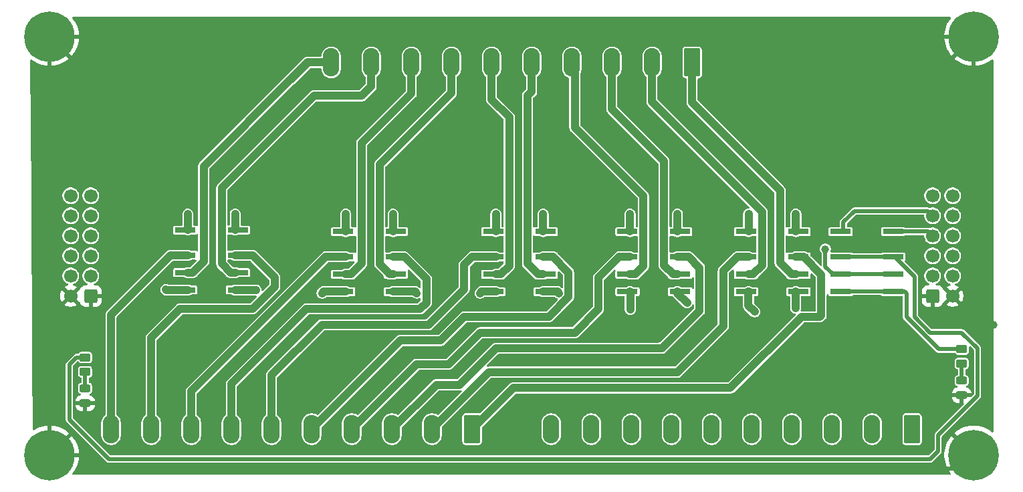
<source format=gbr>
%TF.GenerationSoftware,KiCad,Pcbnew,9.0.6*%
%TF.CreationDate,2026-01-15T15:36:37+01:00*%
%TF.ProjectId,eurocard_mux,6575726f-6361-4726-945f-6d75782e6b69,1.0.3*%
%TF.SameCoordinates,Original*%
%TF.FileFunction,Copper,L1,Top*%
%TF.FilePolarity,Positive*%
%FSLAX46Y46*%
G04 Gerber Fmt 4.6, Leading zero omitted, Abs format (unit mm)*
G04 Created by KiCad (PCBNEW 9.0.6) date 2026-01-15 15:36:37*
%MOMM*%
%LPD*%
G01*
G04 APERTURE LIST*
G04 Aperture macros list*
%AMRoundRect*
0 Rectangle with rounded corners*
0 $1 Rounding radius*
0 $2 $3 $4 $5 $6 $7 $8 $9 X,Y pos of 4 corners*
0 Add a 4 corners polygon primitive as box body*
4,1,4,$2,$3,$4,$5,$6,$7,$8,$9,$2,$3,0*
0 Add four circle primitives for the rounded corners*
1,1,$1+$1,$2,$3*
1,1,$1+$1,$4,$5*
1,1,$1+$1,$6,$7*
1,1,$1+$1,$8,$9*
0 Add four rect primitives between the rounded corners*
20,1,$1+$1,$2,$3,$4,$5,0*
20,1,$1+$1,$4,$5,$6,$7,0*
20,1,$1+$1,$6,$7,$8,$9,0*
20,1,$1+$1,$8,$9,$2,$3,0*%
G04 Aperture macros list end*
%TA.AperFunction,SMDPad,CuDef*%
%ADD10R,2.660000X0.700000*%
%TD*%
%TA.AperFunction,SMDPad,CuDef*%
%ADD11RoundRect,0.250000X-0.450000X0.262500X-0.450000X-0.262500X0.450000X-0.262500X0.450000X0.262500X0*%
%TD*%
%TA.AperFunction,ComponentPad*%
%ADD12RoundRect,0.250000X0.600000X0.600000X-0.600000X0.600000X-0.600000X-0.600000X0.600000X-0.600000X0*%
%TD*%
%TA.AperFunction,ComponentPad*%
%ADD13C,1.700000*%
%TD*%
%TA.AperFunction,ComponentPad*%
%ADD14C,0.800000*%
%TD*%
%TA.AperFunction,ComponentPad*%
%ADD15C,6.400000*%
%TD*%
%TA.AperFunction,SMDPad,CuDef*%
%ADD16RoundRect,0.243750X0.456250X-0.243750X0.456250X0.243750X-0.456250X0.243750X-0.456250X-0.243750X0*%
%TD*%
%TA.AperFunction,ComponentPad*%
%ADD17RoundRect,0.249999X0.790001X1.550001X-0.790001X1.550001X-0.790001X-1.550001X0.790001X-1.550001X0*%
%TD*%
%TA.AperFunction,ComponentPad*%
%ADD18O,2.080000X3.600000*%
%TD*%
%TA.AperFunction,ComponentPad*%
%ADD19RoundRect,0.250000X-0.600000X-0.600000X0.600000X-0.600000X0.600000X0.600000X-0.600000X0.600000X0*%
%TD*%
%TA.AperFunction,ViaPad*%
%ADD20C,1.000000*%
%TD*%
%TA.AperFunction,Conductor*%
%ADD21C,1.000000*%
%TD*%
%TA.AperFunction,Conductor*%
%ADD22C,0.500000*%
%TD*%
G04 APERTURE END LIST*
D10*
%TO.P,K5,1*%
%TO.N,+VDC*%
X146670000Y-113200000D03*
%TO.P,K5,2*%
%TO.N,/9A*%
X146670000Y-116400000D03*
%TO.P,K5,3*%
%TO.N,/9*%
X146670000Y-118600000D03*
%TO.P,K5,4*%
%TO.N,/9B*%
X146670000Y-120800000D03*
%TO.P,K5,5*%
%TO.N,/10B*%
X153330000Y-120800000D03*
%TO.P,K5,6*%
%TO.N,/10*%
X153330000Y-118600000D03*
%TO.P,K5,7*%
%TO.N,/10A*%
X153330000Y-116400000D03*
%TO.P,K5,8*%
%TO.N,-VDC*%
X153330000Y-113200000D03*
%TD*%
%TO.P,K3,1*%
%TO.N,+VDC*%
X114670000Y-113200000D03*
%TO.P,K3,2*%
%TO.N,/5A*%
X114670000Y-116400000D03*
%TO.P,K3,3*%
%TO.N,/5*%
X114670000Y-118600000D03*
%TO.P,K3,4*%
%TO.N,/5B*%
X114670000Y-120800000D03*
%TO.P,K3,5*%
%TO.N,/6B*%
X121330000Y-120800000D03*
%TO.P,K3,6*%
%TO.N,/6*%
X121330000Y-118600000D03*
%TO.P,K3,7*%
%TO.N,/6A*%
X121330000Y-116400000D03*
%TO.P,K3,8*%
%TO.N,-VDC*%
X121330000Y-113200000D03*
%TD*%
%TO.P,K6,1*%
%TO.N,+VDC*%
X158670000Y-113200000D03*
%TO.P,K6,2*%
%TO.N,/CHNA*%
X158670000Y-116400000D03*
%TO.P,K6,3*%
%TO.N,+12V*%
X158670000Y-118600000D03*
%TO.P,K6,4*%
%TO.N,/CHNB*%
X158670000Y-120800000D03*
%TO.P,K6,5*%
X165330000Y-120800000D03*
%TO.P,K6,6*%
%TO.N,+12V*%
X165330000Y-118600000D03*
%TO.P,K6,7*%
%TO.N,/CHNA*%
X165330000Y-116400000D03*
%TO.P,K6,8*%
%TO.N,-VDC*%
X165330000Y-113200000D03*
%TD*%
D11*
%TO.P,R2,1*%
%TO.N,/CHNA*%
X63000000Y-129150000D03*
%TO.P,R2,2*%
%TO.N,Net-(D1-A)*%
X63000000Y-130975000D03*
%TD*%
D12*
%TO.P,J3,1,Pin_1*%
%TO.N,GND*%
X63697500Y-121350000D03*
D13*
%TO.P,J3,2,Pin_2*%
X61157500Y-121350000D03*
%TO.P,J3,3,Pin_3*%
%TO.N,+12V*%
X63697500Y-118810000D03*
%TO.P,J3,4,Pin_4*%
X61157500Y-118810000D03*
%TO.P,J3,5,Pin_5*%
%TO.N,-VDC*%
X63697500Y-116270000D03*
%TO.P,J3,6,Pin_6*%
X61157500Y-116270000D03*
%TO.P,J3,7,Pin_7*%
X63697500Y-113730000D03*
%TO.P,J3,8,Pin_8*%
X61157500Y-113730000D03*
%TO.P,J3,9,Pin_9*%
%TO.N,+VDC*%
X63697500Y-111190000D03*
%TO.P,J3,10,Pin_10*%
X61157500Y-111190000D03*
%TO.P,J3,11,Pin_11*%
X63697500Y-108650000D03*
%TO.P,J3,12,Pin_12*%
X61157500Y-108650000D03*
%TD*%
D14*
%TO.P,H1,1,1*%
%TO.N,GND*%
X56100000Y-88500000D03*
X56802944Y-86802944D03*
X56802944Y-90197056D03*
X58500000Y-86100000D03*
D15*
X58500000Y-88500000D03*
D14*
X58500000Y-90900000D03*
X60197056Y-86802944D03*
X60197056Y-90197056D03*
X60900000Y-88500000D03*
%TD*%
D16*
%TO.P,D1,1,K*%
%TO.N,GND*%
X63000000Y-134937500D03*
%TO.P,D1,2,A*%
%TO.N,Net-(D1-A)*%
X63000000Y-133062500D03*
%TD*%
D10*
%TO.P,K4,1*%
%TO.N,+VDC*%
X131670000Y-113200000D03*
%TO.P,K4,2*%
%TO.N,/7A*%
X131670000Y-116400000D03*
%TO.P,K4,3*%
%TO.N,/7*%
X131670000Y-118600000D03*
%TO.P,K4,4*%
%TO.N,/7B*%
X131670000Y-120800000D03*
%TO.P,K4,5*%
%TO.N,/8B*%
X138330000Y-120800000D03*
%TO.P,K4,6*%
%TO.N,/8*%
X138330000Y-118600000D03*
%TO.P,K4,7*%
%TO.N,/8A*%
X138330000Y-116400000D03*
%TO.P,K4,8*%
%TO.N,-VDC*%
X138330000Y-113200000D03*
%TD*%
D17*
%TO.P,J1,1,Pin_1*%
%TO.N,/10*%
X139860000Y-91777500D03*
D18*
%TO.P,J1,2,Pin_2*%
%TO.N,/9*%
X134780000Y-91777500D03*
%TO.P,J1,3,Pin_3*%
%TO.N,/8*%
X129700000Y-91777500D03*
%TO.P,J1,4,Pin_4*%
%TO.N,/7*%
X124620000Y-91777500D03*
%TO.P,J1,5,Pin_5*%
%TO.N,/6*%
X119540000Y-91777500D03*
%TO.P,J1,6,Pin_6*%
%TO.N,/5*%
X114460000Y-91777500D03*
%TO.P,J1,7,Pin_7*%
%TO.N,/4*%
X109380000Y-91777500D03*
%TO.P,J1,8,Pin_8*%
%TO.N,/3*%
X104300000Y-91777500D03*
%TO.P,J1,9,Pin_9*%
%TO.N,/2*%
X99220000Y-91777500D03*
%TO.P,J1,10,Pin_10*%
%TO.N,/1*%
X94140000Y-91777500D03*
%TD*%
D14*
%TO.P,H3,1,1*%
%TO.N,GND*%
X173100000Y-141500000D03*
X173802944Y-139802944D03*
X173802944Y-143197056D03*
X175500000Y-139100000D03*
D15*
X175500000Y-141500000D03*
D14*
X175500000Y-143900000D03*
X177197056Y-139802944D03*
X177197056Y-143197056D03*
X177900000Y-141500000D03*
%TD*%
D11*
%TO.P,R1,1*%
%TO.N,/CHNB*%
X174000000Y-128087500D03*
%TO.P,R1,2*%
%TO.N,Net-(D2-A)*%
X174000000Y-129912500D03*
%TD*%
D14*
%TO.P,H2,1,1*%
%TO.N,GND*%
X173100000Y-88500000D03*
X173802944Y-86802944D03*
X173802944Y-90197056D03*
X175500000Y-86100000D03*
D15*
X175500000Y-88500000D03*
D14*
X175500000Y-90900000D03*
X177197056Y-86802944D03*
X177197056Y-90197056D03*
X177900000Y-88500000D03*
%TD*%
D10*
%TO.P,K2,1*%
%TO.N,+VDC*%
X95670000Y-113200000D03*
%TO.P,K2,2*%
%TO.N,/3A*%
X95670000Y-116400000D03*
%TO.P,K2,3*%
%TO.N,/3*%
X95670000Y-118600000D03*
%TO.P,K2,4*%
%TO.N,/3B*%
X95670000Y-120800000D03*
%TO.P,K2,5*%
%TO.N,/4B*%
X102330000Y-120800000D03*
%TO.P,K2,6*%
%TO.N,/4*%
X102330000Y-118600000D03*
%TO.P,K2,7*%
%TO.N,/4A*%
X102330000Y-116400000D03*
%TO.P,K2,8*%
%TO.N,-VDC*%
X102330000Y-113200000D03*
%TD*%
D14*
%TO.P,H4,1,1*%
%TO.N,GND*%
X56100000Y-141500000D03*
X56802944Y-139802944D03*
X56802944Y-143197056D03*
X58500000Y-139100000D03*
D15*
X58500000Y-141500000D03*
D14*
X58500000Y-143900000D03*
X60197056Y-139802944D03*
X60197056Y-143197056D03*
X60900000Y-141500000D03*
%TD*%
D16*
%TO.P,D2,1,K*%
%TO.N,GND*%
X174000000Y-133937500D03*
%TO.P,D2,2,A*%
%TO.N,Net-(D2-A)*%
X174000000Y-132062500D03*
%TD*%
D10*
%TO.P,K1,1*%
%TO.N,+VDC*%
X75670000Y-113000000D03*
%TO.P,K1,2*%
%TO.N,/1A*%
X75670000Y-116200000D03*
%TO.P,K1,3*%
%TO.N,/1*%
X75670000Y-118400000D03*
%TO.P,K1,4*%
%TO.N,/1B*%
X75670000Y-120600000D03*
%TO.P,K1,5*%
%TO.N,/2B*%
X82330000Y-120600000D03*
%TO.P,K1,6*%
%TO.N,/2*%
X82330000Y-118400000D03*
%TO.P,K1,7*%
%TO.N,/2A*%
X82330000Y-116200000D03*
%TO.P,K1,8*%
%TO.N,-VDC*%
X82330000Y-113000000D03*
%TD*%
D19*
%TO.P,J4,1,Pin_1*%
%TO.N,GND*%
X170302500Y-121350000D03*
D13*
%TO.P,J4,2,Pin_2*%
X172842500Y-121350000D03*
%TO.P,J4,3,Pin_3*%
%TO.N,+12V*%
X170302500Y-118810000D03*
%TO.P,J4,4,Pin_4*%
X172842500Y-118810000D03*
%TO.P,J4,5,Pin_5*%
%TO.N,-VDC*%
X170302500Y-116270000D03*
%TO.P,J4,6,Pin_6*%
X172842500Y-116270000D03*
%TO.P,J4,7,Pin_7*%
X170302500Y-113730000D03*
%TO.P,J4,8,Pin_8*%
X172842500Y-113730000D03*
%TO.P,J4,9,Pin_9*%
%TO.N,+VDC*%
X170302500Y-111190000D03*
%TO.P,J4,10,Pin_10*%
X172842500Y-111190000D03*
%TO.P,J4,11,Pin_11*%
X170302500Y-108650000D03*
%TO.P,J4,12,Pin_12*%
X172842500Y-108650000D03*
%TD*%
D17*
%TO.P,J2,1,Pin_1*%
%TO.N,/10A*%
X112000000Y-138222500D03*
D18*
%TO.P,J2,2,Pin_2*%
%TO.N,/9A*%
X106920000Y-138222500D03*
%TO.P,J2,3,Pin_3*%
%TO.N,/8A*%
X101840000Y-138222500D03*
%TO.P,J2,4,Pin_4*%
%TO.N,/7A*%
X96760000Y-138222500D03*
%TO.P,J2,5,Pin_5*%
%TO.N,/6A*%
X91680000Y-138222500D03*
%TO.P,J2,6,Pin_6*%
%TO.N,/5A*%
X86600000Y-138222500D03*
%TO.P,J2,7,Pin_7*%
%TO.N,/4A*%
X81520000Y-138222500D03*
%TO.P,J2,8,Pin_8*%
%TO.N,/3A*%
X76440000Y-138222500D03*
%TO.P,J2,9,Pin_9*%
%TO.N,/2A*%
X71360000Y-138222500D03*
%TO.P,J2,10,Pin_10*%
%TO.N,/1A*%
X66280000Y-138222500D03*
%TD*%
D17*
%TO.P,J5,1,Pin_1*%
%TO.N,/10B*%
X167720000Y-138222500D03*
D18*
%TO.P,J5,2,Pin_2*%
%TO.N,/9B*%
X162640000Y-138222500D03*
%TO.P,J5,3,Pin_3*%
%TO.N,/8B*%
X157560000Y-138222500D03*
%TO.P,J5,4,Pin_4*%
%TO.N,/7B*%
X152480000Y-138222500D03*
%TO.P,J5,5,Pin_5*%
%TO.N,/6B*%
X147400000Y-138222500D03*
%TO.P,J5,6,Pin_6*%
%TO.N,/5B*%
X142320000Y-138222500D03*
%TO.P,J5,7,Pin_7*%
%TO.N,/4B*%
X137240000Y-138222500D03*
%TO.P,J5,8,Pin_8*%
%TO.N,/3B*%
X132160000Y-138222500D03*
%TO.P,J5,9,Pin_9*%
%TO.N,/2B*%
X127080000Y-138222500D03*
%TO.P,J5,10,Pin_10*%
%TO.N,/1B*%
X122000000Y-138222500D03*
%TD*%
D20*
%TO.N,-VDC*%
X102000000Y-111000000D03*
X82000000Y-111000000D03*
X153000000Y-111000000D03*
X121000000Y-111000000D03*
X138000000Y-111000000D03*
%TO.N,+VDC*%
X147000000Y-111000000D03*
X132000000Y-111000000D03*
X115000000Y-111000000D03*
X76000000Y-111000000D03*
X96000000Y-111000000D03*
%TO.N,/8B*%
X139210683Y-122208473D03*
%TO.N,/1B*%
X73208970Y-120540131D03*
%TO.N,/10B*%
X152953156Y-122870684D03*
%TO.N,/5B*%
X113000000Y-121000000D03*
%TO.N,/9B*%
X147768104Y-123367894D03*
%TO.N,/6B*%
X123000000Y-121000000D03*
%TO.N,/7B*%
X132033419Y-123061315D03*
%TO.N,/4B*%
X105000000Y-121000000D03*
%TO.N,/2B*%
X84632105Y-120613710D03*
%TO.N,/3B*%
X93000000Y-121000000D03*
%TO.N,GND*%
X84367137Y-131948243D03*
X109806495Y-127186880D03*
X164000000Y-87000000D03*
X78767987Y-140324105D03*
X169305477Y-99561750D03*
X77865477Y-124961750D03*
X102005116Y-143240144D03*
X88025477Y-89401750D03*
X136188388Y-129149863D03*
X93105477Y-94481750D03*
X174385477Y-99561750D03*
X145108035Y-128440866D03*
X171005116Y-143240144D03*
X143905477Y-94481750D03*
X103940112Y-128696359D03*
X88274263Y-119326078D03*
X133745477Y-104641750D03*
X129151066Y-124348179D03*
X142005116Y-143240144D03*
X169305477Y-89401750D03*
X143905477Y-114801750D03*
X85243456Y-110824859D03*
X159145477Y-99561750D03*
X124142341Y-124451098D03*
X148985477Y-89401750D03*
X159145477Y-104641750D03*
X144000000Y-87000000D03*
X113425477Y-99561750D03*
X90060785Y-121903705D03*
X169305477Y-130041750D03*
X62625477Y-89401750D03*
X146594643Y-124758652D03*
X177000000Y-94000000D03*
X159145477Y-130041750D03*
X135017449Y-115154081D03*
X136211259Y-134890456D03*
X67705477Y-130041750D03*
X72785477Y-135121750D03*
X118505477Y-140201750D03*
X138825477Y-114801750D03*
X67705477Y-99561750D03*
X97000000Y-87000000D03*
X131202534Y-134684618D03*
X164225477Y-94481750D03*
X142111948Y-130362020D03*
X108000000Y-87000000D03*
X57545477Y-130041750D03*
X97000000Y-130000000D03*
X108345477Y-114801750D03*
X133164907Y-126337947D03*
X177000000Y-115000000D03*
X123585477Y-99561750D03*
X167905509Y-111538372D03*
X57545477Y-109721750D03*
X142000000Y-111000000D03*
X116839293Y-129554017D03*
X134022565Y-122770088D03*
X67705477Y-135121750D03*
X77865477Y-135121750D03*
X141334338Y-134730360D03*
X88025477Y-114801750D03*
X169305477Y-94481750D03*
X64000000Y-87000000D03*
X174385477Y-124961750D03*
X57545477Y-124961750D03*
X113425477Y-114801750D03*
X93105477Y-104641750D03*
X177000000Y-136000000D03*
X103265477Y-104641750D03*
X148985477Y-94481750D03*
X108345477Y-104641750D03*
X72785477Y-89401750D03*
X130000000Y-87000000D03*
X86000000Y-87000000D03*
X83725549Y-128216070D03*
X113425477Y-104641750D03*
X126000000Y-111000000D03*
X123585477Y-104641750D03*
X66718035Y-111185076D03*
X82945477Y-114801750D03*
X177000000Y-105000000D03*
X164225477Y-89401750D03*
X178000000Y-125000000D03*
X69005116Y-143240144D03*
X82005116Y-143240144D03*
X84016856Y-140461331D03*
X159005116Y-143240144D03*
X157000000Y-111000000D03*
X154065477Y-114801750D03*
X159145477Y-89401750D03*
X57545477Y-135121750D03*
X126107137Y-129484202D03*
X143905477Y-89401750D03*
X57545477Y-104641750D03*
X57545477Y-119881750D03*
X159145477Y-94481750D03*
X138825477Y-104641750D03*
X62625477Y-124961750D03*
X155000000Y-87000000D03*
X77865477Y-99561750D03*
X123585477Y-94481750D03*
X130955765Y-129438460D03*
X84229911Y-137231419D03*
X169000000Y-87000000D03*
X67705477Y-104641750D03*
X154065477Y-99561750D03*
X123585477Y-114801750D03*
X117005116Y-143240144D03*
X128665477Y-99561750D03*
X72785477Y-130041750D03*
X72785477Y-99561750D03*
X108345477Y-99561750D03*
X69024988Y-140358412D03*
X118000000Y-87000000D03*
X62625477Y-104641750D03*
X121193504Y-134837193D03*
X75000000Y-87000000D03*
X126578091Y-120677401D03*
X164225477Y-124961750D03*
X126236535Y-135008724D03*
X93105477Y-99561750D03*
X67705477Y-89401750D03*
X128665477Y-114801750D03*
X93105477Y-114801750D03*
X164225477Y-99561750D03*
X88025477Y-104641750D03*
X82945477Y-89401750D03*
X67705477Y-94481750D03*
X168420104Y-117147457D03*
X72785477Y-104641750D03*
X169305477Y-104641750D03*
X57545477Y-99561750D03*
X148985477Y-99561750D03*
X103265477Y-114801750D03*
X174385477Y-119881750D03*
X174385477Y-104641750D03*
X90000000Y-111000000D03*
X141334338Y-124621427D03*
X57545477Y-114801750D03*
X82945477Y-94481750D03*
X57545477Y-94481750D03*
X77865477Y-89401750D03*
X164225477Y-104641750D03*
X154065477Y-104641750D03*
X164225477Y-135121750D03*
X138681315Y-127091483D03*
X154065477Y-89401750D03*
X77865477Y-94481750D03*
X169305477Y-135121750D03*
X94205838Y-140392718D03*
X174385477Y-94481750D03*
X62625477Y-99561750D03*
X72785477Y-114801750D03*
X154065477Y-94481750D03*
X135943720Y-124073728D03*
X62625477Y-94481750D03*
X107000000Y-111000000D03*
X72785477Y-94481750D03*
%TO.N,+12V*%
X156727057Y-115413183D03*
%TD*%
D21*
%TO.N,-VDC*%
X82000000Y-111000000D02*
X82000000Y-113000000D01*
X170032500Y-114000000D02*
X170302500Y-113730000D01*
X153000000Y-111000000D02*
X153000000Y-113200000D01*
D22*
X165000000Y-113200000D02*
X169772500Y-113200000D01*
X169772500Y-113200000D02*
X170302500Y-113730000D01*
D21*
X102000000Y-113200000D02*
X102000000Y-111000000D01*
X138000000Y-113200000D02*
X138000000Y-111000000D01*
X121000000Y-113200000D02*
X121000000Y-111000000D01*
D22*
%TO.N,+VDC*%
X159000000Y-113200000D02*
X159000000Y-112000000D01*
D21*
X76000000Y-111000000D02*
X76000000Y-113000000D01*
X132000000Y-113200000D02*
X132000000Y-111000000D01*
X147000000Y-111000000D02*
X147000000Y-113200000D01*
D22*
X169699872Y-110587372D02*
X170302500Y-111190000D01*
D21*
X115000000Y-113200000D02*
X115000000Y-111000000D01*
X96000000Y-113200000D02*
X96000000Y-111000000D01*
D22*
X159000000Y-112000000D02*
X160412628Y-110587372D01*
X160412628Y-110587372D02*
X169699872Y-110587372D01*
D21*
%TO.N,/4A*%
X106200999Y-122200999D02*
X106200999Y-119200999D01*
X106200999Y-119200999D02*
X103400000Y-116400000D01*
X105401998Y-123000000D02*
X106200999Y-122200999D01*
X81520000Y-138222500D02*
X81520000Y-132480000D01*
X103400000Y-116400000D02*
X102000000Y-116400000D01*
X81520000Y-132480000D02*
X91000000Y-123000000D01*
X91000000Y-123000000D02*
X105401998Y-123000000D01*
%TO.N,/3A*%
X76440000Y-133435000D02*
X76440000Y-138222500D01*
X93475000Y-116400000D02*
X76440000Y-133435000D01*
X96000000Y-116400000D02*
X93475000Y-116400000D01*
%TO.N,/9A*%
X143799001Y-125200999D02*
X143799001Y-118200999D01*
X143799001Y-118200999D02*
X145600000Y-116400000D01*
X106920000Y-138222500D02*
X114142500Y-131000000D01*
X145600000Y-116400000D02*
X147000000Y-116400000D01*
X114142500Y-131000000D02*
X138000000Y-131000000D01*
X138000000Y-131000000D02*
X143799001Y-125200999D01*
%TO.N,/1A*%
X76000000Y-116200000D02*
X73800000Y-116200000D01*
X66280000Y-123720000D02*
X66280000Y-138222500D01*
X73800000Y-116200000D02*
X66280000Y-123720000D01*
%TO.N,/5A*%
X86600000Y-131400000D02*
X93000000Y-125000000D01*
X111000000Y-117400000D02*
X112000000Y-116400000D01*
X111000000Y-120494258D02*
X111000000Y-117400000D01*
X93000000Y-125000000D02*
X106494258Y-125000000D01*
X86600000Y-138222500D02*
X86600000Y-131400000D01*
X112000000Y-116400000D02*
X115000000Y-116400000D01*
X106494258Y-125000000D02*
X111000000Y-120494258D01*
%TO.N,/2A*%
X84200000Y-116200000D02*
X87000000Y-119000000D01*
X87000000Y-120201000D02*
X84201000Y-123000000D01*
X71360000Y-126640000D02*
X71360000Y-138222500D01*
X84201000Y-123000000D02*
X75000000Y-123000000D01*
X87000000Y-119000000D02*
X87000000Y-120201000D01*
X75000000Y-123000000D02*
X71360000Y-126640000D01*
X82000000Y-116200000D02*
X84200000Y-116200000D01*
%TO.N,/10A*%
X153698470Y-124000000D02*
X156000000Y-124000000D01*
X156000000Y-124000000D02*
X156200999Y-123799001D01*
X144698470Y-133000000D02*
X153698470Y-124000000D01*
X153965256Y-116400000D02*
X153000000Y-116400000D01*
X117222500Y-133000000D02*
X144698470Y-133000000D01*
X156200999Y-118635743D02*
X153965256Y-116400000D01*
X112000000Y-138222500D02*
X117222500Y-133000000D01*
X156200999Y-123799001D02*
X156200999Y-118635743D01*
%TO.N,/6A*%
X121698471Y-124000000D02*
X124201000Y-121497471D01*
X108000000Y-127000000D02*
X111000000Y-124000000D01*
X124201000Y-118389000D02*
X122212000Y-116400000D01*
X102902500Y-127000000D02*
X108000000Y-127000000D01*
X124201000Y-121497471D02*
X124201000Y-118389000D01*
X111000000Y-124000000D02*
X121698471Y-124000000D01*
X91680000Y-138222500D02*
X102902500Y-127000000D01*
X122212000Y-116400000D02*
X121000000Y-116400000D01*
%TO.N,/8A*%
X139400000Y-116400000D02*
X138000000Y-116400000D01*
X135690917Y-127948863D02*
X136051137Y-127948863D01*
X140792631Y-123207369D02*
X140792631Y-117792631D01*
X107464500Y-132598000D02*
X110402000Y-132598000D01*
X140792631Y-117792631D02*
X139400000Y-116400000D01*
X110402000Y-132598000D02*
X115000000Y-128000000D01*
X136051137Y-127948863D02*
X140792631Y-123207369D01*
X135639780Y-128000000D02*
X135690917Y-127948863D01*
X101840000Y-138222500D02*
X107464500Y-132598000D01*
X115000000Y-128000000D02*
X135639780Y-128000000D01*
%TO.N,/7A*%
X128000000Y-119000000D02*
X130600000Y-116400000D01*
X104982500Y-130000000D02*
X109000000Y-130000000D01*
X125000000Y-126000000D02*
X128000000Y-123000000D01*
X113000000Y-126000000D02*
X125000000Y-126000000D01*
X96760000Y-138222500D02*
X104982500Y-130000000D01*
X109000000Y-130000000D02*
X113000000Y-126000000D01*
X130600000Y-116400000D02*
X132000000Y-116400000D01*
X128000000Y-123000000D02*
X128000000Y-119000000D01*
%TO.N,/8B*%
X138000000Y-120997790D02*
X138000000Y-120800000D01*
X139210683Y-122208473D02*
X138000000Y-120997790D01*
%TO.N,/1B*%
X73268839Y-120600000D02*
X76000000Y-120600000D01*
X73208970Y-120540131D02*
X73268839Y-120600000D01*
%TO.N,/10B*%
X152953156Y-120846844D02*
X153000000Y-120800000D01*
X152953156Y-122870684D02*
X152953156Y-120846844D01*
%TO.N,/5B*%
X113200000Y-120800000D02*
X113000000Y-121000000D01*
X115000000Y-120800000D02*
X113200000Y-120800000D01*
%TO.N,/9B*%
X147768104Y-123367894D02*
X146995829Y-122595619D01*
X146995829Y-122595619D02*
X146995829Y-120804171D01*
X146995829Y-120804171D02*
X147000000Y-120800000D01*
%TO.N,/6B*%
X122800000Y-120800000D02*
X123000000Y-121000000D01*
X121000000Y-120800000D02*
X122800000Y-120800000D01*
%TO.N,/7B*%
X132033419Y-120833419D02*
X132000000Y-120800000D01*
X132033419Y-123061315D02*
X132033419Y-120833419D01*
%TO.N,/4B*%
X102000000Y-120800000D02*
X104800000Y-120800000D01*
X104800000Y-120800000D02*
X105000000Y-121000000D01*
%TO.N,/2B*%
X84618395Y-120600000D02*
X84632105Y-120613710D01*
X82000000Y-120600000D02*
X84618395Y-120600000D01*
%TO.N,/3B*%
X96000000Y-120800000D02*
X93200000Y-120800000D01*
X93200000Y-120800000D02*
X93000000Y-121000000D01*
%TO.N,/3*%
X98000000Y-117250000D02*
X98000000Y-102000000D01*
X104300000Y-95700000D02*
X104300000Y-91777500D01*
X96650000Y-118600000D02*
X98000000Y-117250000D01*
X96000000Y-118600000D02*
X96650000Y-118600000D01*
X98000000Y-102000000D02*
X104300000Y-95700000D01*
%TO.N,/7*%
X133701000Y-108701000D02*
X125000000Y-100000000D01*
X125000000Y-92157500D02*
X124620000Y-91777500D01*
X132000000Y-118600000D02*
X132650000Y-118600000D01*
X133701000Y-117549000D02*
X133701000Y-108701000D01*
X132650000Y-118600000D02*
X133701000Y-117549000D01*
X125000000Y-100000000D02*
X125000000Y-92157500D01*
%TO.N,/8*%
X129700000Y-97700000D02*
X129700000Y-91777500D01*
X137448000Y-118600000D02*
X136299000Y-117451000D01*
X136299000Y-117451000D02*
X136299000Y-104299000D01*
X138000000Y-118600000D02*
X137448000Y-118600000D01*
X136299000Y-104299000D02*
X129700000Y-97700000D01*
%TO.N,/5*%
X116701000Y-117549000D02*
X116701000Y-98701000D01*
X115650000Y-118600000D02*
X116701000Y-117549000D01*
X115000000Y-118600000D02*
X115650000Y-118600000D01*
X116701000Y-98701000D02*
X114460000Y-96460000D01*
X114460000Y-96460000D02*
X114460000Y-91777500D01*
%TO.N,/4*%
X102000000Y-118600000D02*
X101600000Y-118600000D01*
X101600000Y-118600000D02*
X100299000Y-117299000D01*
X100299000Y-104701000D02*
X109380000Y-95620000D01*
X100299000Y-117299000D02*
X100299000Y-104701000D01*
X109380000Y-95620000D02*
X109380000Y-91777500D01*
%TO.N,/10*%
X139860000Y-91777500D02*
X139860000Y-96860000D01*
X152448000Y-118600000D02*
X153000000Y-118600000D01*
X151000000Y-117152000D02*
X152448000Y-118600000D01*
X139860000Y-96860000D02*
X151000000Y-108000000D01*
X151000000Y-108000000D02*
X151000000Y-117152000D01*
%TO.N,/2*%
X99220000Y-94780000D02*
X99220000Y-91777500D01*
X98000000Y-96000000D02*
X99220000Y-94780000D01*
X82000000Y-118400000D02*
X81448000Y-118400000D01*
X81448000Y-118400000D02*
X80299000Y-117251000D01*
X91997500Y-96000000D02*
X98000000Y-96000000D01*
X80299000Y-117251000D02*
X80299000Y-107698500D01*
X80299000Y-107698500D02*
X91997500Y-96000000D01*
%TO.N,/1*%
X88958750Y-93958750D02*
X89041250Y-93958750D01*
X76600000Y-118400000D02*
X76000000Y-118400000D01*
X89041250Y-93958750D02*
X91222500Y-91777500D01*
X78000000Y-117000000D02*
X76600000Y-118400000D01*
X91222500Y-91777500D02*
X94140000Y-91777500D01*
X91140000Y-91777500D02*
X88958750Y-93958750D01*
X88958750Y-93958750D02*
X78000000Y-104917500D01*
X78000000Y-104917500D02*
X78000000Y-117000000D01*
%TO.N,/9*%
X148701000Y-110701000D02*
X134780000Y-96780000D01*
X147552000Y-118600000D02*
X148701000Y-117451000D01*
X134780000Y-96780000D02*
X134780000Y-91777500D01*
X148701000Y-117451000D02*
X148701000Y-110701000D01*
X147000000Y-118600000D02*
X147552000Y-118600000D01*
%TO.N,/6*%
X119540000Y-95460000D02*
X119540000Y-91777500D01*
X119000000Y-96000000D02*
X119540000Y-95460000D01*
X120350000Y-118600000D02*
X119000000Y-117250000D01*
X121000000Y-118600000D02*
X120350000Y-118600000D01*
X119000000Y-117250000D02*
X119000000Y-96000000D01*
D22*
%TO.N,GND*%
X68764972Y-143000000D02*
X69005116Y-143240144D01*
X60900000Y-141500000D02*
X62500000Y-141500000D01*
X58500000Y-88500000D02*
X62500000Y-88500000D01*
X170500000Y-88500000D02*
X169000000Y-87000000D01*
X175500000Y-141500000D02*
X173759856Y-143240144D01*
X173100000Y-88500000D02*
X170500000Y-88500000D01*
X62500000Y-88500000D02*
X64000000Y-87000000D01*
X62500000Y-141500000D02*
X64000000Y-143000000D01*
X64000000Y-143000000D02*
X68764972Y-143000000D01*
X175500000Y-90900000D02*
X175500000Y-92500000D01*
X58500000Y-93527227D02*
X57545477Y-94481750D01*
X58500000Y-139100000D02*
X58500000Y-136076273D01*
X58500000Y-136076273D02*
X57545477Y-135121750D01*
X58500000Y-88500000D02*
X58500000Y-93527227D01*
X175500000Y-92500000D02*
X177000000Y-94000000D01*
X173759856Y-143240144D02*
X171005116Y-143240144D01*
%TO.N,+12V*%
X157698105Y-118600000D02*
X159000000Y-118600000D01*
X165000000Y-118600000D02*
X159000000Y-118600000D01*
X156727057Y-115413183D02*
X156727057Y-117628952D01*
X156727057Y-117628952D02*
X157698105Y-118600000D01*
%TO.N,Net-(D1-A)*%
X63000000Y-133062500D02*
X63000000Y-130975000D01*
%TO.N,Net-(D2-A)*%
X174000000Y-129912500D02*
X174000000Y-132062500D01*
%TO.N,/CHNB*%
X167000000Y-121000000D02*
X167000000Y-124000000D01*
X165000000Y-120800000D02*
X166800000Y-120800000D01*
X159000000Y-120800000D02*
X165000000Y-120800000D01*
X166800000Y-120800000D02*
X167000000Y-121000000D01*
X171087500Y-128087500D02*
X174000000Y-128087500D01*
X167000000Y-124000000D02*
X171087500Y-128087500D01*
%TO.N,/CHNA*%
X174000000Y-126000000D02*
X176000000Y-128000000D01*
X61000000Y-130000000D02*
X61850000Y-129150000D01*
X159000000Y-116400000D02*
X165000000Y-116400000D01*
X168000000Y-124000000D02*
X170000000Y-126000000D01*
X170000000Y-126000000D02*
X174000000Y-126000000D01*
X171000000Y-141000000D02*
X170000000Y-142000000D01*
X176000000Y-134000000D02*
X171000000Y-139000000D01*
X66000000Y-142000000D02*
X61000000Y-137000000D01*
X165511000Y-116400000D02*
X168000000Y-118889000D01*
X168000000Y-118889000D02*
X168000000Y-124000000D01*
X61000000Y-137000000D02*
X61000000Y-130000000D01*
X171000000Y-139000000D02*
X171000000Y-141000000D01*
X61850000Y-129150000D02*
X63000000Y-129150000D01*
X170000000Y-142000000D02*
X66000000Y-142000000D01*
X176000000Y-128000000D02*
X176000000Y-134000000D01*
X165000000Y-116400000D02*
X165511000Y-116400000D01*
%TD*%
%TA.AperFunction,Conductor*%
%TO.N,GND*%
G36*
X172556583Y-86020002D02*
G01*
X172603076Y-86073658D01*
X172613180Y-86143932D01*
X172585861Y-86205933D01*
X172518115Y-86288481D01*
X172315708Y-86591405D01*
X172143965Y-86912713D01*
X172004545Y-87249301D01*
X172004544Y-87249305D01*
X171898782Y-87597956D01*
X171827711Y-87955261D01*
X171827708Y-87955281D01*
X171792000Y-88317831D01*
X171792000Y-88682168D01*
X171827708Y-89044718D01*
X171827711Y-89044738D01*
X171898782Y-89402043D01*
X172004544Y-89750694D01*
X172004545Y-89750698D01*
X172143965Y-90087286D01*
X172315708Y-90408594D01*
X172518110Y-90711510D01*
X172518121Y-90711525D01*
X172703446Y-90937343D01*
X173493460Y-90147328D01*
X173552944Y-90147328D01*
X173552944Y-90246784D01*
X173591004Y-90338670D01*
X173661330Y-90408996D01*
X173753216Y-90447056D01*
X173852672Y-90447056D01*
X173944558Y-90408996D01*
X174014884Y-90338670D01*
X174052944Y-90246784D01*
X174052944Y-90147328D01*
X174014884Y-90055442D01*
X173944558Y-89985116D01*
X173852672Y-89947056D01*
X173753216Y-89947056D01*
X173661330Y-89985116D01*
X173591004Y-90055442D01*
X173552944Y-90147328D01*
X173493460Y-90147328D01*
X174203367Y-89437421D01*
X174279588Y-89542330D01*
X174457670Y-89720412D01*
X174562576Y-89796631D01*
X173062655Y-91296552D01*
X173288485Y-91481886D01*
X173288491Y-91481891D01*
X173591405Y-91684291D01*
X173912713Y-91856034D01*
X174249301Y-91995454D01*
X174249305Y-91995455D01*
X174597956Y-92101217D01*
X174955261Y-92172288D01*
X174955281Y-92172291D01*
X175317831Y-92207999D01*
X175317847Y-92208000D01*
X175682153Y-92208000D01*
X175682168Y-92207999D01*
X176044718Y-92172291D01*
X176044738Y-92172288D01*
X176402043Y-92101217D01*
X176750694Y-91995455D01*
X176750698Y-91995454D01*
X177087286Y-91856034D01*
X177408594Y-91684291D01*
X177711512Y-91481888D01*
X177794066Y-91414138D01*
X177859413Y-91386384D01*
X177929391Y-91398365D01*
X177981783Y-91446278D01*
X178000000Y-91511537D01*
X178000000Y-138488462D01*
X177979998Y-138556583D01*
X177926342Y-138603076D01*
X177856068Y-138613180D01*
X177794067Y-138585861D01*
X177711518Y-138518115D01*
X177408594Y-138315708D01*
X177087286Y-138143965D01*
X176750698Y-138004545D01*
X176750694Y-138004544D01*
X176402043Y-137898782D01*
X176044738Y-137827711D01*
X176044718Y-137827708D01*
X175682168Y-137792000D01*
X175317831Y-137792000D01*
X174955281Y-137827708D01*
X174955261Y-137827711D01*
X174597956Y-137898782D01*
X174249305Y-138004544D01*
X174249301Y-138004545D01*
X173912713Y-138143965D01*
X173591405Y-138315708D01*
X173288481Y-138518115D01*
X173062655Y-138703445D01*
X173062655Y-138703446D01*
X174562577Y-140203368D01*
X174457670Y-140279588D01*
X174279588Y-140457670D01*
X174203368Y-140562577D01*
X173394007Y-139753216D01*
X173552944Y-139753216D01*
X173552944Y-139852672D01*
X173591004Y-139944558D01*
X173661330Y-140014884D01*
X173753216Y-140052944D01*
X173852672Y-140052944D01*
X173944558Y-140014884D01*
X174014884Y-139944558D01*
X174052944Y-139852672D01*
X174052944Y-139753216D01*
X174014884Y-139661330D01*
X173944558Y-139591004D01*
X173852672Y-139552944D01*
X173753216Y-139552944D01*
X173661330Y-139591004D01*
X173591004Y-139661330D01*
X173552944Y-139753216D01*
X173394007Y-139753216D01*
X172703446Y-139062655D01*
X172703445Y-139062655D01*
X172518115Y-139288481D01*
X172315708Y-139591405D01*
X172143965Y-139912713D01*
X172004545Y-140249301D01*
X172004544Y-140249305D01*
X171898782Y-140597956D01*
X171827711Y-140955261D01*
X171827708Y-140955281D01*
X171792000Y-141317831D01*
X171792000Y-141682168D01*
X171827708Y-142044718D01*
X171827711Y-142044738D01*
X171898782Y-142402043D01*
X172004544Y-142750694D01*
X172004545Y-142750698D01*
X172143965Y-143087286D01*
X172315708Y-143408594D01*
X172518115Y-143711518D01*
X172585861Y-143794067D01*
X172613615Y-143859414D01*
X172601633Y-143929392D01*
X172553720Y-143981784D01*
X172488462Y-144000000D01*
X61511538Y-144000000D01*
X61443417Y-143979998D01*
X61396924Y-143926342D01*
X61386820Y-143856068D01*
X61414139Y-143794067D01*
X61481884Y-143711518D01*
X61684291Y-143408594D01*
X61856034Y-143087286D01*
X61995454Y-142750698D01*
X61995455Y-142750694D01*
X62101217Y-142402043D01*
X62172288Y-142044738D01*
X62172291Y-142044718D01*
X62207999Y-141682168D01*
X62208000Y-141682152D01*
X62208000Y-141317847D01*
X62207999Y-141317831D01*
X62172291Y-140955281D01*
X62172288Y-140955261D01*
X62101217Y-140597956D01*
X61995455Y-140249305D01*
X61995454Y-140249301D01*
X61856034Y-139912713D01*
X61684291Y-139591405D01*
X61481891Y-139288491D01*
X61481886Y-139288485D01*
X61296552Y-139062655D01*
X59796631Y-140562576D01*
X59720412Y-140457670D01*
X59542330Y-140279588D01*
X59437421Y-140203367D01*
X59887572Y-139753216D01*
X59947056Y-139753216D01*
X59947056Y-139852672D01*
X59985116Y-139944558D01*
X60055442Y-140014884D01*
X60147328Y-140052944D01*
X60246784Y-140052944D01*
X60338670Y-140014884D01*
X60408996Y-139944558D01*
X60447056Y-139852672D01*
X60447056Y-139753216D01*
X60408996Y-139661330D01*
X60338670Y-139591004D01*
X60246784Y-139552944D01*
X60147328Y-139552944D01*
X60055442Y-139591004D01*
X59985116Y-139661330D01*
X59947056Y-139753216D01*
X59887572Y-139753216D01*
X60937343Y-138703446D01*
X60711525Y-138518121D01*
X60711510Y-138518110D01*
X60408594Y-138315708D01*
X60087286Y-138143965D01*
X59750698Y-138004545D01*
X59750694Y-138004544D01*
X59402043Y-137898782D01*
X59044738Y-137827711D01*
X59044718Y-137827708D01*
X58682168Y-137792000D01*
X58317831Y-137792000D01*
X57955281Y-137827708D01*
X57955261Y-137827711D01*
X57597956Y-137898782D01*
X57249305Y-138004544D01*
X57249301Y-138004545D01*
X56912713Y-138143965D01*
X56591410Y-138315705D01*
X56558878Y-138337442D01*
X56491124Y-138358655D01*
X56422658Y-138339871D01*
X56375216Y-138287052D01*
X56362882Y-138233557D01*
X56305269Y-129940691D01*
X60549500Y-129940691D01*
X60549500Y-137059309D01*
X60573713Y-137149673D01*
X60580201Y-137173887D01*
X60580202Y-137173889D01*
X60580203Y-137173891D01*
X60639508Y-137276610D01*
X60639516Y-137276620D01*
X65723379Y-142360484D01*
X65723384Y-142360488D01*
X65723386Y-142360490D01*
X65723387Y-142360491D01*
X65723389Y-142360492D01*
X65826109Y-142419797D01*
X65826110Y-142419797D01*
X65826113Y-142419799D01*
X65839540Y-142423396D01*
X65850314Y-142426283D01*
X65850318Y-142426284D01*
X65850326Y-142426286D01*
X65940691Y-142450500D01*
X170059309Y-142450500D01*
X170149673Y-142426286D01*
X170173887Y-142419799D01*
X170276614Y-142360489D01*
X171360490Y-141276613D01*
X171419799Y-141173886D01*
X171450500Y-141059309D01*
X171450500Y-139238793D01*
X171470502Y-139170672D01*
X171487405Y-139149698D01*
X176360484Y-134276620D01*
X176360484Y-134276619D01*
X176360490Y-134276614D01*
X176419799Y-134173887D01*
X176423425Y-134160350D01*
X176426286Y-134149674D01*
X176426286Y-134149672D01*
X176450500Y-134059309D01*
X176450500Y-127940691D01*
X176419799Y-127826114D01*
X176419799Y-127826113D01*
X176387826Y-127770734D01*
X176360491Y-127723389D01*
X176360483Y-127723379D01*
X174276620Y-125639516D01*
X174276610Y-125639508D01*
X174173891Y-125580203D01*
X174173889Y-125580202D01*
X174173887Y-125580201D01*
X174173880Y-125580199D01*
X174149673Y-125573712D01*
X174149673Y-125573713D01*
X174059309Y-125549500D01*
X174059308Y-125549500D01*
X170238793Y-125549500D01*
X170170672Y-125529498D01*
X170149698Y-125512595D01*
X168487405Y-123850302D01*
X168453379Y-123787990D01*
X168450500Y-123761207D01*
X168450500Y-120699483D01*
X168944500Y-120699483D01*
X168944500Y-121096000D01*
X169871797Y-121096000D01*
X169836575Y-121157007D01*
X169802500Y-121284174D01*
X169802500Y-121415826D01*
X169836575Y-121542993D01*
X169871797Y-121604000D01*
X168944500Y-121604000D01*
X168944500Y-122000516D01*
X168955105Y-122104318D01*
X168955106Y-122104321D01*
X169010842Y-122272525D01*
X169103865Y-122423339D01*
X169103870Y-122423345D01*
X169229154Y-122548629D01*
X169229160Y-122548634D01*
X169379974Y-122641657D01*
X169548178Y-122697393D01*
X169548181Y-122697394D01*
X169651983Y-122707999D01*
X169651983Y-122708000D01*
X170048500Y-122708000D01*
X170048500Y-121780702D01*
X170109507Y-121815925D01*
X170236674Y-121850000D01*
X170368326Y-121850000D01*
X170495493Y-121815925D01*
X170556500Y-121780702D01*
X170556500Y-122708000D01*
X170953017Y-122708000D01*
X170953016Y-122707999D01*
X171056818Y-122697394D01*
X171056821Y-122697393D01*
X171225025Y-122641657D01*
X171375839Y-122548634D01*
X171375845Y-122548629D01*
X171501129Y-122423345D01*
X171501136Y-122423336D01*
X171538297Y-122363088D01*
X171609267Y-122226926D01*
X171617416Y-122202335D01*
X171657829Y-122143963D01*
X171711742Y-122121546D01*
X172358341Y-121474947D01*
X172376575Y-121542993D01*
X172442401Y-121657007D01*
X172535493Y-121750099D01*
X172649507Y-121815925D01*
X172717551Y-121834157D01*
X172078331Y-122473378D01*
X172130749Y-122511463D01*
X172130751Y-122511464D01*
X172321207Y-122608506D01*
X172321213Y-122608509D01*
X172524496Y-122674559D01*
X172735626Y-122708000D01*
X172949374Y-122708000D01*
X173160503Y-122674559D01*
X173363786Y-122608509D01*
X173363792Y-122608506D01*
X173554250Y-122511463D01*
X173606667Y-122473378D01*
X173606667Y-122473376D01*
X172967448Y-121834157D01*
X173035493Y-121815925D01*
X173149507Y-121750099D01*
X173242599Y-121657007D01*
X173308425Y-121542993D01*
X173326657Y-121474948D01*
X173965876Y-122114167D01*
X173965878Y-122114167D01*
X174003963Y-122061750D01*
X174101006Y-121871292D01*
X174101009Y-121871286D01*
X174167059Y-121668003D01*
X174200500Y-121456873D01*
X174200500Y-121243126D01*
X174167059Y-121031996D01*
X174101009Y-120828713D01*
X174101006Y-120828707D01*
X174003964Y-120638251D01*
X174003963Y-120638249D01*
X173965878Y-120585831D01*
X173326657Y-121225051D01*
X173308425Y-121157007D01*
X173242599Y-121042993D01*
X173149507Y-120949901D01*
X173035493Y-120884075D01*
X172967447Y-120865841D01*
X173606668Y-120226621D01*
X173606667Y-120226620D01*
X173554250Y-120188536D01*
X173554248Y-120188535D01*
X173363792Y-120091493D01*
X173363786Y-120091490D01*
X173201062Y-120038618D01*
X173142456Y-119998544D01*
X173114819Y-119933148D01*
X173126926Y-119863191D01*
X173174932Y-119810885D01*
X173191772Y-119802379D01*
X173340098Y-119740941D01*
X173512155Y-119625977D01*
X173658477Y-119479655D01*
X173773441Y-119307598D01*
X173852630Y-119116420D01*
X173893000Y-118913465D01*
X173893000Y-118706535D01*
X173852630Y-118503580D01*
X173773441Y-118312402D01*
X173658477Y-118140345D01*
X173658475Y-118140343D01*
X173658470Y-118140337D01*
X173512162Y-117994029D01*
X173512156Y-117994024D01*
X173505303Y-117989445D01*
X173340098Y-117879059D01*
X173148920Y-117799870D01*
X172945967Y-117759500D01*
X172945965Y-117759500D01*
X172739035Y-117759500D01*
X172739032Y-117759500D01*
X172536079Y-117799870D01*
X172536074Y-117799872D01*
X172344902Y-117879059D01*
X172172843Y-117994024D01*
X172172837Y-117994029D01*
X172026529Y-118140337D01*
X172026524Y-118140343D01*
X171911559Y-118312402D01*
X171832372Y-118503574D01*
X171832370Y-118503579D01*
X171792000Y-118706532D01*
X171792000Y-118913467D01*
X171824251Y-119075603D01*
X171832370Y-119116420D01*
X171911559Y-119307598D01*
X172009549Y-119454251D01*
X172026524Y-119479656D01*
X172026529Y-119479662D01*
X172172837Y-119625970D01*
X172172843Y-119625975D01*
X172172845Y-119625977D01*
X172344902Y-119740941D01*
X172493219Y-119802376D01*
X172548500Y-119846924D01*
X172570921Y-119914288D01*
X172553363Y-119983079D01*
X172501401Y-120031457D01*
X172483938Y-120038618D01*
X172321210Y-120091492D01*
X172321207Y-120091493D01*
X172130753Y-120188534D01*
X172078331Y-120226621D01*
X172078331Y-120226622D01*
X172717551Y-120865842D01*
X172649507Y-120884075D01*
X172535493Y-120949901D01*
X172442401Y-121042993D01*
X172376575Y-121157007D01*
X172358342Y-121225051D01*
X171709991Y-120576700D01*
X171688651Y-120574378D01*
X171683679Y-120570361D01*
X171677424Y-120569047D01*
X171656396Y-120548316D01*
X171633428Y-120529758D01*
X171629416Y-120521717D01*
X171626866Y-120519203D01*
X171617417Y-120497667D01*
X171606074Y-120463438D01*
X171606073Y-120463436D01*
X171606072Y-120463433D01*
X171594157Y-120427472D01*
X171501134Y-120276660D01*
X171501129Y-120276654D01*
X171375845Y-120151370D01*
X171375839Y-120151365D01*
X171225025Y-120058342D01*
X171056821Y-120002606D01*
X171056818Y-120002605D01*
X170953016Y-119992000D01*
X170827433Y-119992000D01*
X170759312Y-119971998D01*
X170712819Y-119918342D01*
X170702715Y-119848068D01*
X170732209Y-119783488D01*
X170779215Y-119749591D01*
X170800098Y-119740941D01*
X170972155Y-119625977D01*
X171118477Y-119479655D01*
X171233441Y-119307598D01*
X171312630Y-119116420D01*
X171353000Y-118913465D01*
X171353000Y-118706535D01*
X171312630Y-118503580D01*
X171233441Y-118312402D01*
X171118477Y-118140345D01*
X171118475Y-118140343D01*
X171118470Y-118140337D01*
X170972162Y-117994029D01*
X170972156Y-117994024D01*
X170965303Y-117989445D01*
X170800098Y-117879059D01*
X170608920Y-117799870D01*
X170405967Y-117759500D01*
X170405965Y-117759500D01*
X170199035Y-117759500D01*
X170199032Y-117759500D01*
X169996079Y-117799870D01*
X169996074Y-117799872D01*
X169804902Y-117879059D01*
X169632843Y-117994024D01*
X169632837Y-117994029D01*
X169486529Y-118140337D01*
X169486524Y-118140343D01*
X169371559Y-118312402D01*
X169292372Y-118503574D01*
X169292370Y-118503579D01*
X169252000Y-118706532D01*
X169252000Y-118913467D01*
X169284251Y-119075603D01*
X169292370Y-119116420D01*
X169371559Y-119307598D01*
X169469549Y-119454251D01*
X169486524Y-119479656D01*
X169486529Y-119479662D01*
X169632837Y-119625970D01*
X169632843Y-119625975D01*
X169632845Y-119625977D01*
X169804902Y-119740941D01*
X169825785Y-119749591D01*
X169881066Y-119794140D01*
X169903487Y-119861503D01*
X169885929Y-119930294D01*
X169833966Y-119978673D01*
X169777567Y-119992000D01*
X169651983Y-119992000D01*
X169548181Y-120002605D01*
X169548178Y-120002606D01*
X169379974Y-120058342D01*
X169229160Y-120151365D01*
X169229154Y-120151370D01*
X169103870Y-120276654D01*
X169103865Y-120276660D01*
X169010842Y-120427474D01*
X168955106Y-120595678D01*
X168955105Y-120595681D01*
X168944500Y-120699483D01*
X168450500Y-120699483D01*
X168450500Y-118829692D01*
X168450108Y-118828228D01*
X168419799Y-118715114D01*
X168419797Y-118715110D01*
X168413809Y-118704738D01*
X168360492Y-118612390D01*
X168360484Y-118612380D01*
X166812699Y-117064595D01*
X166778673Y-117002283D01*
X166783738Y-116931468D01*
X166799887Y-116906361D01*
X166797657Y-116904871D01*
X166804632Y-116894432D01*
X166848867Y-116828231D01*
X166860500Y-116769748D01*
X166860500Y-116166532D01*
X169252000Y-116166532D01*
X169252000Y-116166535D01*
X169252000Y-116373465D01*
X169292370Y-116576420D01*
X169371559Y-116767598D01*
X169486523Y-116939655D01*
X169486524Y-116939656D01*
X169486529Y-116939662D01*
X169632837Y-117085970D01*
X169632843Y-117085975D01*
X169632845Y-117085977D01*
X169804902Y-117200941D01*
X169996080Y-117280130D01*
X170199035Y-117320500D01*
X170199036Y-117320500D01*
X170405964Y-117320500D01*
X170405965Y-117320500D01*
X170608920Y-117280130D01*
X170800098Y-117200941D01*
X170972155Y-117085977D01*
X171118477Y-116939655D01*
X171233441Y-116767598D01*
X171312630Y-116576420D01*
X171353000Y-116373465D01*
X171353000Y-116166535D01*
X171352999Y-116166532D01*
X171792000Y-116166532D01*
X171792000Y-116166535D01*
X171792000Y-116373465D01*
X171832370Y-116576420D01*
X171911559Y-116767598D01*
X172026523Y-116939655D01*
X172026524Y-116939656D01*
X172026529Y-116939662D01*
X172172837Y-117085970D01*
X172172843Y-117085975D01*
X172172845Y-117085977D01*
X172344902Y-117200941D01*
X172536080Y-117280130D01*
X172739035Y-117320500D01*
X172739036Y-117320500D01*
X172945964Y-117320500D01*
X172945965Y-117320500D01*
X173148920Y-117280130D01*
X173340098Y-117200941D01*
X173512155Y-117085977D01*
X173658477Y-116939655D01*
X173773441Y-116767598D01*
X173852630Y-116576420D01*
X173893000Y-116373465D01*
X173893000Y-116166535D01*
X173852630Y-115963580D01*
X173773441Y-115772402D01*
X173658477Y-115600345D01*
X173658475Y-115600343D01*
X173658470Y-115600337D01*
X173512162Y-115454029D01*
X173512156Y-115454024D01*
X173512155Y-115454023D01*
X173340098Y-115339059D01*
X173148920Y-115259870D01*
X172945967Y-115219500D01*
X172945965Y-115219500D01*
X172739035Y-115219500D01*
X172739032Y-115219500D01*
X172536079Y-115259870D01*
X172536074Y-115259872D01*
X172344902Y-115339059D01*
X172172843Y-115454024D01*
X172172837Y-115454029D01*
X172026529Y-115600337D01*
X172026524Y-115600343D01*
X171911559Y-115772402D01*
X171832372Y-115963574D01*
X171832370Y-115963579D01*
X171792000Y-116166532D01*
X171352999Y-116166532D01*
X171312630Y-115963580D01*
X171233441Y-115772402D01*
X171118477Y-115600345D01*
X171118475Y-115600343D01*
X171118470Y-115600337D01*
X170972162Y-115454029D01*
X170972156Y-115454024D01*
X170972155Y-115454023D01*
X170800098Y-115339059D01*
X170608920Y-115259870D01*
X170405967Y-115219500D01*
X170405965Y-115219500D01*
X170199035Y-115219500D01*
X170199032Y-115219500D01*
X169996079Y-115259870D01*
X169996074Y-115259872D01*
X169804902Y-115339059D01*
X169632843Y-115454024D01*
X169632837Y-115454029D01*
X169486529Y-115600337D01*
X169486524Y-115600343D01*
X169371559Y-115772402D01*
X169292372Y-115963574D01*
X169292370Y-115963579D01*
X169252000Y-116166532D01*
X166860500Y-116166532D01*
X166860500Y-116030252D01*
X166848867Y-115971769D01*
X166804552Y-115905448D01*
X166738231Y-115861133D01*
X166738228Y-115861132D01*
X166679750Y-115849500D01*
X166679748Y-115849500D01*
X163980252Y-115849500D01*
X163980249Y-115849500D01*
X163921771Y-115861132D01*
X163921768Y-115861133D01*
X163855444Y-115905450D01*
X163848300Y-115912595D01*
X163785988Y-115946621D01*
X163759205Y-115949500D01*
X160240795Y-115949500D01*
X160172674Y-115929498D01*
X160151700Y-115912595D01*
X160144555Y-115905450D01*
X160078231Y-115861133D01*
X160078228Y-115861132D01*
X160019750Y-115849500D01*
X160019748Y-115849500D01*
X157493117Y-115849500D01*
X157424996Y-115829498D01*
X157378503Y-115775842D01*
X157368399Y-115705568D01*
X157376708Y-115675283D01*
X157400634Y-115617518D01*
X157400633Y-115617518D01*
X157400637Y-115617511D01*
X157427557Y-115482176D01*
X157427557Y-115344190D01*
X157400637Y-115208855D01*
X157347832Y-115081372D01*
X157271171Y-114966641D01*
X157271166Y-114966635D01*
X157173604Y-114869073D01*
X157173598Y-114869068D01*
X157135528Y-114843630D01*
X157058868Y-114792408D01*
X156978478Y-114759109D01*
X156931388Y-114739604D01*
X156931385Y-114739603D01*
X156796052Y-114712683D01*
X156796050Y-114712683D01*
X156658064Y-114712683D01*
X156658061Y-114712683D01*
X156522728Y-114739603D01*
X156522725Y-114739604D01*
X156395246Y-114792408D01*
X156280515Y-114869068D01*
X156280509Y-114869073D01*
X156182947Y-114966635D01*
X156182942Y-114966641D01*
X156106282Y-115081372D01*
X156053478Y-115208851D01*
X156053477Y-115208854D01*
X156026557Y-115344187D01*
X156026557Y-115482178D01*
X156053477Y-115617511D01*
X156053478Y-115617514D01*
X156066719Y-115649480D01*
X156106282Y-115744994D01*
X156157504Y-115821654D01*
X156180380Y-115855890D01*
X156182943Y-115859725D01*
X156239653Y-115916435D01*
X156273677Y-115978745D01*
X156276557Y-116005529D01*
X156276557Y-117416454D01*
X156256555Y-117484575D01*
X156202899Y-117531068D01*
X156132625Y-117541172D01*
X156068045Y-117511678D01*
X156061462Y-117505549D01*
X154897405Y-116341492D01*
X154863379Y-116279180D01*
X154860500Y-116252397D01*
X154860500Y-116030253D01*
X154860499Y-116030249D01*
X154850254Y-115978745D01*
X154848867Y-115971769D01*
X154804552Y-115905448D01*
X154738231Y-115861133D01*
X154738228Y-115861132D01*
X154679750Y-115849500D01*
X154679748Y-115849500D01*
X154440463Y-115849500D01*
X154372342Y-115829498D01*
X154370462Y-115828265D01*
X154297071Y-115779227D01*
X154297067Y-115779225D01*
X154169587Y-115726421D01*
X154169584Y-115726420D01*
X154034253Y-115699500D01*
X154034250Y-115699500D01*
X154034249Y-115699500D01*
X152931007Y-115699500D01*
X152931004Y-115699500D01*
X152795671Y-115726420D01*
X152795668Y-115726421D01*
X152668188Y-115779225D01*
X152668184Y-115779227D01*
X152594794Y-115828265D01*
X152527042Y-115849480D01*
X152524793Y-115849500D01*
X151980249Y-115849500D01*
X151921771Y-115861132D01*
X151921767Y-115861134D01*
X151896502Y-115878016D01*
X151828749Y-115899231D01*
X151760282Y-115880448D01*
X151712839Y-115827630D01*
X151700500Y-115773251D01*
X151700500Y-113826748D01*
X151720502Y-113758627D01*
X151774158Y-113712134D01*
X151844432Y-113702030D01*
X151896499Y-113721982D01*
X151921769Y-113738867D01*
X151980252Y-113750500D01*
X152524793Y-113750500D01*
X152592914Y-113770502D01*
X152594794Y-113771735D01*
X152668184Y-113820772D01*
X152668186Y-113820773D01*
X152668189Y-113820775D01*
X152795672Y-113873580D01*
X152931007Y-113900500D01*
X152931008Y-113900500D01*
X153068992Y-113900500D01*
X153068993Y-113900500D01*
X153204328Y-113873580D01*
X153331811Y-113820775D01*
X153350516Y-113808276D01*
X153405206Y-113771735D01*
X153472958Y-113750520D01*
X153475207Y-113750500D01*
X154679747Y-113750500D01*
X154679748Y-113750500D01*
X154738231Y-113738867D01*
X154804552Y-113694552D01*
X154848867Y-113628231D01*
X154860500Y-113569748D01*
X154860500Y-112830252D01*
X154860499Y-112830249D01*
X157139500Y-112830249D01*
X157139500Y-113569750D01*
X157150795Y-113626536D01*
X157151133Y-113628231D01*
X157195448Y-113694552D01*
X157261769Y-113738867D01*
X157320252Y-113750500D01*
X157320253Y-113750500D01*
X160019747Y-113750500D01*
X160019748Y-113750500D01*
X160078231Y-113738867D01*
X160144552Y-113694552D01*
X160188867Y-113628231D01*
X160200500Y-113569748D01*
X160200500Y-112830252D01*
X160200499Y-112830249D01*
X163799500Y-112830249D01*
X163799500Y-113569750D01*
X163810795Y-113626536D01*
X163811133Y-113628231D01*
X163855448Y-113694552D01*
X163921769Y-113738867D01*
X163980252Y-113750500D01*
X163980253Y-113750500D01*
X166679747Y-113750500D01*
X166679748Y-113750500D01*
X166738231Y-113738867D01*
X166804552Y-113694552D01*
X166804553Y-113694550D01*
X166804555Y-113694549D01*
X166811700Y-113687405D01*
X166874012Y-113653379D01*
X166900795Y-113650500D01*
X169126000Y-113650500D01*
X169194121Y-113670502D01*
X169240614Y-113724158D01*
X169252000Y-113776500D01*
X169252000Y-113833467D01*
X169292370Y-114036420D01*
X169292372Y-114036425D01*
X169351399Y-114178928D01*
X169358567Y-114202557D01*
X169358917Y-114204320D01*
X169358922Y-114204334D01*
X169387409Y-114273107D01*
X169411725Y-114331811D01*
X169488386Y-114446543D01*
X169585957Y-114544114D01*
X169700689Y-114620775D01*
X169828172Y-114673580D01*
X169829932Y-114673930D01*
X169853567Y-114681098D01*
X169996080Y-114740130D01*
X170199035Y-114780500D01*
X170199036Y-114780500D01*
X170405964Y-114780500D01*
X170405965Y-114780500D01*
X170608920Y-114740130D01*
X170800098Y-114660941D01*
X170972155Y-114545977D01*
X171118477Y-114399655D01*
X171233441Y-114227598D01*
X171312630Y-114036420D01*
X171353000Y-113833465D01*
X171353000Y-113626535D01*
X171352999Y-113626532D01*
X171792000Y-113626532D01*
X171792000Y-113626535D01*
X171792000Y-113833465D01*
X171832370Y-114036420D01*
X171911559Y-114227598D01*
X172026523Y-114399655D01*
X172026524Y-114399656D01*
X172026529Y-114399662D01*
X172172837Y-114545970D01*
X172172843Y-114545975D01*
X172172845Y-114545977D01*
X172344902Y-114660941D01*
X172536080Y-114740130D01*
X172739035Y-114780500D01*
X172739036Y-114780500D01*
X172945964Y-114780500D01*
X172945965Y-114780500D01*
X173148920Y-114740130D01*
X173340098Y-114660941D01*
X173512155Y-114545977D01*
X173658477Y-114399655D01*
X173773441Y-114227598D01*
X173852630Y-114036420D01*
X173893000Y-113833465D01*
X173893000Y-113626535D01*
X173852630Y-113423580D01*
X173773441Y-113232402D01*
X173658477Y-113060345D01*
X173658475Y-113060343D01*
X173658470Y-113060337D01*
X173512162Y-112914029D01*
X173512156Y-112914024D01*
X173386783Y-112830253D01*
X173340098Y-112799059D01*
X173148920Y-112719870D01*
X173112346Y-112712595D01*
X172945967Y-112679500D01*
X172945965Y-112679500D01*
X172739035Y-112679500D01*
X172739032Y-112679500D01*
X172536079Y-112719870D01*
X172536074Y-112719872D01*
X172344902Y-112799059D01*
X172172843Y-112914024D01*
X172172837Y-112914029D01*
X172026529Y-113060337D01*
X172026524Y-113060343D01*
X171911559Y-113232402D01*
X171832372Y-113423574D01*
X171832370Y-113423579D01*
X171792000Y-113626532D01*
X171352999Y-113626532D01*
X171312630Y-113423580D01*
X171233441Y-113232402D01*
X171118477Y-113060345D01*
X171118475Y-113060343D01*
X171118470Y-113060337D01*
X170972162Y-112914029D01*
X170972156Y-112914024D01*
X170846783Y-112830253D01*
X170800098Y-112799059D01*
X170608920Y-112719870D01*
X170572346Y-112712595D01*
X170405967Y-112679500D01*
X170405965Y-112679500D01*
X170199035Y-112679500D01*
X170199032Y-112679500D01*
X169996079Y-112719870D01*
X169996069Y-112719873D01*
X169927633Y-112748220D01*
X169857043Y-112755809D01*
X169846809Y-112753519D01*
X169831809Y-112749500D01*
X166900795Y-112749500D01*
X166832674Y-112729498D01*
X166811700Y-112712595D01*
X166804555Y-112705450D01*
X166738231Y-112661133D01*
X166738228Y-112661132D01*
X166679750Y-112649500D01*
X166679748Y-112649500D01*
X163980252Y-112649500D01*
X163980249Y-112649500D01*
X163921771Y-112661132D01*
X163921768Y-112661133D01*
X163855448Y-112705448D01*
X163811133Y-112771768D01*
X163811132Y-112771771D01*
X163799500Y-112830249D01*
X160200499Y-112830249D01*
X160188867Y-112771769D01*
X160144552Y-112705448D01*
X160078231Y-112661133D01*
X160078228Y-112661132D01*
X160019750Y-112649500D01*
X160019748Y-112649500D01*
X159576500Y-112649500D01*
X159508379Y-112629498D01*
X159461886Y-112575842D01*
X159450500Y-112523500D01*
X159450500Y-112238793D01*
X159470502Y-112170672D01*
X159487405Y-112149698D01*
X160562327Y-111074777D01*
X160624639Y-111040751D01*
X160651422Y-111037872D01*
X169126000Y-111037872D01*
X169194121Y-111057874D01*
X169240614Y-111111530D01*
X169252000Y-111163872D01*
X169252000Y-111293465D01*
X169292370Y-111496420D01*
X169371559Y-111687598D01*
X169464112Y-111826114D01*
X169486524Y-111859656D01*
X169486529Y-111859662D01*
X169632837Y-112005970D01*
X169632843Y-112005975D01*
X169632845Y-112005977D01*
X169804902Y-112120941D01*
X169996080Y-112200130D01*
X170199035Y-112240500D01*
X170199036Y-112240500D01*
X170405964Y-112240500D01*
X170405965Y-112240500D01*
X170608920Y-112200130D01*
X170800098Y-112120941D01*
X170972155Y-112005977D01*
X171118477Y-111859655D01*
X171233441Y-111687598D01*
X171312630Y-111496420D01*
X171353000Y-111293465D01*
X171353000Y-111086535D01*
X171352999Y-111086532D01*
X171792000Y-111086532D01*
X171792000Y-111086535D01*
X171792000Y-111293465D01*
X171832370Y-111496420D01*
X171911559Y-111687598D01*
X172004112Y-111826114D01*
X172026524Y-111859656D01*
X172026529Y-111859662D01*
X172172837Y-112005970D01*
X172172843Y-112005975D01*
X172172845Y-112005977D01*
X172344902Y-112120941D01*
X172536080Y-112200130D01*
X172739035Y-112240500D01*
X172739036Y-112240500D01*
X172945964Y-112240500D01*
X172945965Y-112240500D01*
X173148920Y-112200130D01*
X173340098Y-112120941D01*
X173512155Y-112005977D01*
X173658477Y-111859655D01*
X173773441Y-111687598D01*
X173852630Y-111496420D01*
X173893000Y-111293465D01*
X173893000Y-111086535D01*
X173852630Y-110883580D01*
X173773441Y-110692402D01*
X173658477Y-110520345D01*
X173658475Y-110520343D01*
X173658470Y-110520337D01*
X173512162Y-110374029D01*
X173512156Y-110374024D01*
X173504920Y-110369189D01*
X173340098Y-110259059D01*
X173148920Y-110179870D01*
X172945967Y-110139500D01*
X172945965Y-110139500D01*
X172739035Y-110139500D01*
X172739032Y-110139500D01*
X172536079Y-110179870D01*
X172536074Y-110179872D01*
X172344902Y-110259059D01*
X172172843Y-110374024D01*
X172172837Y-110374029D01*
X172026529Y-110520337D01*
X172026524Y-110520343D01*
X171911559Y-110692402D01*
X171832372Y-110883574D01*
X171832370Y-110883579D01*
X171792000Y-111086532D01*
X171352999Y-111086532D01*
X171312630Y-110883580D01*
X171233441Y-110692402D01*
X171118477Y-110520345D01*
X171118475Y-110520343D01*
X171118470Y-110520337D01*
X170972162Y-110374029D01*
X170972156Y-110374024D01*
X170964920Y-110369189D01*
X170800098Y-110259059D01*
X170608920Y-110179870D01*
X170405967Y-110139500D01*
X170405965Y-110139500D01*
X170199035Y-110139500D01*
X170199032Y-110139500D01*
X169996080Y-110179870D01*
X169996070Y-110179873D01*
X169994659Y-110180458D01*
X169993860Y-110180543D01*
X169990154Y-110181668D01*
X169989940Y-110180965D01*
X169924069Y-110188044D01*
X169883445Y-110173165D01*
X169873760Y-110167573D01*
X169849545Y-110161084D01*
X169849545Y-110161085D01*
X169759181Y-110136872D01*
X160353319Y-110136872D01*
X160353318Y-110136872D01*
X160262953Y-110161085D01*
X160262952Y-110161084D01*
X160238743Y-110167571D01*
X160136015Y-110226881D01*
X160136007Y-110226887D01*
X158639516Y-111723379D01*
X158639508Y-111723389D01*
X158580200Y-111826113D01*
X158580201Y-111826114D01*
X158549500Y-111940692D01*
X158549500Y-112523500D01*
X158529498Y-112591621D01*
X158475842Y-112638114D01*
X158423500Y-112649500D01*
X157320249Y-112649500D01*
X157261771Y-112661132D01*
X157261768Y-112661133D01*
X157195448Y-112705448D01*
X157151133Y-112771768D01*
X157151132Y-112771771D01*
X157139500Y-112830249D01*
X154860499Y-112830249D01*
X154848867Y-112771769D01*
X154804552Y-112705448D01*
X154738231Y-112661133D01*
X154738228Y-112661132D01*
X154679750Y-112649500D01*
X154679748Y-112649500D01*
X153826500Y-112649500D01*
X153758379Y-112629498D01*
X153711886Y-112575842D01*
X153700500Y-112523500D01*
X153700500Y-110931008D01*
X153700499Y-110931004D01*
X153673580Y-110795672D01*
X153620775Y-110668189D01*
X153544114Y-110553458D01*
X153544109Y-110553452D01*
X153446547Y-110455890D01*
X153446541Y-110455885D01*
X153408471Y-110430447D01*
X153331811Y-110379225D01*
X153251421Y-110345926D01*
X153204331Y-110326421D01*
X153204328Y-110326420D01*
X153068995Y-110299500D01*
X153068993Y-110299500D01*
X152931007Y-110299500D01*
X152931004Y-110299500D01*
X152795671Y-110326420D01*
X152795668Y-110326421D01*
X152668189Y-110379225D01*
X152553458Y-110455885D01*
X152553452Y-110455890D01*
X152455890Y-110553452D01*
X152455885Y-110553458D01*
X152379225Y-110668189D01*
X152326421Y-110795668D01*
X152326420Y-110795671D01*
X152299500Y-110931004D01*
X152299500Y-112523500D01*
X152279498Y-112591621D01*
X152225842Y-112638114D01*
X152173500Y-112649500D01*
X151980249Y-112649500D01*
X151921771Y-112661132D01*
X151921767Y-112661134D01*
X151896502Y-112678016D01*
X151828749Y-112699231D01*
X151760282Y-112680448D01*
X151712839Y-112627630D01*
X151700500Y-112573251D01*
X151700500Y-108546532D01*
X169252000Y-108546532D01*
X169252000Y-108546535D01*
X169252000Y-108753465D01*
X169292370Y-108956420D01*
X169371559Y-109147598D01*
X169486523Y-109319655D01*
X169486524Y-109319656D01*
X169486529Y-109319662D01*
X169632837Y-109465970D01*
X169632843Y-109465975D01*
X169632845Y-109465977D01*
X169804902Y-109580941D01*
X169996080Y-109660130D01*
X170199035Y-109700500D01*
X170199036Y-109700500D01*
X170405964Y-109700500D01*
X170405965Y-109700500D01*
X170608920Y-109660130D01*
X170800098Y-109580941D01*
X170972155Y-109465977D01*
X171118477Y-109319655D01*
X171233441Y-109147598D01*
X171312630Y-108956420D01*
X171353000Y-108753465D01*
X171353000Y-108546535D01*
X171352999Y-108546532D01*
X171792000Y-108546532D01*
X171792000Y-108546535D01*
X171792000Y-108753465D01*
X171832370Y-108956420D01*
X171911559Y-109147598D01*
X172026523Y-109319655D01*
X172026524Y-109319656D01*
X172026529Y-109319662D01*
X172172837Y-109465970D01*
X172172843Y-109465975D01*
X172172845Y-109465977D01*
X172344902Y-109580941D01*
X172536080Y-109660130D01*
X172739035Y-109700500D01*
X172739036Y-109700500D01*
X172945964Y-109700500D01*
X172945965Y-109700500D01*
X173148920Y-109660130D01*
X173340098Y-109580941D01*
X173512155Y-109465977D01*
X173658477Y-109319655D01*
X173773441Y-109147598D01*
X173852630Y-108956420D01*
X173893000Y-108753465D01*
X173893000Y-108546535D01*
X173852630Y-108343580D01*
X173773441Y-108152402D01*
X173658477Y-107980345D01*
X173658475Y-107980343D01*
X173658470Y-107980337D01*
X173512162Y-107834029D01*
X173512156Y-107834024D01*
X173454758Y-107795672D01*
X173340098Y-107719059D01*
X173148920Y-107639870D01*
X173148910Y-107639868D01*
X172945967Y-107599500D01*
X172945965Y-107599500D01*
X172739035Y-107599500D01*
X172739032Y-107599500D01*
X172536079Y-107639870D01*
X172536074Y-107639872D01*
X172344902Y-107719059D01*
X172172843Y-107834024D01*
X172172837Y-107834029D01*
X172026529Y-107980337D01*
X172026524Y-107980343D01*
X171911559Y-108152402D01*
X171832372Y-108343574D01*
X171832370Y-108343579D01*
X171792000Y-108546532D01*
X171352999Y-108546532D01*
X171312630Y-108343580D01*
X171233441Y-108152402D01*
X171118477Y-107980345D01*
X171118475Y-107980343D01*
X171118470Y-107980337D01*
X170972162Y-107834029D01*
X170972156Y-107834024D01*
X170914758Y-107795672D01*
X170800098Y-107719059D01*
X170608920Y-107639870D01*
X170608910Y-107639868D01*
X170405967Y-107599500D01*
X170405965Y-107599500D01*
X170199035Y-107599500D01*
X170199032Y-107599500D01*
X169996079Y-107639870D01*
X169996074Y-107639872D01*
X169804902Y-107719059D01*
X169632843Y-107834024D01*
X169632837Y-107834029D01*
X169486529Y-107980337D01*
X169486524Y-107980343D01*
X169371559Y-108152402D01*
X169292372Y-108343574D01*
X169292370Y-108343579D01*
X169252000Y-108546532D01*
X151700500Y-108546532D01*
X151700500Y-107931008D01*
X151700499Y-107931004D01*
X151673580Y-107795672D01*
X151620775Y-107668189D01*
X151601853Y-107639870D01*
X151544114Y-107553457D01*
X140597405Y-96606748D01*
X140563379Y-96544436D01*
X140560500Y-96517653D01*
X140560500Y-93903999D01*
X140580502Y-93835878D01*
X140634158Y-93789385D01*
X140686500Y-93777999D01*
X140704259Y-93777999D01*
X140704266Y-93777999D01*
X140734700Y-93775146D01*
X140862883Y-93730293D01*
X140972150Y-93649650D01*
X141052793Y-93540383D01*
X141097646Y-93412200D01*
X141100500Y-93381767D01*
X141100499Y-90173234D01*
X141097646Y-90142800D01*
X141052793Y-90014617D01*
X141052792Y-90014615D01*
X140972150Y-89905349D01*
X140862884Y-89824707D01*
X140862877Y-89824704D01*
X140734705Y-89779855D01*
X140734701Y-89779854D01*
X140724555Y-89778902D01*
X140704267Y-89777000D01*
X140704265Y-89777000D01*
X139015741Y-89777000D01*
X139015726Y-89777001D01*
X138991386Y-89779283D01*
X138985300Y-89779854D01*
X138985296Y-89779855D01*
X138985293Y-89779856D01*
X138857122Y-89824704D01*
X138857115Y-89824707D01*
X138747849Y-89905349D01*
X138667207Y-90014615D01*
X138667204Y-90014622D01*
X138622355Y-90142794D01*
X138622354Y-90142798D01*
X138619500Y-90173232D01*
X138619500Y-93381758D01*
X138619501Y-93381773D01*
X138621498Y-93403069D01*
X138622354Y-93412200D01*
X138622355Y-93412205D01*
X138622356Y-93412206D01*
X138667204Y-93540377D01*
X138667207Y-93540384D01*
X138747849Y-93649650D01*
X138857115Y-93730292D01*
X138857122Y-93730295D01*
X138985291Y-93775143D01*
X138985300Y-93775146D01*
X139015733Y-93778000D01*
X139033496Y-93777999D01*
X139101616Y-93797998D01*
X139148111Y-93851651D01*
X139159500Y-93903999D01*
X139159500Y-96928997D01*
X139170507Y-96984331D01*
X139186420Y-97064328D01*
X139239225Y-97191811D01*
X139315886Y-97306543D01*
X139315890Y-97306547D01*
X150262595Y-108253252D01*
X150296621Y-108315564D01*
X150299500Y-108342347D01*
X150299500Y-117220997D01*
X150319293Y-117320499D01*
X150326420Y-117356328D01*
X150379225Y-117483811D01*
X150455886Y-117598543D01*
X150455890Y-117598547D01*
X151765621Y-118908278D01*
X151799647Y-118970590D01*
X151800105Y-118972791D01*
X151810721Y-119026164D01*
X151811133Y-119028231D01*
X151855448Y-119094552D01*
X151921769Y-119138867D01*
X151980252Y-119150500D01*
X151984914Y-119150959D01*
X152042573Y-119171587D01*
X152116189Y-119220775D01*
X152206331Y-119258113D01*
X152243671Y-119273580D01*
X152270544Y-119278925D01*
X152270559Y-119278927D01*
X152270591Y-119278934D01*
X152379007Y-119300500D01*
X152379012Y-119300500D01*
X153068992Y-119300500D01*
X153068993Y-119300500D01*
X153204328Y-119273580D01*
X153331811Y-119220775D01*
X153350516Y-119208276D01*
X153405206Y-119171735D01*
X153472958Y-119150520D01*
X153475207Y-119150500D01*
X154679747Y-119150500D01*
X154679748Y-119150500D01*
X154738231Y-119138867D01*
X154804552Y-119094552D01*
X154848867Y-119028231D01*
X154860500Y-118969748D01*
X154860500Y-118590091D01*
X154880502Y-118521970D01*
X154934158Y-118475477D01*
X155004432Y-118465373D01*
X155069012Y-118494867D01*
X155075595Y-118500996D01*
X155463594Y-118888995D01*
X155497620Y-118951307D01*
X155500499Y-118978090D01*
X155500499Y-123173500D01*
X155480497Y-123241621D01*
X155426841Y-123288114D01*
X155374499Y-123299500D01*
X153722323Y-123299500D01*
X153654202Y-123279498D01*
X153607709Y-123225842D01*
X153597605Y-123155568D01*
X153605914Y-123125283D01*
X153626733Y-123075019D01*
X153626732Y-123075019D01*
X153626736Y-123075012D01*
X153653656Y-122939677D01*
X153653656Y-122801691D01*
X153653656Y-121476500D01*
X153673658Y-121408379D01*
X153727314Y-121361886D01*
X153779656Y-121350500D01*
X154679747Y-121350500D01*
X154679748Y-121350500D01*
X154738231Y-121338867D01*
X154804552Y-121294552D01*
X154848867Y-121228231D01*
X154860500Y-121169748D01*
X154860500Y-120430252D01*
X154848867Y-120371769D01*
X154804552Y-120305448D01*
X154738231Y-120261133D01*
X154738228Y-120261132D01*
X154679750Y-120249500D01*
X154679748Y-120249500D01*
X153475205Y-120249500D01*
X153407084Y-120229498D01*
X153405203Y-120228265D01*
X153331810Y-120179225D01*
X153331805Y-120179223D01*
X153204335Y-120126422D01*
X153204330Y-120126421D01*
X153204328Y-120126420D01*
X153136052Y-120112839D01*
X153068997Y-120099501D01*
X153068994Y-120099501D01*
X152931006Y-120099501D01*
X152931000Y-120099501D01*
X152795664Y-120126421D01*
X152668193Y-120179223D01*
X152668188Y-120179225D01*
X152594796Y-120228265D01*
X152527043Y-120249480D01*
X152524794Y-120249500D01*
X151980249Y-120249500D01*
X151921771Y-120261132D01*
X151921768Y-120261133D01*
X151855448Y-120305448D01*
X151811133Y-120371768D01*
X151811132Y-120371771D01*
X151799500Y-120430249D01*
X151799500Y-121169750D01*
X151810721Y-121226164D01*
X151811133Y-121228231D01*
X151855448Y-121294552D01*
X151921769Y-121338867D01*
X151980252Y-121350500D01*
X152126656Y-121350500D01*
X152194777Y-121370502D01*
X152241270Y-121424158D01*
X152252656Y-121476500D01*
X152252656Y-122801691D01*
X152252656Y-122939677D01*
X152279576Y-123075012D01*
X152332381Y-123202495D01*
X152383603Y-123279155D01*
X152409041Y-123317225D01*
X152409046Y-123317231D01*
X152506608Y-123414793D01*
X152506614Y-123414798D01*
X152621345Y-123491459D01*
X152748828Y-123544264D01*
X152863542Y-123567082D01*
X152926451Y-123599990D01*
X152961583Y-123661685D01*
X152957783Y-123732580D01*
X152928055Y-123779756D01*
X144445218Y-132262595D01*
X144382906Y-132296621D01*
X144356123Y-132299500D01*
X117153501Y-132299500D01*
X117045091Y-132321064D01*
X117045091Y-132321065D01*
X117026345Y-132324794D01*
X117018171Y-132326420D01*
X116987528Y-132339113D01*
X116890685Y-132379226D01*
X116843127Y-132411005D01*
X116843126Y-132411006D01*
X116775961Y-132455884D01*
X116775954Y-132455889D01*
X113028680Y-136203161D01*
X112966368Y-136237187D01*
X112897973Y-136232996D01*
X112874706Y-136224855D01*
X112874701Y-136224854D01*
X112864555Y-136223902D01*
X112844267Y-136222000D01*
X112844265Y-136222000D01*
X111155741Y-136222000D01*
X111155726Y-136222001D01*
X111131386Y-136224283D01*
X111125300Y-136224854D01*
X111125296Y-136224855D01*
X111125293Y-136224856D01*
X110997122Y-136269704D01*
X110997115Y-136269707D01*
X110887849Y-136350349D01*
X110807207Y-136459615D01*
X110807204Y-136459622D01*
X110762355Y-136587794D01*
X110762354Y-136587798D01*
X110759500Y-136618232D01*
X110759500Y-139826758D01*
X110759501Y-139826773D01*
X110761498Y-139848069D01*
X110762354Y-139857200D01*
X110762355Y-139857205D01*
X110762356Y-139857206D01*
X110807204Y-139985377D01*
X110807207Y-139985384D01*
X110887849Y-140094650D01*
X110997115Y-140175292D01*
X110997122Y-140175295D01*
X111046163Y-140192455D01*
X111125300Y-140220146D01*
X111155733Y-140223000D01*
X112844266Y-140222999D01*
X112874700Y-140220146D01*
X113002883Y-140175293D01*
X113112150Y-140094650D01*
X113192793Y-139985383D01*
X113237646Y-139857200D01*
X113240500Y-139826767D01*
X113240499Y-138024845D01*
X113260501Y-137956725D01*
X113277399Y-137935756D01*
X113848284Y-137364871D01*
X120759500Y-137364871D01*
X120759500Y-139080129D01*
X120776364Y-139186603D01*
X120790046Y-139272989D01*
X120850381Y-139458682D01*
X120850383Y-139458687D01*
X120939029Y-139632664D01*
X121053799Y-139790632D01*
X121053801Y-139790634D01*
X121053803Y-139790637D01*
X121191862Y-139928696D01*
X121191865Y-139928698D01*
X121191868Y-139928701D01*
X121349836Y-140043471D01*
X121523813Y-140132117D01*
X121709510Y-140192453D01*
X121709511Y-140192453D01*
X121709516Y-140192455D01*
X121902371Y-140223000D01*
X121902374Y-140223000D01*
X122097626Y-140223000D01*
X122097629Y-140223000D01*
X122290484Y-140192455D01*
X122476187Y-140132117D01*
X122650164Y-140043471D01*
X122808132Y-139928701D01*
X122946201Y-139790632D01*
X123060971Y-139632664D01*
X123149617Y-139458687D01*
X123209955Y-139272984D01*
X123240500Y-139080129D01*
X123240500Y-137364871D01*
X125839500Y-137364871D01*
X125839500Y-139080129D01*
X125856364Y-139186603D01*
X125870046Y-139272989D01*
X125930381Y-139458682D01*
X125930383Y-139458687D01*
X126019029Y-139632664D01*
X126133799Y-139790632D01*
X126133801Y-139790634D01*
X126133803Y-139790637D01*
X126271862Y-139928696D01*
X126271865Y-139928698D01*
X126271868Y-139928701D01*
X126429836Y-140043471D01*
X126603813Y-140132117D01*
X126789510Y-140192453D01*
X126789511Y-140192453D01*
X126789516Y-140192455D01*
X126982371Y-140223000D01*
X126982374Y-140223000D01*
X127177626Y-140223000D01*
X127177629Y-140223000D01*
X127370484Y-140192455D01*
X127556187Y-140132117D01*
X127730164Y-140043471D01*
X127888132Y-139928701D01*
X128026201Y-139790632D01*
X128140971Y-139632664D01*
X128229617Y-139458687D01*
X128289955Y-139272984D01*
X128320500Y-139080129D01*
X128320500Y-137364871D01*
X130919500Y-137364871D01*
X130919500Y-139080129D01*
X130936364Y-139186603D01*
X130950046Y-139272989D01*
X131010381Y-139458682D01*
X131010383Y-139458687D01*
X131099029Y-139632664D01*
X131213799Y-139790632D01*
X131213801Y-139790634D01*
X131213803Y-139790637D01*
X131351862Y-139928696D01*
X131351865Y-139928698D01*
X131351868Y-139928701D01*
X131509836Y-140043471D01*
X131683813Y-140132117D01*
X131869510Y-140192453D01*
X131869511Y-140192453D01*
X131869516Y-140192455D01*
X132062371Y-140223000D01*
X132062374Y-140223000D01*
X132257626Y-140223000D01*
X132257629Y-140223000D01*
X132450484Y-140192455D01*
X132636187Y-140132117D01*
X132810164Y-140043471D01*
X132968132Y-139928701D01*
X133106201Y-139790632D01*
X133220971Y-139632664D01*
X133309617Y-139458687D01*
X133369955Y-139272984D01*
X133400500Y-139080129D01*
X133400500Y-137364871D01*
X135999500Y-137364871D01*
X135999500Y-139080129D01*
X136016364Y-139186603D01*
X136030046Y-139272989D01*
X136090381Y-139458682D01*
X136090383Y-139458687D01*
X136179029Y-139632664D01*
X136293799Y-139790632D01*
X136293801Y-139790634D01*
X136293803Y-139790637D01*
X136431862Y-139928696D01*
X136431865Y-139928698D01*
X136431868Y-139928701D01*
X136589836Y-140043471D01*
X136763813Y-140132117D01*
X136949510Y-140192453D01*
X136949511Y-140192453D01*
X136949516Y-140192455D01*
X137142371Y-140223000D01*
X137142374Y-140223000D01*
X137337626Y-140223000D01*
X137337629Y-140223000D01*
X137530484Y-140192455D01*
X137716187Y-140132117D01*
X137890164Y-140043471D01*
X138048132Y-139928701D01*
X138186201Y-139790632D01*
X138300971Y-139632664D01*
X138389617Y-139458687D01*
X138449955Y-139272984D01*
X138480500Y-139080129D01*
X138480500Y-137364871D01*
X141079500Y-137364871D01*
X141079500Y-139080129D01*
X141096364Y-139186603D01*
X141110046Y-139272989D01*
X141170381Y-139458682D01*
X141170383Y-139458687D01*
X141259029Y-139632664D01*
X141373799Y-139790632D01*
X141373801Y-139790634D01*
X141373803Y-139790637D01*
X141511862Y-139928696D01*
X141511865Y-139928698D01*
X141511868Y-139928701D01*
X141669836Y-140043471D01*
X141843813Y-140132117D01*
X142029510Y-140192453D01*
X142029511Y-140192453D01*
X142029516Y-140192455D01*
X142222371Y-140223000D01*
X142222374Y-140223000D01*
X142417626Y-140223000D01*
X142417629Y-140223000D01*
X142610484Y-140192455D01*
X142796187Y-140132117D01*
X142970164Y-140043471D01*
X143128132Y-139928701D01*
X143266201Y-139790632D01*
X143380971Y-139632664D01*
X143469617Y-139458687D01*
X143529955Y-139272984D01*
X143560500Y-139080129D01*
X143560500Y-137364871D01*
X146159500Y-137364871D01*
X146159500Y-139080129D01*
X146176364Y-139186603D01*
X146190046Y-139272989D01*
X146250381Y-139458682D01*
X146250383Y-139458687D01*
X146339029Y-139632664D01*
X146453799Y-139790632D01*
X146453801Y-139790634D01*
X146453803Y-139790637D01*
X146591862Y-139928696D01*
X146591865Y-139928698D01*
X146591868Y-139928701D01*
X146749836Y-140043471D01*
X146923813Y-140132117D01*
X147109510Y-140192453D01*
X147109511Y-140192453D01*
X147109516Y-140192455D01*
X147302371Y-140223000D01*
X147302374Y-140223000D01*
X147497626Y-140223000D01*
X147497629Y-140223000D01*
X147690484Y-140192455D01*
X147876187Y-140132117D01*
X148050164Y-140043471D01*
X148208132Y-139928701D01*
X148346201Y-139790632D01*
X148460971Y-139632664D01*
X148549617Y-139458687D01*
X148609955Y-139272984D01*
X148640500Y-139080129D01*
X148640500Y-137364871D01*
X151239500Y-137364871D01*
X151239500Y-139080129D01*
X151256364Y-139186603D01*
X151270046Y-139272989D01*
X151330381Y-139458682D01*
X151330383Y-139458687D01*
X151419029Y-139632664D01*
X151533799Y-139790632D01*
X151533801Y-139790634D01*
X151533803Y-139790637D01*
X151671862Y-139928696D01*
X151671865Y-139928698D01*
X151671868Y-139928701D01*
X151829836Y-140043471D01*
X152003813Y-140132117D01*
X152189510Y-140192453D01*
X152189511Y-140192453D01*
X152189516Y-140192455D01*
X152382371Y-140223000D01*
X152382374Y-140223000D01*
X152577626Y-140223000D01*
X152577629Y-140223000D01*
X152770484Y-140192455D01*
X152956187Y-140132117D01*
X153130164Y-140043471D01*
X153288132Y-139928701D01*
X153426201Y-139790632D01*
X153540971Y-139632664D01*
X153629617Y-139458687D01*
X153689955Y-139272984D01*
X153720500Y-139080129D01*
X153720500Y-137364871D01*
X156319500Y-137364871D01*
X156319500Y-139080129D01*
X156336364Y-139186603D01*
X156350046Y-139272989D01*
X156410381Y-139458682D01*
X156410383Y-139458687D01*
X156499029Y-139632664D01*
X156613799Y-139790632D01*
X156613801Y-139790634D01*
X156613803Y-139790637D01*
X156751862Y-139928696D01*
X156751865Y-139928698D01*
X156751868Y-139928701D01*
X156909836Y-140043471D01*
X157083813Y-140132117D01*
X157269510Y-140192453D01*
X157269511Y-140192453D01*
X157269516Y-140192455D01*
X157462371Y-140223000D01*
X157462374Y-140223000D01*
X157657626Y-140223000D01*
X157657629Y-140223000D01*
X157850484Y-140192455D01*
X158036187Y-140132117D01*
X158210164Y-140043471D01*
X158368132Y-139928701D01*
X158506201Y-139790632D01*
X158620971Y-139632664D01*
X158709617Y-139458687D01*
X158769955Y-139272984D01*
X158800500Y-139080129D01*
X158800500Y-137364871D01*
X161399500Y-137364871D01*
X161399500Y-139080129D01*
X161416364Y-139186603D01*
X161430046Y-139272989D01*
X161490381Y-139458682D01*
X161490383Y-139458687D01*
X161579029Y-139632664D01*
X161693799Y-139790632D01*
X161693801Y-139790634D01*
X161693803Y-139790637D01*
X161831862Y-139928696D01*
X161831865Y-139928698D01*
X161831868Y-139928701D01*
X161989836Y-140043471D01*
X162163813Y-140132117D01*
X162349510Y-140192453D01*
X162349511Y-140192453D01*
X162349516Y-140192455D01*
X162542371Y-140223000D01*
X162542374Y-140223000D01*
X162737626Y-140223000D01*
X162737629Y-140223000D01*
X162930484Y-140192455D01*
X163116187Y-140132117D01*
X163290164Y-140043471D01*
X163448132Y-139928701D01*
X163586201Y-139790632D01*
X163700971Y-139632664D01*
X163789617Y-139458687D01*
X163849955Y-139272984D01*
X163880500Y-139080129D01*
X163880500Y-137364871D01*
X163849955Y-137172016D01*
X163789617Y-136986313D01*
X163700971Y-136812336D01*
X163611614Y-136689346D01*
X163586203Y-136654370D01*
X163586196Y-136654362D01*
X163550066Y-136618232D01*
X166479500Y-136618232D01*
X166479500Y-139826758D01*
X166479501Y-139826773D01*
X166481498Y-139848069D01*
X166482354Y-139857200D01*
X166482355Y-139857205D01*
X166482356Y-139857206D01*
X166527204Y-139985377D01*
X166527207Y-139985384D01*
X166607849Y-140094650D01*
X166717115Y-140175292D01*
X166717122Y-140175295D01*
X166766163Y-140192455D01*
X166845300Y-140220146D01*
X166875733Y-140223000D01*
X168564266Y-140222999D01*
X168594700Y-140220146D01*
X168722883Y-140175293D01*
X168832150Y-140094650D01*
X168912793Y-139985383D01*
X168957646Y-139857200D01*
X168960500Y-139826767D01*
X168960499Y-136618234D01*
X168957646Y-136587800D01*
X168926816Y-136499692D01*
X168912795Y-136459622D01*
X168912792Y-136459615D01*
X168832150Y-136350349D01*
X168722884Y-136269707D01*
X168722877Y-136269704D01*
X168594705Y-136224855D01*
X168594701Y-136224854D01*
X168584555Y-136223902D01*
X168564267Y-136222000D01*
X168564265Y-136222000D01*
X166875741Y-136222000D01*
X166875726Y-136222001D01*
X166851386Y-136224283D01*
X166845300Y-136224854D01*
X166845296Y-136224855D01*
X166845293Y-136224856D01*
X166717122Y-136269704D01*
X166717115Y-136269707D01*
X166607849Y-136350349D01*
X166527207Y-136459615D01*
X166527204Y-136459622D01*
X166482355Y-136587794D01*
X166482354Y-136587798D01*
X166479500Y-136618232D01*
X163550066Y-136618232D01*
X163448137Y-136516303D01*
X163448134Y-136516301D01*
X163448132Y-136516299D01*
X163290164Y-136401529D01*
X163116187Y-136312883D01*
X163116184Y-136312882D01*
X163116182Y-136312881D01*
X162930487Y-136252546D01*
X162930491Y-136252546D01*
X162894588Y-136246859D01*
X162737629Y-136222000D01*
X162542371Y-136222000D01*
X162349516Y-136252545D01*
X162349510Y-136252546D01*
X162163817Y-136312881D01*
X162163811Y-136312884D01*
X161989832Y-136401531D01*
X161831865Y-136516301D01*
X161831862Y-136516303D01*
X161693803Y-136654362D01*
X161693801Y-136654365D01*
X161579031Y-136812332D01*
X161490384Y-136986311D01*
X161490381Y-136986317D01*
X161430046Y-137172010D01*
X161430045Y-137172015D01*
X161430045Y-137172016D01*
X161399500Y-137364871D01*
X158800500Y-137364871D01*
X158769955Y-137172016D01*
X158709617Y-136986313D01*
X158620971Y-136812336D01*
X158506201Y-136654368D01*
X158506198Y-136654365D01*
X158506196Y-136654362D01*
X158368137Y-136516303D01*
X158368134Y-136516301D01*
X158368132Y-136516299D01*
X158210164Y-136401529D01*
X158036187Y-136312883D01*
X158036184Y-136312882D01*
X158036182Y-136312881D01*
X157850487Y-136252546D01*
X157850491Y-136252546D01*
X157814588Y-136246859D01*
X157657629Y-136222000D01*
X157462371Y-136222000D01*
X157269516Y-136252545D01*
X157269510Y-136252546D01*
X157083817Y-136312881D01*
X157083811Y-136312884D01*
X156909832Y-136401531D01*
X156751865Y-136516301D01*
X156751862Y-136516303D01*
X156613803Y-136654362D01*
X156613801Y-136654365D01*
X156499031Y-136812332D01*
X156410384Y-136986311D01*
X156410381Y-136986317D01*
X156350046Y-137172010D01*
X156350045Y-137172015D01*
X156350045Y-137172016D01*
X156319500Y-137364871D01*
X153720500Y-137364871D01*
X153689955Y-137172016D01*
X153629617Y-136986313D01*
X153540971Y-136812336D01*
X153426201Y-136654368D01*
X153426198Y-136654365D01*
X153426196Y-136654362D01*
X153288137Y-136516303D01*
X153288134Y-136516301D01*
X153288132Y-136516299D01*
X153130164Y-136401529D01*
X152956187Y-136312883D01*
X152956184Y-136312882D01*
X152956182Y-136312881D01*
X152770487Y-136252546D01*
X152770491Y-136252546D01*
X152734588Y-136246859D01*
X152577629Y-136222000D01*
X152382371Y-136222000D01*
X152189516Y-136252545D01*
X152189510Y-136252546D01*
X152003817Y-136312881D01*
X152003811Y-136312884D01*
X151829832Y-136401531D01*
X151671865Y-136516301D01*
X151671862Y-136516303D01*
X151533803Y-136654362D01*
X151533801Y-136654365D01*
X151419031Y-136812332D01*
X151330384Y-136986311D01*
X151330381Y-136986317D01*
X151270046Y-137172010D01*
X151270045Y-137172015D01*
X151270045Y-137172016D01*
X151239500Y-137364871D01*
X148640500Y-137364871D01*
X148609955Y-137172016D01*
X148549617Y-136986313D01*
X148460971Y-136812336D01*
X148346201Y-136654368D01*
X148346198Y-136654365D01*
X148346196Y-136654362D01*
X148208137Y-136516303D01*
X148208134Y-136516301D01*
X148208132Y-136516299D01*
X148050164Y-136401529D01*
X147876187Y-136312883D01*
X147876184Y-136312882D01*
X147876182Y-136312881D01*
X147690487Y-136252546D01*
X147690491Y-136252546D01*
X147654588Y-136246859D01*
X147497629Y-136222000D01*
X147302371Y-136222000D01*
X147109516Y-136252545D01*
X147109510Y-136252546D01*
X146923817Y-136312881D01*
X146923811Y-136312884D01*
X146749832Y-136401531D01*
X146591865Y-136516301D01*
X146591862Y-136516303D01*
X146453803Y-136654362D01*
X146453801Y-136654365D01*
X146339031Y-136812332D01*
X146250384Y-136986311D01*
X146250381Y-136986317D01*
X146190046Y-137172010D01*
X146190045Y-137172015D01*
X146190045Y-137172016D01*
X146159500Y-137364871D01*
X143560500Y-137364871D01*
X143529955Y-137172016D01*
X143469617Y-136986313D01*
X143380971Y-136812336D01*
X143266201Y-136654368D01*
X143266198Y-136654365D01*
X143266196Y-136654362D01*
X143128137Y-136516303D01*
X143128134Y-136516301D01*
X143128132Y-136516299D01*
X142970164Y-136401529D01*
X142796187Y-136312883D01*
X142796184Y-136312882D01*
X142796182Y-136312881D01*
X142610487Y-136252546D01*
X142610491Y-136252546D01*
X142574588Y-136246859D01*
X142417629Y-136222000D01*
X142222371Y-136222000D01*
X142029516Y-136252545D01*
X142029510Y-136252546D01*
X141843817Y-136312881D01*
X141843811Y-136312884D01*
X141669832Y-136401531D01*
X141511865Y-136516301D01*
X141511862Y-136516303D01*
X141373803Y-136654362D01*
X141373801Y-136654365D01*
X141259031Y-136812332D01*
X141170384Y-136986311D01*
X141170381Y-136986317D01*
X141110046Y-137172010D01*
X141110045Y-137172015D01*
X141110045Y-137172016D01*
X141079500Y-137364871D01*
X138480500Y-137364871D01*
X138449955Y-137172016D01*
X138389617Y-136986313D01*
X138300971Y-136812336D01*
X138186201Y-136654368D01*
X138186198Y-136654365D01*
X138186196Y-136654362D01*
X138048137Y-136516303D01*
X138048134Y-136516301D01*
X138048132Y-136516299D01*
X137890164Y-136401529D01*
X137716187Y-136312883D01*
X137716184Y-136312882D01*
X137716182Y-136312881D01*
X137530487Y-136252546D01*
X137530491Y-136252546D01*
X137494588Y-136246859D01*
X137337629Y-136222000D01*
X137142371Y-136222000D01*
X136949516Y-136252545D01*
X136949510Y-136252546D01*
X136763817Y-136312881D01*
X136763811Y-136312884D01*
X136589832Y-136401531D01*
X136431865Y-136516301D01*
X136431862Y-136516303D01*
X136293803Y-136654362D01*
X136293801Y-136654365D01*
X136179031Y-136812332D01*
X136090384Y-136986311D01*
X136090381Y-136986317D01*
X136030046Y-137172010D01*
X136030045Y-137172015D01*
X136030045Y-137172016D01*
X135999500Y-137364871D01*
X133400500Y-137364871D01*
X133369955Y-137172016D01*
X133309617Y-136986313D01*
X133220971Y-136812336D01*
X133106201Y-136654368D01*
X133106198Y-136654365D01*
X133106196Y-136654362D01*
X132968137Y-136516303D01*
X132968134Y-136516301D01*
X132968132Y-136516299D01*
X132810164Y-136401529D01*
X132636187Y-136312883D01*
X132636184Y-136312882D01*
X132636182Y-136312881D01*
X132450487Y-136252546D01*
X132450491Y-136252546D01*
X132414588Y-136246859D01*
X132257629Y-136222000D01*
X132062371Y-136222000D01*
X131869516Y-136252545D01*
X131869510Y-136252546D01*
X131683817Y-136312881D01*
X131683811Y-136312884D01*
X131509832Y-136401531D01*
X131351865Y-136516301D01*
X131351862Y-136516303D01*
X131213803Y-136654362D01*
X131213801Y-136654365D01*
X131099031Y-136812332D01*
X131010384Y-136986311D01*
X131010381Y-136986317D01*
X130950046Y-137172010D01*
X130950045Y-137172015D01*
X130950045Y-137172016D01*
X130919500Y-137364871D01*
X128320500Y-137364871D01*
X128289955Y-137172016D01*
X128229617Y-136986313D01*
X128140971Y-136812336D01*
X128026201Y-136654368D01*
X128026198Y-136654365D01*
X128026196Y-136654362D01*
X127888137Y-136516303D01*
X127888134Y-136516301D01*
X127888132Y-136516299D01*
X127730164Y-136401529D01*
X127556187Y-136312883D01*
X127556184Y-136312882D01*
X127556182Y-136312881D01*
X127370487Y-136252546D01*
X127370491Y-136252546D01*
X127334588Y-136246859D01*
X127177629Y-136222000D01*
X126982371Y-136222000D01*
X126789516Y-136252545D01*
X126789510Y-136252546D01*
X126603817Y-136312881D01*
X126603811Y-136312884D01*
X126429832Y-136401531D01*
X126271865Y-136516301D01*
X126271862Y-136516303D01*
X126133803Y-136654362D01*
X126133801Y-136654365D01*
X126019031Y-136812332D01*
X125930384Y-136986311D01*
X125930381Y-136986317D01*
X125870046Y-137172010D01*
X125870045Y-137172015D01*
X125870045Y-137172016D01*
X125839500Y-137364871D01*
X123240500Y-137364871D01*
X123209955Y-137172016D01*
X123149617Y-136986313D01*
X123060971Y-136812336D01*
X122946201Y-136654368D01*
X122946198Y-136654365D01*
X122946196Y-136654362D01*
X122808137Y-136516303D01*
X122808134Y-136516301D01*
X122808132Y-136516299D01*
X122650164Y-136401529D01*
X122476187Y-136312883D01*
X122476184Y-136312882D01*
X122476182Y-136312881D01*
X122290487Y-136252546D01*
X122290491Y-136252546D01*
X122254588Y-136246859D01*
X122097629Y-136222000D01*
X121902371Y-136222000D01*
X121709516Y-136252545D01*
X121709510Y-136252546D01*
X121523817Y-136312881D01*
X121523811Y-136312884D01*
X121349832Y-136401531D01*
X121191865Y-136516301D01*
X121191862Y-136516303D01*
X121053803Y-136654362D01*
X121053801Y-136654365D01*
X120939031Y-136812332D01*
X120850384Y-136986311D01*
X120850381Y-136986317D01*
X120790046Y-137172010D01*
X120790045Y-137172015D01*
X120790045Y-137172016D01*
X120759500Y-137364871D01*
X113848284Y-137364871D01*
X116981809Y-134231347D01*
X172792001Y-134231347D01*
X172802517Y-134334302D01*
X172857793Y-134501112D01*
X172950051Y-134650686D01*
X172950056Y-134650692D01*
X173074307Y-134774943D01*
X173074313Y-134774948D01*
X173223887Y-134867206D01*
X173390691Y-134922480D01*
X173390703Y-134922482D01*
X173493645Y-134932999D01*
X173746000Y-134932999D01*
X173746000Y-134191500D01*
X172792001Y-134191500D01*
X172792001Y-134231347D01*
X116981809Y-134231347D01*
X117475751Y-133737405D01*
X117538063Y-133703379D01*
X117564846Y-133700500D01*
X144767464Y-133700500D01*
X144902798Y-133673580D01*
X144975070Y-133643644D01*
X172792000Y-133643644D01*
X172792000Y-133683500D01*
X175207999Y-133683500D01*
X175207999Y-133643652D01*
X175197482Y-133540697D01*
X175142206Y-133373887D01*
X175049948Y-133224313D01*
X175049943Y-133224307D01*
X174925692Y-133100056D01*
X174925686Y-133100051D01*
X174776112Y-133007793D01*
X174624077Y-132957414D01*
X174565706Y-132917000D01*
X174538450Y-132851444D01*
X174550963Y-132781559D01*
X174599273Y-132729533D01*
X174622093Y-132718881D01*
X174666179Y-132703455D01*
X174773930Y-132623930D01*
X174853455Y-132516179D01*
X174897686Y-132389774D01*
X174900500Y-132359764D01*
X174900500Y-131765236D01*
X174897686Y-131735226D01*
X174897685Y-131735222D01*
X174853456Y-131608822D01*
X174836947Y-131586454D01*
X174773930Y-131501070D01*
X174666179Y-131421545D01*
X174666177Y-131421544D01*
X174534884Y-131375602D01*
X174477193Y-131334224D01*
X174451031Y-131268223D01*
X174450500Y-131256673D01*
X174450500Y-130741510D01*
X174470502Y-130673389D01*
X174524158Y-130626896D01*
X174534885Y-130622581D01*
X174559655Y-130613913D01*
X174662882Y-130577793D01*
X174708523Y-130544109D01*
X174772150Y-130497150D01*
X174852791Y-130387885D01*
X174852793Y-130387881D01*
X174880148Y-130309707D01*
X174897646Y-130259699D01*
X174900500Y-130229266D01*
X174900500Y-129595734D01*
X174897646Y-129565301D01*
X174852793Y-129437118D01*
X174852791Y-129437114D01*
X174772150Y-129327849D01*
X174662885Y-129247208D01*
X174662881Y-129247206D01*
X174534704Y-129202355D01*
X174534700Y-129202354D01*
X174504266Y-129199500D01*
X173495734Y-129199500D01*
X173495733Y-129199500D01*
X173465299Y-129202354D01*
X173465295Y-129202355D01*
X173337118Y-129247206D01*
X173337114Y-129247208D01*
X173227849Y-129327849D01*
X173147208Y-129437114D01*
X173147206Y-129437118D01*
X173102355Y-129565295D01*
X173102354Y-129565299D01*
X173099500Y-129595733D01*
X173099500Y-130229266D01*
X173102354Y-130259700D01*
X173102355Y-130259704D01*
X173147206Y-130387881D01*
X173147208Y-130387885D01*
X173227849Y-130497150D01*
X173337114Y-130577791D01*
X173337118Y-130577793D01*
X173465115Y-130622581D01*
X173522807Y-130663959D01*
X173548969Y-130729959D01*
X173549500Y-130741510D01*
X173549500Y-131256673D01*
X173529498Y-131324794D01*
X173475842Y-131371287D01*
X173465116Y-131375602D01*
X173333822Y-131421544D01*
X173226070Y-131501070D01*
X173146543Y-131608822D01*
X173102314Y-131735222D01*
X173099500Y-131765234D01*
X173099500Y-132359765D01*
X173102314Y-132389774D01*
X173102314Y-132389776D01*
X173146543Y-132516177D01*
X173179559Y-132560911D01*
X173226070Y-132623930D01*
X173311454Y-132686947D01*
X173333822Y-132703456D01*
X173377904Y-132718881D01*
X173435596Y-132760259D01*
X173461758Y-132826259D01*
X173448085Y-132895927D01*
X173398918Y-132947143D01*
X173375922Y-132957414D01*
X173223887Y-133007793D01*
X173074313Y-133100051D01*
X173074307Y-133100056D01*
X172950056Y-133224307D01*
X172950051Y-133224313D01*
X172857793Y-133373887D01*
X172802519Y-133540691D01*
X172802517Y-133540703D01*
X172792000Y-133643644D01*
X144975070Y-133643644D01*
X145030281Y-133620775D01*
X145145013Y-133544114D01*
X153951722Y-124737405D01*
X154014034Y-124703379D01*
X154040817Y-124700500D01*
X156068994Y-124700500D01*
X156204328Y-124673580D01*
X156331811Y-124620775D01*
X156446543Y-124544114D01*
X156745113Y-124245544D01*
X156821774Y-124130812D01*
X156874579Y-124003329D01*
X156901499Y-123867994D01*
X156901499Y-123730007D01*
X156901499Y-121252536D01*
X156921501Y-121184415D01*
X156975157Y-121137922D01*
X157045431Y-121127818D01*
X157110011Y-121157312D01*
X157148395Y-121217038D01*
X157151078Y-121227955D01*
X157151133Y-121228231D01*
X157195448Y-121294552D01*
X157261769Y-121338867D01*
X157320252Y-121350500D01*
X157320253Y-121350500D01*
X160019747Y-121350500D01*
X160019748Y-121350500D01*
X160078231Y-121338867D01*
X160144552Y-121294552D01*
X160144553Y-121294550D01*
X160144555Y-121294549D01*
X160151700Y-121287405D01*
X160214012Y-121253379D01*
X160240795Y-121250500D01*
X163759205Y-121250500D01*
X163827326Y-121270502D01*
X163848300Y-121287405D01*
X163855444Y-121294549D01*
X163855447Y-121294551D01*
X163855448Y-121294552D01*
X163921769Y-121338867D01*
X163980252Y-121350500D01*
X166423500Y-121350500D01*
X166491621Y-121370502D01*
X166538114Y-121424158D01*
X166549500Y-121476500D01*
X166549500Y-124059309D01*
X166568658Y-124130811D01*
X166580199Y-124173884D01*
X166639508Y-124276610D01*
X166639516Y-124276620D01*
X170810879Y-128447983D01*
X170810884Y-128447987D01*
X170810886Y-128447989D01*
X170913613Y-128507299D01*
X170927040Y-128510896D01*
X170937814Y-128513783D01*
X170937818Y-128513784D01*
X170937826Y-128513786D01*
X171028191Y-128538000D01*
X173065236Y-128538000D01*
X173133357Y-128558002D01*
X173166612Y-128589175D01*
X173227850Y-128672150D01*
X173227851Y-128672150D01*
X173227852Y-128672152D01*
X173337114Y-128752791D01*
X173337118Y-128752793D01*
X173442049Y-128789510D01*
X173465301Y-128797646D01*
X173495734Y-128800500D01*
X173495736Y-128800500D01*
X174504264Y-128800500D01*
X174504266Y-128800500D01*
X174534699Y-128797646D01*
X174662882Y-128752793D01*
X174772150Y-128672150D01*
X174781889Y-128658954D01*
X174852791Y-128562885D01*
X174852793Y-128562881D01*
X174854501Y-128558002D01*
X174897646Y-128434699D01*
X174900500Y-128404266D01*
X174900500Y-127841793D01*
X174920502Y-127773672D01*
X174974158Y-127727179D01*
X175044432Y-127717075D01*
X175109012Y-127746569D01*
X175115595Y-127752698D01*
X175512595Y-128149698D01*
X175546621Y-128212010D01*
X175549500Y-128238793D01*
X175549500Y-133761206D01*
X175529498Y-133829327D01*
X175512595Y-133850301D01*
X175208301Y-134154595D01*
X175145989Y-134188621D01*
X175119206Y-134191500D01*
X174254000Y-134191500D01*
X174254000Y-134933953D01*
X174286879Y-134994165D01*
X174281814Y-135064980D01*
X174252853Y-135110043D01*
X170639516Y-138723379D01*
X170639508Y-138723389D01*
X170580200Y-138826113D01*
X170580201Y-138826114D01*
X170549500Y-138940692D01*
X170549500Y-140761207D01*
X170529498Y-140829328D01*
X170512595Y-140850302D01*
X169850302Y-141512595D01*
X169787990Y-141546621D01*
X169761207Y-141549500D01*
X66238794Y-141549500D01*
X66170673Y-141529498D01*
X66149699Y-141512595D01*
X62001975Y-137364871D01*
X65039500Y-137364871D01*
X65039500Y-139080129D01*
X65056364Y-139186603D01*
X65070046Y-139272989D01*
X65130381Y-139458682D01*
X65130383Y-139458687D01*
X65219029Y-139632664D01*
X65333799Y-139790632D01*
X65333801Y-139790634D01*
X65333803Y-139790637D01*
X65471862Y-139928696D01*
X65471865Y-139928698D01*
X65471868Y-139928701D01*
X65629836Y-140043471D01*
X65803813Y-140132117D01*
X65989510Y-140192453D01*
X65989511Y-140192453D01*
X65989516Y-140192455D01*
X66182371Y-140223000D01*
X66182374Y-140223000D01*
X66377626Y-140223000D01*
X66377629Y-140223000D01*
X66570484Y-140192455D01*
X66756187Y-140132117D01*
X66930164Y-140043471D01*
X67088132Y-139928701D01*
X67226201Y-139790632D01*
X67340971Y-139632664D01*
X67429617Y-139458687D01*
X67489955Y-139272984D01*
X67520500Y-139080129D01*
X67520500Y-137364871D01*
X70119500Y-137364871D01*
X70119500Y-139080129D01*
X70136364Y-139186603D01*
X70150046Y-139272989D01*
X70210381Y-139458682D01*
X70210383Y-139458687D01*
X70299029Y-139632664D01*
X70413799Y-139790632D01*
X70413801Y-139790634D01*
X70413803Y-139790637D01*
X70551862Y-139928696D01*
X70551865Y-139928698D01*
X70551868Y-139928701D01*
X70709836Y-140043471D01*
X70883813Y-140132117D01*
X71069510Y-140192453D01*
X71069511Y-140192453D01*
X71069516Y-140192455D01*
X71262371Y-140223000D01*
X71262374Y-140223000D01*
X71457626Y-140223000D01*
X71457629Y-140223000D01*
X71650484Y-140192455D01*
X71836187Y-140132117D01*
X72010164Y-140043471D01*
X72168132Y-139928701D01*
X72306201Y-139790632D01*
X72420971Y-139632664D01*
X72509617Y-139458687D01*
X72569955Y-139272984D01*
X72600500Y-139080129D01*
X72600500Y-137364871D01*
X75199500Y-137364871D01*
X75199500Y-139080129D01*
X75216364Y-139186603D01*
X75230046Y-139272989D01*
X75290381Y-139458682D01*
X75290383Y-139458687D01*
X75379029Y-139632664D01*
X75493799Y-139790632D01*
X75493801Y-139790634D01*
X75493803Y-139790637D01*
X75631862Y-139928696D01*
X75631865Y-139928698D01*
X75631868Y-139928701D01*
X75789836Y-140043471D01*
X75963813Y-140132117D01*
X76149510Y-140192453D01*
X76149511Y-140192453D01*
X76149516Y-140192455D01*
X76342371Y-140223000D01*
X76342374Y-140223000D01*
X76537626Y-140223000D01*
X76537629Y-140223000D01*
X76730484Y-140192455D01*
X76916187Y-140132117D01*
X77090164Y-140043471D01*
X77248132Y-139928701D01*
X77386201Y-139790632D01*
X77500971Y-139632664D01*
X77589617Y-139458687D01*
X77649955Y-139272984D01*
X77680500Y-139080129D01*
X77680500Y-137364871D01*
X80279500Y-137364871D01*
X80279500Y-139080129D01*
X80296364Y-139186603D01*
X80310046Y-139272989D01*
X80370381Y-139458682D01*
X80370383Y-139458687D01*
X80459029Y-139632664D01*
X80573799Y-139790632D01*
X80573801Y-139790634D01*
X80573803Y-139790637D01*
X80711862Y-139928696D01*
X80711865Y-139928698D01*
X80711868Y-139928701D01*
X80869836Y-140043471D01*
X81043813Y-140132117D01*
X81229510Y-140192453D01*
X81229511Y-140192453D01*
X81229516Y-140192455D01*
X81422371Y-140223000D01*
X81422374Y-140223000D01*
X81617626Y-140223000D01*
X81617629Y-140223000D01*
X81810484Y-140192455D01*
X81996187Y-140132117D01*
X82170164Y-140043471D01*
X82328132Y-139928701D01*
X82466201Y-139790632D01*
X82580971Y-139632664D01*
X82669617Y-139458687D01*
X82729955Y-139272984D01*
X82760500Y-139080129D01*
X82760500Y-137364871D01*
X85359500Y-137364871D01*
X85359500Y-139080129D01*
X85376364Y-139186603D01*
X85390046Y-139272989D01*
X85450381Y-139458682D01*
X85450383Y-139458687D01*
X85539029Y-139632664D01*
X85653799Y-139790632D01*
X85653801Y-139790634D01*
X85653803Y-139790637D01*
X85791862Y-139928696D01*
X85791865Y-139928698D01*
X85791868Y-139928701D01*
X85949836Y-140043471D01*
X86123813Y-140132117D01*
X86309510Y-140192453D01*
X86309511Y-140192453D01*
X86309516Y-140192455D01*
X86502371Y-140223000D01*
X86502374Y-140223000D01*
X86697626Y-140223000D01*
X86697629Y-140223000D01*
X86890484Y-140192455D01*
X87076187Y-140132117D01*
X87250164Y-140043471D01*
X87408132Y-139928701D01*
X87546201Y-139790632D01*
X87660971Y-139632664D01*
X87749617Y-139458687D01*
X87809955Y-139272984D01*
X87840500Y-139080129D01*
X87840500Y-137364871D01*
X90439500Y-137364871D01*
X90439500Y-139080129D01*
X90456364Y-139186603D01*
X90470046Y-139272989D01*
X90530381Y-139458682D01*
X90530383Y-139458687D01*
X90619029Y-139632664D01*
X90733799Y-139790632D01*
X90733801Y-139790634D01*
X90733803Y-139790637D01*
X90871862Y-139928696D01*
X90871865Y-139928698D01*
X90871868Y-139928701D01*
X91029836Y-140043471D01*
X91203813Y-140132117D01*
X91389510Y-140192453D01*
X91389511Y-140192453D01*
X91389516Y-140192455D01*
X91582371Y-140223000D01*
X91582374Y-140223000D01*
X91777626Y-140223000D01*
X91777629Y-140223000D01*
X91970484Y-140192455D01*
X92156187Y-140132117D01*
X92330164Y-140043471D01*
X92488132Y-139928701D01*
X92626201Y-139790632D01*
X92740971Y-139632664D01*
X92829617Y-139458687D01*
X92889955Y-139272984D01*
X92920500Y-139080129D01*
X92920500Y-138024846D01*
X92940502Y-137956726D01*
X92957405Y-137935752D01*
X93528286Y-137364871D01*
X95519500Y-137364871D01*
X95519500Y-139080129D01*
X95536364Y-139186603D01*
X95550046Y-139272989D01*
X95610381Y-139458682D01*
X95610383Y-139458687D01*
X95699029Y-139632664D01*
X95813799Y-139790632D01*
X95813801Y-139790634D01*
X95813803Y-139790637D01*
X95951862Y-139928696D01*
X95951865Y-139928698D01*
X95951868Y-139928701D01*
X96109836Y-140043471D01*
X96283813Y-140132117D01*
X96469510Y-140192453D01*
X96469511Y-140192453D01*
X96469516Y-140192455D01*
X96662371Y-140223000D01*
X96662374Y-140223000D01*
X96857626Y-140223000D01*
X96857629Y-140223000D01*
X97050484Y-140192455D01*
X97236187Y-140132117D01*
X97410164Y-140043471D01*
X97568132Y-139928701D01*
X97706201Y-139790632D01*
X97820971Y-139632664D01*
X97909617Y-139458687D01*
X97969955Y-139272984D01*
X98000500Y-139080129D01*
X98000500Y-138024846D01*
X98020502Y-137956726D01*
X98037405Y-137935752D01*
X98608286Y-137364871D01*
X100599500Y-137364871D01*
X100599500Y-139080129D01*
X100616364Y-139186603D01*
X100630046Y-139272989D01*
X100690381Y-139458682D01*
X100690383Y-139458687D01*
X100779029Y-139632664D01*
X100893799Y-139790632D01*
X100893801Y-139790634D01*
X100893803Y-139790637D01*
X101031862Y-139928696D01*
X101031865Y-139928698D01*
X101031868Y-139928701D01*
X101189836Y-140043471D01*
X101363813Y-140132117D01*
X101549510Y-140192453D01*
X101549511Y-140192453D01*
X101549516Y-140192455D01*
X101742371Y-140223000D01*
X101742374Y-140223000D01*
X101937626Y-140223000D01*
X101937629Y-140223000D01*
X102130484Y-140192455D01*
X102316187Y-140132117D01*
X102490164Y-140043471D01*
X102648132Y-139928701D01*
X102786201Y-139790632D01*
X102900971Y-139632664D01*
X102989617Y-139458687D01*
X103049955Y-139272984D01*
X103080500Y-139080129D01*
X103080500Y-138024846D01*
X103100502Y-137956726D01*
X103117405Y-137935752D01*
X107717752Y-133335405D01*
X107780064Y-133301379D01*
X107806847Y-133298500D01*
X110470994Y-133298500D01*
X110540897Y-133284595D01*
X110611609Y-133290922D01*
X110667677Y-133334476D01*
X110691297Y-133401428D01*
X110674971Y-133470522D01*
X110654573Y-133497269D01*
X107750599Y-136401242D01*
X107688287Y-136435268D01*
X107617471Y-136430203D01*
X107587446Y-136414085D01*
X107570164Y-136401529D01*
X107396187Y-136312883D01*
X107396184Y-136312882D01*
X107396182Y-136312881D01*
X107210487Y-136252546D01*
X107210491Y-136252546D01*
X107174588Y-136246859D01*
X107017629Y-136222000D01*
X106822371Y-136222000D01*
X106629516Y-136252545D01*
X106629510Y-136252546D01*
X106443817Y-136312881D01*
X106443811Y-136312884D01*
X106269832Y-136401531D01*
X106111865Y-136516301D01*
X106111862Y-136516303D01*
X105973803Y-136654362D01*
X105973801Y-136654365D01*
X105859031Y-136812332D01*
X105770384Y-136986311D01*
X105770381Y-136986317D01*
X105710046Y-137172010D01*
X105710045Y-137172015D01*
X105710045Y-137172016D01*
X105679500Y-137364871D01*
X105679500Y-139080129D01*
X105696364Y-139186603D01*
X105710046Y-139272989D01*
X105770381Y-139458682D01*
X105770383Y-139458687D01*
X105859029Y-139632664D01*
X105973799Y-139790632D01*
X105973801Y-139790634D01*
X105973803Y-139790637D01*
X106111862Y-139928696D01*
X106111865Y-139928698D01*
X106111868Y-139928701D01*
X106269836Y-140043471D01*
X106443813Y-140132117D01*
X106629510Y-140192453D01*
X106629511Y-140192453D01*
X106629516Y-140192455D01*
X106822371Y-140223000D01*
X106822374Y-140223000D01*
X107017626Y-140223000D01*
X107017629Y-140223000D01*
X107210484Y-140192455D01*
X107396187Y-140132117D01*
X107570164Y-140043471D01*
X107728132Y-139928701D01*
X107866201Y-139790632D01*
X107980971Y-139632664D01*
X108069617Y-139458687D01*
X108129955Y-139272984D01*
X108160500Y-139080129D01*
X108160500Y-138024846D01*
X108180502Y-137956725D01*
X108197405Y-137935751D01*
X114395751Y-131737405D01*
X114458063Y-131703379D01*
X114484846Y-131700500D01*
X138068994Y-131700500D01*
X138204328Y-131673580D01*
X138331811Y-131620775D01*
X138446543Y-131544114D01*
X144343115Y-125647542D01*
X144419776Y-125532810D01*
X144472581Y-125405327D01*
X144499501Y-125269993D01*
X144499501Y-125132005D01*
X144499501Y-120430249D01*
X145139500Y-120430249D01*
X145139500Y-121169750D01*
X145150721Y-121226164D01*
X145151133Y-121228231D01*
X145195448Y-121294552D01*
X145261769Y-121338867D01*
X145320252Y-121350500D01*
X146169329Y-121350500D01*
X146237450Y-121370502D01*
X146283943Y-121424158D01*
X146295329Y-121476500D01*
X146295329Y-122664616D01*
X146303959Y-122707999D01*
X146322249Y-122799947D01*
X146375054Y-122927430D01*
X146451715Y-123042162D01*
X147321561Y-123912008D01*
X147436293Y-123988669D01*
X147563776Y-124041474D01*
X147699110Y-124068394D01*
X147837097Y-124068394D01*
X147837098Y-124068394D01*
X147972433Y-124041474D01*
X148099915Y-123988669D01*
X148214647Y-123912008D01*
X148312218Y-123814437D01*
X148388879Y-123699705D01*
X148441684Y-123572223D01*
X148468604Y-123436888D01*
X148468604Y-123298900D01*
X148466458Y-123288114D01*
X148457210Y-123241621D01*
X148441684Y-123163566D01*
X148388879Y-123036083D01*
X148312218Y-122921351D01*
X147733234Y-122342367D01*
X147699208Y-122280055D01*
X147696329Y-122253272D01*
X147696329Y-121476500D01*
X147716331Y-121408379D01*
X147769987Y-121361886D01*
X147822329Y-121350500D01*
X148019747Y-121350500D01*
X148019748Y-121350500D01*
X148078231Y-121338867D01*
X148144552Y-121294552D01*
X148188867Y-121228231D01*
X148200500Y-121169748D01*
X148200500Y-120430252D01*
X148188867Y-120371769D01*
X148144552Y-120305448D01*
X148078231Y-120261133D01*
X148078228Y-120261132D01*
X148019750Y-120249500D01*
X148019748Y-120249500D01*
X147475207Y-120249500D01*
X147407086Y-120229498D01*
X147405206Y-120228265D01*
X147331815Y-120179227D01*
X147331811Y-120179225D01*
X147204332Y-120126421D01*
X147204329Y-120126420D01*
X147068996Y-120099500D01*
X147068994Y-120099500D01*
X146931006Y-120099500D01*
X146931002Y-120099500D01*
X146795671Y-120126420D01*
X146795668Y-120126421D01*
X146668188Y-120179225D01*
X146668184Y-120179227D01*
X146594794Y-120228265D01*
X146527042Y-120249480D01*
X146524793Y-120249500D01*
X145320249Y-120249500D01*
X145261771Y-120261132D01*
X145261768Y-120261133D01*
X145195448Y-120305448D01*
X145151133Y-120371768D01*
X145151132Y-120371771D01*
X145139500Y-120430249D01*
X144499501Y-120430249D01*
X144499501Y-118543346D01*
X144519503Y-118475225D01*
X144536400Y-118454256D01*
X144939925Y-118050731D01*
X145002234Y-118016709D01*
X145073049Y-118021773D01*
X145129885Y-118064320D01*
X145154696Y-118130840D01*
X145152596Y-118164410D01*
X145139500Y-118230246D01*
X145139500Y-118969750D01*
X145150721Y-119026164D01*
X145151133Y-119028231D01*
X145195448Y-119094552D01*
X145261769Y-119138867D01*
X145320252Y-119150500D01*
X146524793Y-119150500D01*
X146592914Y-119170502D01*
X146594794Y-119171735D01*
X146668184Y-119220772D01*
X146668186Y-119220773D01*
X146668189Y-119220775D01*
X146795672Y-119273580D01*
X146931007Y-119300500D01*
X146931008Y-119300500D01*
X147620994Y-119300500D01*
X147756328Y-119273580D01*
X147883811Y-119220775D01*
X147957429Y-119171585D01*
X148015086Y-119150959D01*
X148019747Y-119150500D01*
X148019748Y-119150500D01*
X148078231Y-119138867D01*
X148144552Y-119094552D01*
X148188867Y-119028231D01*
X148199895Y-118972790D01*
X148232802Y-118909880D01*
X148234266Y-118908389D01*
X149245113Y-117897543D01*
X149256293Y-117880812D01*
X149321775Y-117782811D01*
X149357094Y-117697543D01*
X149374580Y-117655329D01*
X149382006Y-117617993D01*
X149401500Y-117519993D01*
X149401500Y-110632007D01*
X149374580Y-110496672D01*
X149321775Y-110369189D01*
X149293198Y-110326420D01*
X149245114Y-110254457D01*
X135517405Y-96526748D01*
X135483379Y-96464436D01*
X135480500Y-96437653D01*
X135480500Y-93626099D01*
X135500502Y-93557978D01*
X135532441Y-93524162D01*
X135588132Y-93483701D01*
X135726201Y-93345632D01*
X135840971Y-93187664D01*
X135929617Y-93013687D01*
X135989955Y-92827984D01*
X136020500Y-92635129D01*
X136020500Y-90919871D01*
X135989955Y-90727016D01*
X135929617Y-90541313D01*
X135840971Y-90367336D01*
X135726201Y-90209368D01*
X135726198Y-90209365D01*
X135726196Y-90209362D01*
X135588137Y-90071303D01*
X135588134Y-90071301D01*
X135588132Y-90071299D01*
X135430164Y-89956529D01*
X135256187Y-89867883D01*
X135256184Y-89867882D01*
X135256182Y-89867881D01*
X135070487Y-89807546D01*
X135070491Y-89807546D01*
X135034588Y-89801859D01*
X134877629Y-89777000D01*
X134682371Y-89777000D01*
X134489516Y-89807545D01*
X134489510Y-89807546D01*
X134303817Y-89867881D01*
X134303811Y-89867884D01*
X134129832Y-89956531D01*
X133971865Y-90071301D01*
X133971862Y-90071303D01*
X133833803Y-90209362D01*
X133833801Y-90209365D01*
X133719031Y-90367332D01*
X133630384Y-90541311D01*
X133630381Y-90541317D01*
X133570046Y-90727010D01*
X133570045Y-90727015D01*
X133570045Y-90727016D01*
X133539500Y-90919871D01*
X133539500Y-92635129D01*
X133570045Y-92827984D01*
X133570046Y-92827989D01*
X133630381Y-93013682D01*
X133630383Y-93013687D01*
X133719029Y-93187664D01*
X133833799Y-93345632D01*
X133833801Y-93345634D01*
X133833803Y-93345637D01*
X133971856Y-93483690D01*
X133971862Y-93483695D01*
X133971868Y-93483701D01*
X133971874Y-93483705D01*
X133971876Y-93483707D01*
X134027559Y-93524162D01*
X134070914Y-93580383D01*
X134079500Y-93626099D01*
X134079500Y-96848997D01*
X134090947Y-96906541D01*
X134106420Y-96984328D01*
X134159225Y-97111811D01*
X134235886Y-97226543D01*
X134235890Y-97226547D01*
X147093748Y-110084405D01*
X147127774Y-110146717D01*
X147122709Y-110217532D01*
X147080162Y-110274368D01*
X147013642Y-110299179D01*
X147004653Y-110299500D01*
X146931004Y-110299500D01*
X146795671Y-110326420D01*
X146795668Y-110326421D01*
X146668189Y-110379225D01*
X146553458Y-110455885D01*
X146553452Y-110455890D01*
X146455890Y-110553452D01*
X146455885Y-110553458D01*
X146379225Y-110668189D01*
X146326421Y-110795668D01*
X146326420Y-110795671D01*
X146299500Y-110931004D01*
X146299500Y-112523500D01*
X146279498Y-112591621D01*
X146225842Y-112638114D01*
X146173500Y-112649500D01*
X145320249Y-112649500D01*
X145261771Y-112661132D01*
X145261768Y-112661133D01*
X145195448Y-112705448D01*
X145151133Y-112771768D01*
X145151132Y-112771771D01*
X145139500Y-112830249D01*
X145139500Y-113569750D01*
X145150795Y-113626536D01*
X145151133Y-113628231D01*
X145195448Y-113694552D01*
X145261769Y-113738867D01*
X145320252Y-113750500D01*
X146524793Y-113750500D01*
X146592914Y-113770502D01*
X146594794Y-113771735D01*
X146668184Y-113820772D01*
X146668186Y-113820773D01*
X146668189Y-113820775D01*
X146795672Y-113873580D01*
X146931007Y-113900500D01*
X146931008Y-113900500D01*
X147068992Y-113900500D01*
X147068993Y-113900500D01*
X147204328Y-113873580D01*
X147331811Y-113820775D01*
X147350516Y-113808276D01*
X147405206Y-113771735D01*
X147472958Y-113750520D01*
X147475207Y-113750500D01*
X147874500Y-113750500D01*
X147942621Y-113770502D01*
X147989114Y-113824158D01*
X148000500Y-113876500D01*
X148000500Y-115723500D01*
X147980498Y-115791621D01*
X147926842Y-115838114D01*
X147874500Y-115849500D01*
X147475207Y-115849500D01*
X147407086Y-115829498D01*
X147405206Y-115828265D01*
X147331815Y-115779227D01*
X147331811Y-115779225D01*
X147204331Y-115726421D01*
X147204328Y-115726420D01*
X147068995Y-115699500D01*
X147068993Y-115699500D01*
X145531007Y-115699500D01*
X145531001Y-115699500D01*
X145422590Y-115721065D01*
X145422589Y-115721064D01*
X145395678Y-115726418D01*
X145395671Y-115726420D01*
X145268188Y-115779225D01*
X145153458Y-115855885D01*
X145153452Y-115855890D01*
X143254891Y-117754451D01*
X143254886Y-117754457D01*
X143178226Y-117869188D01*
X143125423Y-117996665D01*
X143125421Y-117996670D01*
X143106533Y-118091628D01*
X143098501Y-118132005D01*
X143098501Y-124858652D01*
X143078499Y-124926773D01*
X143061596Y-124947747D01*
X137746748Y-130262595D01*
X137684436Y-130296621D01*
X137657653Y-130299500D01*
X114073499Y-130299500D01*
X114003601Y-130313404D01*
X113932888Y-130307076D01*
X113876821Y-130263521D01*
X113853202Y-130196568D01*
X113869529Y-130127475D01*
X113889922Y-130100734D01*
X115253252Y-128737405D01*
X115315564Y-128703379D01*
X115342347Y-128700500D01*
X135708774Y-128700500D01*
X135844108Y-128673580D01*
X135879419Y-128658953D01*
X135927636Y-128649363D01*
X136120131Y-128649363D01*
X136255465Y-128622443D01*
X136382948Y-128569638D01*
X136497680Y-128492977D01*
X141336745Y-123653912D01*
X141413406Y-123539180D01*
X141466211Y-123411697D01*
X141477994Y-123352458D01*
X141493131Y-123276362D01*
X141493131Y-117723638D01*
X141491496Y-117715420D01*
X141466211Y-117588303D01*
X141413406Y-117460820D01*
X141336745Y-117346088D01*
X139846543Y-115855886D01*
X139731811Y-115779225D01*
X139649167Y-115744993D01*
X139604331Y-115726421D01*
X139604328Y-115726420D01*
X139468997Y-115699500D01*
X139468994Y-115699500D01*
X139468993Y-115699500D01*
X137931007Y-115699500D01*
X137931004Y-115699500D01*
X137795671Y-115726420D01*
X137795668Y-115726421D01*
X137668188Y-115779225D01*
X137668184Y-115779227D01*
X137594794Y-115828265D01*
X137527042Y-115849480D01*
X137524793Y-115849500D01*
X137125500Y-115849500D01*
X137057379Y-115829498D01*
X137010886Y-115775842D01*
X136999500Y-115723500D01*
X136999500Y-113876500D01*
X137019502Y-113808379D01*
X137073158Y-113761886D01*
X137125500Y-113750500D01*
X137524793Y-113750500D01*
X137592914Y-113770502D01*
X137594794Y-113771735D01*
X137668184Y-113820772D01*
X137668186Y-113820773D01*
X137668189Y-113820775D01*
X137795672Y-113873580D01*
X137931007Y-113900500D01*
X137931008Y-113900500D01*
X138068992Y-113900500D01*
X138068993Y-113900500D01*
X138204328Y-113873580D01*
X138331811Y-113820775D01*
X138350516Y-113808276D01*
X138405206Y-113771735D01*
X138472958Y-113750520D01*
X138475207Y-113750500D01*
X139679747Y-113750500D01*
X139679748Y-113750500D01*
X139738231Y-113738867D01*
X139804552Y-113694552D01*
X139848867Y-113628231D01*
X139860500Y-113569748D01*
X139860500Y-112830252D01*
X139848867Y-112771769D01*
X139804552Y-112705448D01*
X139738231Y-112661133D01*
X139738228Y-112661132D01*
X139679750Y-112649500D01*
X139679748Y-112649500D01*
X138826500Y-112649500D01*
X138758379Y-112629498D01*
X138711886Y-112575842D01*
X138700500Y-112523500D01*
X138700500Y-110931008D01*
X138700499Y-110931004D01*
X138673580Y-110795672D01*
X138620775Y-110668189D01*
X138544114Y-110553458D01*
X138544109Y-110553452D01*
X138446547Y-110455890D01*
X138446541Y-110455885D01*
X138408471Y-110430447D01*
X138331811Y-110379225D01*
X138251421Y-110345926D01*
X138204331Y-110326421D01*
X138204328Y-110326420D01*
X138068995Y-110299500D01*
X138068993Y-110299500D01*
X137931007Y-110299500D01*
X137931004Y-110299500D01*
X137795671Y-110326420D01*
X137795668Y-110326421D01*
X137668189Y-110379225D01*
X137553458Y-110455885D01*
X137553452Y-110455890D01*
X137455890Y-110553452D01*
X137455885Y-110553458D01*
X137379225Y-110668189D01*
X137326421Y-110795668D01*
X137326420Y-110795671D01*
X137299500Y-110931004D01*
X137299500Y-112523500D01*
X137296908Y-112532325D01*
X137298218Y-112541432D01*
X137287062Y-112565857D01*
X137279498Y-112591621D01*
X137272544Y-112597645D01*
X137268724Y-112606012D01*
X137246138Y-112620526D01*
X137225842Y-112638114D01*
X137215155Y-112640438D01*
X137208998Y-112644396D01*
X137173500Y-112649500D01*
X137125500Y-112649500D01*
X137057379Y-112629498D01*
X137010886Y-112575842D01*
X136999500Y-112523500D01*
X136999500Y-104230008D01*
X136999499Y-104230004D01*
X136972580Y-104094672D01*
X136919775Y-103967189D01*
X136919773Y-103967186D01*
X136873819Y-103898411D01*
X136873819Y-103898410D01*
X136873817Y-103898409D01*
X136843114Y-103852457D01*
X136843108Y-103852450D01*
X130437405Y-97446747D01*
X130403379Y-97384435D01*
X130400500Y-97357652D01*
X130400500Y-93626099D01*
X130420502Y-93557978D01*
X130452441Y-93524162D01*
X130508132Y-93483701D01*
X130646201Y-93345632D01*
X130760971Y-93187664D01*
X130849617Y-93013687D01*
X130909955Y-92827984D01*
X130940500Y-92635129D01*
X130940500Y-90919871D01*
X130909955Y-90727016D01*
X130849617Y-90541313D01*
X130760971Y-90367336D01*
X130646201Y-90209368D01*
X130646198Y-90209365D01*
X130646196Y-90209362D01*
X130508137Y-90071303D01*
X130508134Y-90071301D01*
X130508132Y-90071299D01*
X130350164Y-89956529D01*
X130176187Y-89867883D01*
X130176184Y-89867882D01*
X130176182Y-89867881D01*
X129990487Y-89807546D01*
X129990491Y-89807546D01*
X129954588Y-89801859D01*
X129797629Y-89777000D01*
X129602371Y-89777000D01*
X129409516Y-89807545D01*
X129409510Y-89807546D01*
X129223817Y-89867881D01*
X129223811Y-89867884D01*
X129049832Y-89956531D01*
X128891865Y-90071301D01*
X128891862Y-90071303D01*
X128753803Y-90209362D01*
X128753801Y-90209365D01*
X128639031Y-90367332D01*
X128550384Y-90541311D01*
X128550381Y-90541317D01*
X128490046Y-90727010D01*
X128490045Y-90727015D01*
X128490045Y-90727016D01*
X128459500Y-90919871D01*
X128459500Y-92635129D01*
X128490045Y-92827984D01*
X128490046Y-92827989D01*
X128550381Y-93013682D01*
X128550383Y-93013687D01*
X128639029Y-93187664D01*
X128753799Y-93345632D01*
X128753801Y-93345634D01*
X128753803Y-93345637D01*
X128891856Y-93483690D01*
X128891862Y-93483695D01*
X128891868Y-93483701D01*
X128891874Y-93483705D01*
X128891876Y-93483707D01*
X128947559Y-93524162D01*
X128990914Y-93580383D01*
X128999500Y-93626099D01*
X128999500Y-97768997D01*
X129026420Y-97904328D01*
X129079225Y-98031811D01*
X129155886Y-98146543D01*
X129155890Y-98146547D01*
X135561595Y-104552252D01*
X135595621Y-104614564D01*
X135598500Y-104641347D01*
X135598500Y-117519997D01*
X135625420Y-117655328D01*
X135625421Y-117655331D01*
X135639061Y-117688261D01*
X135678225Y-117782811D01*
X135754886Y-117897543D01*
X135754889Y-117897546D01*
X135754890Y-117897547D01*
X136765620Y-118908276D01*
X136799645Y-118970588D01*
X136800104Y-118972788D01*
X136811078Y-119027955D01*
X136811133Y-119028231D01*
X136855448Y-119094552D01*
X136921769Y-119138867D01*
X136980252Y-119150500D01*
X136984914Y-119150959D01*
X136993499Y-119153596D01*
X136999128Y-119153183D01*
X137017520Y-119160974D01*
X137032753Y-119165653D01*
X137037796Y-119168394D01*
X137116189Y-119220775D01*
X137185513Y-119249490D01*
X137243671Y-119273580D01*
X137258012Y-119276432D01*
X137270544Y-119278925D01*
X137270559Y-119278927D01*
X137270591Y-119278934D01*
X137379007Y-119300500D01*
X137379012Y-119300500D01*
X138068992Y-119300500D01*
X138068993Y-119300500D01*
X138204328Y-119273580D01*
X138331811Y-119220775D01*
X138350516Y-119208276D01*
X138405206Y-119171735D01*
X138472958Y-119150520D01*
X138475207Y-119150500D01*
X139679747Y-119150500D01*
X139679748Y-119150500D01*
X139738231Y-119138867D01*
X139804552Y-119094552D01*
X139848867Y-119028231D01*
X139848868Y-119028224D01*
X139849723Y-119026164D01*
X139852794Y-119022352D01*
X139855761Y-119017913D01*
X139856158Y-119018178D01*
X139894272Y-118970884D01*
X139961636Y-118948464D01*
X140030427Y-118966023D01*
X140078804Y-119017986D01*
X140092131Y-119074384D01*
X140092131Y-120325615D01*
X140072129Y-120393736D01*
X140018473Y-120440229D01*
X139948199Y-120450333D01*
X139883619Y-120420839D01*
X139849724Y-120373838D01*
X139848867Y-120371769D01*
X139832063Y-120346621D01*
X139804552Y-120305448D01*
X139738231Y-120261133D01*
X139738228Y-120261132D01*
X139679750Y-120249500D01*
X139679748Y-120249500D01*
X138475207Y-120249500D01*
X138407086Y-120229498D01*
X138405206Y-120228265D01*
X138331815Y-120179227D01*
X138331811Y-120179225D01*
X138204331Y-120126421D01*
X138204328Y-120126420D01*
X138068995Y-120099500D01*
X138068993Y-120099500D01*
X137931007Y-120099500D01*
X137931004Y-120099500D01*
X137795671Y-120126420D01*
X137795668Y-120126421D01*
X137668188Y-120179225D01*
X137668184Y-120179227D01*
X137594794Y-120228265D01*
X137527042Y-120249480D01*
X137524793Y-120249500D01*
X136980249Y-120249500D01*
X136921771Y-120261132D01*
X136921768Y-120261133D01*
X136855448Y-120305448D01*
X136811133Y-120371768D01*
X136811132Y-120371771D01*
X136799500Y-120430249D01*
X136799500Y-121169750D01*
X136810721Y-121226164D01*
X136811133Y-121228231D01*
X136855448Y-121294552D01*
X136921769Y-121338867D01*
X136980252Y-121350500D01*
X137325840Y-121350500D01*
X137393961Y-121370502D01*
X137430605Y-121406498D01*
X137455882Y-121444328D01*
X137455884Y-121444331D01*
X137455886Y-121444333D01*
X138666569Y-122655015D01*
X138764141Y-122752587D01*
X138878872Y-122829248D01*
X138969015Y-122866586D01*
X139006354Y-122882053D01*
X139033274Y-122887407D01*
X139141690Y-122908973D01*
X139141695Y-122908973D01*
X139279675Y-122908973D01*
X139279676Y-122908973D01*
X139415011Y-122882053D01*
X139542494Y-122829248D01*
X139657225Y-122752587D01*
X139754797Y-122655015D01*
X139831458Y-122540284D01*
X139849722Y-122496189D01*
X139894270Y-122440909D01*
X139961633Y-122418488D01*
X140030425Y-122436046D01*
X140078803Y-122488008D01*
X140092131Y-122544408D01*
X140092131Y-122865022D01*
X140072129Y-122933143D01*
X140055226Y-122954117D01*
X135797885Y-127211458D01*
X135735573Y-127245484D01*
X135708790Y-127248363D01*
X135621919Y-127248363D01*
X135486588Y-127275283D01*
X135471113Y-127281693D01*
X135451277Y-127289909D01*
X135403061Y-127299500D01*
X114931002Y-127299500D01*
X114795671Y-127326420D01*
X114795668Y-127326421D01*
X114668189Y-127379225D01*
X114553458Y-127455885D01*
X114553452Y-127455890D01*
X110148748Y-131860595D01*
X110086436Y-131894621D01*
X110059653Y-131897500D01*
X107395501Y-131897500D01*
X107287090Y-131919065D01*
X107287089Y-131919064D01*
X107260178Y-131924418D01*
X107260171Y-131924420D01*
X107132688Y-131977225D01*
X107017955Y-132053887D01*
X107017949Y-132053892D01*
X102670599Y-136401242D01*
X102608287Y-136435268D01*
X102537471Y-136430203D01*
X102507446Y-136414085D01*
X102490164Y-136401529D01*
X102316187Y-136312883D01*
X102316184Y-136312882D01*
X102316182Y-136312881D01*
X102130487Y-136252546D01*
X102130491Y-136252546D01*
X102094588Y-136246859D01*
X101937629Y-136222000D01*
X101742371Y-136222000D01*
X101549516Y-136252545D01*
X101549510Y-136252546D01*
X101363817Y-136312881D01*
X101363811Y-136312884D01*
X101189832Y-136401531D01*
X101031865Y-136516301D01*
X101031862Y-136516303D01*
X100893803Y-136654362D01*
X100893801Y-136654365D01*
X100779031Y-136812332D01*
X100690384Y-136986311D01*
X100690381Y-136986317D01*
X100630046Y-137172010D01*
X100630045Y-137172015D01*
X100630045Y-137172016D01*
X100599500Y-137364871D01*
X98608286Y-137364871D01*
X105235752Y-130737405D01*
X105298064Y-130703379D01*
X105324847Y-130700500D01*
X109068994Y-130700500D01*
X109204328Y-130673580D01*
X109331811Y-130620775D01*
X109446543Y-130544114D01*
X113253252Y-126737405D01*
X113315564Y-126703379D01*
X113342347Y-126700500D01*
X125068994Y-126700500D01*
X125204328Y-126673580D01*
X125331811Y-126620775D01*
X125446543Y-126544114D01*
X128544114Y-123446543D01*
X128620775Y-123331811D01*
X128673580Y-123204328D01*
X128700500Y-123068994D01*
X128700500Y-122931006D01*
X128700500Y-120430249D01*
X130139500Y-120430249D01*
X130139500Y-121169750D01*
X130150721Y-121226164D01*
X130151133Y-121228231D01*
X130195448Y-121294552D01*
X130261769Y-121338867D01*
X130320252Y-121350500D01*
X131206919Y-121350500D01*
X131275040Y-121370502D01*
X131321533Y-121424158D01*
X131332919Y-121476500D01*
X131332919Y-123130310D01*
X131359839Y-123265643D01*
X131359840Y-123265646D01*
X131363076Y-123273458D01*
X131412644Y-123393126D01*
X131448335Y-123446541D01*
X131489304Y-123507856D01*
X131489309Y-123507862D01*
X131586871Y-123605424D01*
X131586877Y-123605429D01*
X131701608Y-123682090D01*
X131829091Y-123734895D01*
X131964426Y-123761815D01*
X131964427Y-123761815D01*
X132102411Y-123761815D01*
X132102412Y-123761815D01*
X132237747Y-123734895D01*
X132365230Y-123682090D01*
X132479961Y-123605429D01*
X132577533Y-123507857D01*
X132654194Y-123393126D01*
X132706999Y-123265643D01*
X132733919Y-123130308D01*
X132733919Y-122992322D01*
X132733919Y-121476500D01*
X132753921Y-121408379D01*
X132807577Y-121361886D01*
X132859919Y-121350500D01*
X133019747Y-121350500D01*
X133019748Y-121350500D01*
X133078231Y-121338867D01*
X133144552Y-121294552D01*
X133188867Y-121228231D01*
X133200500Y-121169748D01*
X133200500Y-120430252D01*
X133188867Y-120371769D01*
X133144552Y-120305448D01*
X133078231Y-120261133D01*
X133078228Y-120261132D01*
X133019750Y-120249500D01*
X133019748Y-120249500D01*
X132475207Y-120249500D01*
X132407086Y-120229498D01*
X132405206Y-120228265D01*
X132331815Y-120179227D01*
X132331811Y-120179225D01*
X132204331Y-120126421D01*
X132204328Y-120126420D01*
X132068997Y-120099500D01*
X132068994Y-120099500D01*
X131931006Y-120099500D01*
X131931002Y-120099500D01*
X131795671Y-120126420D01*
X131795668Y-120126421D01*
X131668188Y-120179225D01*
X131668184Y-120179227D01*
X131594794Y-120228265D01*
X131527042Y-120249480D01*
X131524793Y-120249500D01*
X130320249Y-120249500D01*
X130261771Y-120261132D01*
X130261768Y-120261133D01*
X130195448Y-120305448D01*
X130151133Y-120371768D01*
X130151132Y-120371771D01*
X130139500Y-120430249D01*
X128700500Y-120430249D01*
X128700500Y-119342347D01*
X128720502Y-119274226D01*
X128737405Y-119253252D01*
X129322468Y-118668189D01*
X129939924Y-118050732D01*
X130002234Y-118016709D01*
X130073049Y-118021773D01*
X130129885Y-118064320D01*
X130154696Y-118130840D01*
X130152596Y-118164410D01*
X130139500Y-118230246D01*
X130139500Y-118969750D01*
X130150721Y-119026164D01*
X130151133Y-119028231D01*
X130195448Y-119094552D01*
X130261769Y-119138867D01*
X130320252Y-119150500D01*
X131524793Y-119150500D01*
X131592914Y-119170502D01*
X131594794Y-119171735D01*
X131668184Y-119220772D01*
X131668186Y-119220773D01*
X131668189Y-119220775D01*
X131795672Y-119273580D01*
X131931007Y-119300500D01*
X131931008Y-119300500D01*
X132718994Y-119300500D01*
X132854328Y-119273580D01*
X132981811Y-119220775D01*
X133096543Y-119144114D01*
X134245113Y-117995543D01*
X134249191Y-117989441D01*
X134321775Y-117880811D01*
X134357686Y-117794114D01*
X134374580Y-117753329D01*
X134385676Y-117697543D01*
X134401500Y-117617993D01*
X134401500Y-108632007D01*
X134374580Y-108496672D01*
X134321775Y-108369189D01*
X134296800Y-108331811D01*
X134245114Y-108254457D01*
X125737405Y-99746748D01*
X125703379Y-99684436D01*
X125700500Y-99657653D01*
X125700500Y-93179586D01*
X125714233Y-93122383D01*
X125769617Y-93013687D01*
X125829955Y-92827984D01*
X125860500Y-92635129D01*
X125860500Y-90919871D01*
X125829955Y-90727016D01*
X125769617Y-90541313D01*
X125680971Y-90367336D01*
X125566201Y-90209368D01*
X125566198Y-90209365D01*
X125566196Y-90209362D01*
X125428137Y-90071303D01*
X125428134Y-90071301D01*
X125428132Y-90071299D01*
X125270164Y-89956529D01*
X125096187Y-89867883D01*
X125096184Y-89867882D01*
X125096182Y-89867881D01*
X124910487Y-89807546D01*
X124910491Y-89807546D01*
X124874588Y-89801859D01*
X124717629Y-89777000D01*
X124522371Y-89777000D01*
X124329516Y-89807545D01*
X124329510Y-89807546D01*
X124143817Y-89867881D01*
X124143811Y-89867884D01*
X123969832Y-89956531D01*
X123811865Y-90071301D01*
X123811862Y-90071303D01*
X123673803Y-90209362D01*
X123673801Y-90209365D01*
X123559031Y-90367332D01*
X123470384Y-90541311D01*
X123470381Y-90541317D01*
X123410046Y-90727010D01*
X123410045Y-90727015D01*
X123410045Y-90727016D01*
X123379500Y-90919871D01*
X123379500Y-92635129D01*
X123410045Y-92827984D01*
X123410046Y-92827989D01*
X123470381Y-93013682D01*
X123470383Y-93013687D01*
X123559029Y-93187664D01*
X123673799Y-93345632D01*
X123673801Y-93345634D01*
X123673803Y-93345637D01*
X123811862Y-93483696D01*
X123811865Y-93483698D01*
X123811868Y-93483701D01*
X123969836Y-93598471D01*
X124143813Y-93687117D01*
X124212435Y-93709413D01*
X124271041Y-93749486D01*
X124298679Y-93814882D01*
X124299500Y-93829246D01*
X124299500Y-100068997D01*
X124326420Y-100204328D01*
X124379225Y-100331811D01*
X124455886Y-100446543D01*
X124455890Y-100446547D01*
X132963595Y-108954252D01*
X132997621Y-109016564D01*
X133000500Y-109043347D01*
X133000500Y-112523500D01*
X132997908Y-112532325D01*
X132999218Y-112541432D01*
X132988062Y-112565857D01*
X132980498Y-112591621D01*
X132973544Y-112597645D01*
X132969724Y-112606012D01*
X132947138Y-112620526D01*
X132926842Y-112638114D01*
X132916155Y-112640438D01*
X132909998Y-112644396D01*
X132874500Y-112649500D01*
X132826500Y-112649500D01*
X132758379Y-112629498D01*
X132711886Y-112575842D01*
X132700500Y-112523500D01*
X132700500Y-110931008D01*
X132700499Y-110931004D01*
X132673580Y-110795672D01*
X132620775Y-110668189D01*
X132544114Y-110553458D01*
X132544109Y-110553452D01*
X132446547Y-110455890D01*
X132446541Y-110455885D01*
X132408471Y-110430447D01*
X132331811Y-110379225D01*
X132251421Y-110345926D01*
X132204331Y-110326421D01*
X132204328Y-110326420D01*
X132068995Y-110299500D01*
X132068993Y-110299500D01*
X131931007Y-110299500D01*
X131931004Y-110299500D01*
X131795671Y-110326420D01*
X131795668Y-110326421D01*
X131668189Y-110379225D01*
X131553458Y-110455885D01*
X131553452Y-110455890D01*
X131455890Y-110553452D01*
X131455885Y-110553458D01*
X131379225Y-110668189D01*
X131326421Y-110795668D01*
X131326420Y-110795671D01*
X131299500Y-110931004D01*
X131299500Y-112523500D01*
X131279498Y-112591621D01*
X131225842Y-112638114D01*
X131173500Y-112649500D01*
X130320249Y-112649500D01*
X130261771Y-112661132D01*
X130261768Y-112661133D01*
X130195448Y-112705448D01*
X130151133Y-112771768D01*
X130151132Y-112771771D01*
X130139500Y-112830249D01*
X130139500Y-113569750D01*
X130150795Y-113626536D01*
X130151133Y-113628231D01*
X130195448Y-113694552D01*
X130261769Y-113738867D01*
X130320252Y-113750500D01*
X131524793Y-113750500D01*
X131592914Y-113770502D01*
X131594794Y-113771735D01*
X131668184Y-113820772D01*
X131668186Y-113820773D01*
X131668189Y-113820775D01*
X131795672Y-113873580D01*
X131931007Y-113900500D01*
X131931008Y-113900500D01*
X132068992Y-113900500D01*
X132068993Y-113900500D01*
X132204328Y-113873580D01*
X132331811Y-113820775D01*
X132350516Y-113808276D01*
X132405206Y-113771735D01*
X132472958Y-113750520D01*
X132475207Y-113750500D01*
X132874500Y-113750500D01*
X132942621Y-113770502D01*
X132989114Y-113824158D01*
X133000500Y-113876500D01*
X133000500Y-115723500D01*
X132980498Y-115791621D01*
X132926842Y-115838114D01*
X132874500Y-115849500D01*
X132475207Y-115849500D01*
X132407086Y-115829498D01*
X132405206Y-115828265D01*
X132331815Y-115779227D01*
X132331811Y-115779225D01*
X132204331Y-115726421D01*
X132204328Y-115726420D01*
X132068995Y-115699500D01*
X132068993Y-115699500D01*
X130531007Y-115699500D01*
X130531001Y-115699500D01*
X130422590Y-115721065D01*
X130422589Y-115721064D01*
X130395678Y-115726418D01*
X130395671Y-115726420D01*
X130268188Y-115779225D01*
X130153458Y-115855885D01*
X130153452Y-115855890D01*
X127455890Y-118553452D01*
X127455885Y-118553458D01*
X127379225Y-118668189D01*
X127326422Y-118795666D01*
X127326420Y-118795671D01*
X127305370Y-118901498D01*
X127299500Y-118931005D01*
X127299500Y-122657653D01*
X127279498Y-122725774D01*
X127262595Y-122746748D01*
X124746748Y-125262595D01*
X124684436Y-125296621D01*
X124657653Y-125299500D01*
X112931001Y-125299500D01*
X112822590Y-125321065D01*
X112822589Y-125321064D01*
X112795678Y-125326418D01*
X112795671Y-125326420D01*
X112668188Y-125379225D01*
X112553458Y-125455885D01*
X112553452Y-125455890D01*
X108746748Y-129262595D01*
X108684436Y-129296621D01*
X108657653Y-129299500D01*
X104913502Y-129299500D01*
X104778171Y-129326420D01*
X104778168Y-129326421D01*
X104650689Y-129379225D01*
X104535955Y-129455887D01*
X104535949Y-129455892D01*
X97590599Y-136401242D01*
X97528287Y-136435268D01*
X97457472Y-136430203D01*
X97427446Y-136414085D01*
X97410164Y-136401529D01*
X97236187Y-136312883D01*
X97236184Y-136312882D01*
X97236182Y-136312881D01*
X97050487Y-136252546D01*
X97050491Y-136252546D01*
X97014588Y-136246859D01*
X96857629Y-136222000D01*
X96662371Y-136222000D01*
X96469516Y-136252545D01*
X96469510Y-136252546D01*
X96283817Y-136312881D01*
X96283811Y-136312884D01*
X96109832Y-136401531D01*
X95951865Y-136516301D01*
X95951862Y-136516303D01*
X95813803Y-136654362D01*
X95813801Y-136654365D01*
X95699031Y-136812332D01*
X95610384Y-136986311D01*
X95610381Y-136986317D01*
X95550046Y-137172010D01*
X95550045Y-137172015D01*
X95550045Y-137172016D01*
X95519500Y-137364871D01*
X93528286Y-137364871D01*
X103155752Y-127737405D01*
X103218064Y-127703379D01*
X103244847Y-127700500D01*
X108068994Y-127700500D01*
X108204328Y-127673580D01*
X108331811Y-127620775D01*
X108446543Y-127544114D01*
X111253252Y-124737405D01*
X111315564Y-124703379D01*
X111342347Y-124700500D01*
X121767465Y-124700500D01*
X121902799Y-124673580D01*
X122030282Y-124620775D01*
X122145014Y-124544114D01*
X124745113Y-121944014D01*
X124759797Y-121922039D01*
X124821775Y-121829282D01*
X124874580Y-121701799D01*
X124874581Y-121701793D01*
X124874583Y-121701787D01*
X124874848Y-121700460D01*
X124883514Y-121656888D01*
X124883514Y-121656885D01*
X124901500Y-121566464D01*
X124901500Y-118320007D01*
X124898302Y-118303932D01*
X124874580Y-118184672D01*
X124821775Y-118057189D01*
X124745114Y-117942457D01*
X122894378Y-116091721D01*
X122860352Y-116029409D01*
X122859894Y-116027207D01*
X122855582Y-116005529D01*
X122848867Y-115971769D01*
X122804552Y-115905448D01*
X122738231Y-115861133D01*
X122738228Y-115861132D01*
X122679743Y-115849498D01*
X122675074Y-115849039D01*
X122617424Y-115828411D01*
X122543811Y-115779225D01*
X122535644Y-115775842D01*
X122416331Y-115726421D01*
X122416328Y-115726420D01*
X122280997Y-115699500D01*
X122280994Y-115699500D01*
X122280993Y-115699500D01*
X120931007Y-115699500D01*
X120931004Y-115699500D01*
X120795671Y-115726420D01*
X120795668Y-115726421D01*
X120668188Y-115779225D01*
X120668184Y-115779227D01*
X120594794Y-115828265D01*
X120527042Y-115849480D01*
X120524793Y-115849500D01*
X119980249Y-115849500D01*
X119921771Y-115861132D01*
X119921767Y-115861134D01*
X119896502Y-115878016D01*
X119828749Y-115899231D01*
X119760282Y-115880448D01*
X119712839Y-115827630D01*
X119700500Y-115773251D01*
X119700500Y-113826748D01*
X119720502Y-113758627D01*
X119774158Y-113712134D01*
X119844432Y-113702030D01*
X119896499Y-113721982D01*
X119921769Y-113738867D01*
X119980252Y-113750500D01*
X120524793Y-113750500D01*
X120592914Y-113770502D01*
X120594794Y-113771735D01*
X120668184Y-113820772D01*
X120668186Y-113820773D01*
X120668189Y-113820775D01*
X120795672Y-113873580D01*
X120931007Y-113900500D01*
X120931008Y-113900500D01*
X121068992Y-113900500D01*
X121068993Y-113900500D01*
X121204328Y-113873580D01*
X121331811Y-113820775D01*
X121350516Y-113808276D01*
X121405206Y-113771735D01*
X121472958Y-113750520D01*
X121475207Y-113750500D01*
X122679747Y-113750500D01*
X122679748Y-113750500D01*
X122738231Y-113738867D01*
X122804552Y-113694552D01*
X122848867Y-113628231D01*
X122860500Y-113569748D01*
X122860500Y-112830252D01*
X122848867Y-112771769D01*
X122804552Y-112705448D01*
X122738231Y-112661133D01*
X122738228Y-112661132D01*
X122679750Y-112649500D01*
X122679748Y-112649500D01*
X121826500Y-112649500D01*
X121758379Y-112629498D01*
X121711886Y-112575842D01*
X121700500Y-112523500D01*
X121700500Y-110931008D01*
X121700499Y-110931004D01*
X121673580Y-110795672D01*
X121620775Y-110668189D01*
X121544114Y-110553458D01*
X121544109Y-110553452D01*
X121446547Y-110455890D01*
X121446541Y-110455885D01*
X121408471Y-110430447D01*
X121331811Y-110379225D01*
X121251421Y-110345926D01*
X121204331Y-110326421D01*
X121204328Y-110326420D01*
X121068995Y-110299500D01*
X121068993Y-110299500D01*
X120931007Y-110299500D01*
X120931004Y-110299500D01*
X120795671Y-110326420D01*
X120795668Y-110326421D01*
X120668189Y-110379225D01*
X120553458Y-110455885D01*
X120553452Y-110455890D01*
X120455890Y-110553452D01*
X120455885Y-110553458D01*
X120379225Y-110668189D01*
X120326421Y-110795668D01*
X120326420Y-110795671D01*
X120299500Y-110931004D01*
X120299500Y-112523500D01*
X120279498Y-112591621D01*
X120225842Y-112638114D01*
X120173500Y-112649500D01*
X119980249Y-112649500D01*
X119921771Y-112661132D01*
X119921767Y-112661134D01*
X119896502Y-112678016D01*
X119828749Y-112699231D01*
X119760282Y-112680448D01*
X119712839Y-112627630D01*
X119700500Y-112573251D01*
X119700500Y-96342346D01*
X119720502Y-96274225D01*
X119737400Y-96253255D01*
X120084113Y-95906543D01*
X120085593Y-95904329D01*
X120160775Y-95791811D01*
X120203363Y-95688994D01*
X120213580Y-95664329D01*
X120220208Y-95631006D01*
X120240500Y-95528993D01*
X120240500Y-93626099D01*
X120260502Y-93557978D01*
X120292441Y-93524162D01*
X120348132Y-93483701D01*
X120486201Y-93345632D01*
X120600971Y-93187664D01*
X120689617Y-93013687D01*
X120749955Y-92827984D01*
X120780500Y-92635129D01*
X120780500Y-90919871D01*
X120749955Y-90727016D01*
X120689617Y-90541313D01*
X120600971Y-90367336D01*
X120486201Y-90209368D01*
X120486198Y-90209365D01*
X120486196Y-90209362D01*
X120348137Y-90071303D01*
X120348134Y-90071301D01*
X120348132Y-90071299D01*
X120190164Y-89956529D01*
X120016187Y-89867883D01*
X120016184Y-89867882D01*
X120016182Y-89867881D01*
X119830487Y-89807546D01*
X119830491Y-89807546D01*
X119794588Y-89801859D01*
X119637629Y-89777000D01*
X119442371Y-89777000D01*
X119249516Y-89807545D01*
X119249510Y-89807546D01*
X119063817Y-89867881D01*
X119063811Y-89867884D01*
X118889832Y-89956531D01*
X118731865Y-90071301D01*
X118731862Y-90071303D01*
X118593803Y-90209362D01*
X118593801Y-90209365D01*
X118479031Y-90367332D01*
X118390384Y-90541311D01*
X118390381Y-90541317D01*
X118330046Y-90727010D01*
X118330045Y-90727015D01*
X118330045Y-90727016D01*
X118299500Y-90919871D01*
X118299500Y-92635129D01*
X118330045Y-92827984D01*
X118330046Y-92827989D01*
X118390381Y-93013682D01*
X118390383Y-93013687D01*
X118479029Y-93187664D01*
X118593799Y-93345632D01*
X118593801Y-93345634D01*
X118593803Y-93345637D01*
X118731856Y-93483690D01*
X118731862Y-93483695D01*
X118731868Y-93483701D01*
X118731874Y-93483705D01*
X118731876Y-93483707D01*
X118787559Y-93524162D01*
X118830914Y-93580383D01*
X118839500Y-93626099D01*
X118839500Y-95117653D01*
X118819498Y-95185774D01*
X118802595Y-95206748D01*
X118455890Y-95553452D01*
X118455885Y-95553458D01*
X118379225Y-95668189D01*
X118326422Y-95795666D01*
X118326420Y-95795671D01*
X118304807Y-95904328D01*
X118299500Y-95931005D01*
X118299500Y-117318997D01*
X118309247Y-117367997D01*
X118326420Y-117454328D01*
X118379225Y-117581811D01*
X118455886Y-117696543D01*
X119805886Y-119046542D01*
X119903458Y-119144114D01*
X120018189Y-119220775D01*
X120108332Y-119258113D01*
X120145671Y-119273580D01*
X120172591Y-119278934D01*
X120281007Y-119300500D01*
X120281012Y-119300500D01*
X121068992Y-119300500D01*
X121068993Y-119300500D01*
X121204328Y-119273580D01*
X121331811Y-119220775D01*
X121350516Y-119208276D01*
X121405206Y-119171735D01*
X121472958Y-119150520D01*
X121475207Y-119150500D01*
X122679747Y-119150500D01*
X122679748Y-119150500D01*
X122738231Y-119138867D01*
X122804552Y-119094552D01*
X122848867Y-119028231D01*
X122860500Y-118969748D01*
X122860500Y-118343347D01*
X122880502Y-118275226D01*
X122934158Y-118228733D01*
X123004432Y-118218629D01*
X123069012Y-118248123D01*
X123075595Y-118254252D01*
X123463595Y-118642252D01*
X123497621Y-118704564D01*
X123500500Y-118731347D01*
X123500500Y-120205653D01*
X123480498Y-120273774D01*
X123426842Y-120320267D01*
X123356568Y-120330371D01*
X123291988Y-120300877D01*
X123285405Y-120294748D01*
X123246547Y-120255890D01*
X123246543Y-120255886D01*
X123131811Y-120179225D01*
X123004333Y-120126422D01*
X123004331Y-120126421D01*
X123004328Y-120126420D01*
X122868997Y-120099500D01*
X122868994Y-120099500D01*
X122868993Y-120099500D01*
X120931007Y-120099500D01*
X120931004Y-120099500D01*
X120795671Y-120126420D01*
X120795668Y-120126421D01*
X120668188Y-120179225D01*
X120668184Y-120179227D01*
X120594794Y-120228265D01*
X120527042Y-120249480D01*
X120524793Y-120249500D01*
X119980249Y-120249500D01*
X119921771Y-120261132D01*
X119921768Y-120261133D01*
X119855448Y-120305448D01*
X119811133Y-120371768D01*
X119811132Y-120371771D01*
X119799500Y-120430249D01*
X119799500Y-121169750D01*
X119810721Y-121226164D01*
X119811133Y-121228231D01*
X119855448Y-121294552D01*
X119921769Y-121338867D01*
X119980252Y-121350500D01*
X120524793Y-121350500D01*
X120592914Y-121370502D01*
X120594794Y-121371735D01*
X120668184Y-121420772D01*
X120668186Y-121420773D01*
X120668189Y-121420775D01*
X120795672Y-121473580D01*
X120931007Y-121500500D01*
X122457653Y-121500500D01*
X122525774Y-121520502D01*
X122546748Y-121537405D01*
X122553457Y-121544114D01*
X122668189Y-121620775D01*
X122755367Y-121656885D01*
X122790143Y-121671290D01*
X122845424Y-121715838D01*
X122867845Y-121783202D01*
X122850287Y-121851993D01*
X122831020Y-121876794D01*
X121445219Y-123262595D01*
X121382907Y-123296621D01*
X121356124Y-123299500D01*
X110931002Y-123299500D01*
X110795671Y-123326420D01*
X110795668Y-123326421D01*
X110668189Y-123379225D01*
X110553458Y-123455885D01*
X110553452Y-123455890D01*
X107746748Y-126262595D01*
X107684436Y-126296621D01*
X107657653Y-126299500D01*
X102833502Y-126299500D01*
X102698171Y-126326420D01*
X102698168Y-126326421D01*
X102570689Y-126379225D01*
X102455958Y-126455885D01*
X102455952Y-126455890D01*
X92510599Y-136401242D01*
X92448287Y-136435268D01*
X92377472Y-136430203D01*
X92347446Y-136414085D01*
X92330164Y-136401529D01*
X92156187Y-136312883D01*
X92156184Y-136312882D01*
X92156182Y-136312881D01*
X91970487Y-136252546D01*
X91970491Y-136252546D01*
X91934588Y-136246859D01*
X91777629Y-136222000D01*
X91582371Y-136222000D01*
X91389516Y-136252545D01*
X91389510Y-136252546D01*
X91203817Y-136312881D01*
X91203811Y-136312884D01*
X91029832Y-136401531D01*
X90871865Y-136516301D01*
X90871862Y-136516303D01*
X90733803Y-136654362D01*
X90733801Y-136654365D01*
X90619031Y-136812332D01*
X90530384Y-136986311D01*
X90530381Y-136986317D01*
X90470046Y-137172010D01*
X90470045Y-137172015D01*
X90470045Y-137172016D01*
X90439500Y-137364871D01*
X87840500Y-137364871D01*
X87809955Y-137172016D01*
X87749617Y-136986313D01*
X87660971Y-136812336D01*
X87546201Y-136654368D01*
X87546198Y-136654365D01*
X87546196Y-136654362D01*
X87408132Y-136516298D01*
X87352438Y-136475834D01*
X87309085Y-136419612D01*
X87300500Y-136373899D01*
X87300500Y-131742347D01*
X87320502Y-131674226D01*
X87337405Y-131653252D01*
X93253252Y-125737405D01*
X93315564Y-125703379D01*
X93342347Y-125700500D01*
X106563252Y-125700500D01*
X106698586Y-125673580D01*
X106826069Y-125620775D01*
X106940801Y-125544114D01*
X111544113Y-120940801D01*
X111544187Y-120940691D01*
X111550661Y-120931002D01*
X112299500Y-120931002D01*
X112299500Y-121068997D01*
X112326420Y-121204328D01*
X112326421Y-121204331D01*
X112336320Y-121228228D01*
X112379225Y-121331811D01*
X112455886Y-121446543D01*
X112553457Y-121544114D01*
X112668189Y-121620775D01*
X112795672Y-121673580D01*
X112931006Y-121700500D01*
X113068994Y-121700500D01*
X113204328Y-121673580D01*
X113331811Y-121620775D01*
X113446543Y-121544114D01*
X113453252Y-121537405D01*
X113515564Y-121503379D01*
X113542347Y-121500500D01*
X115068992Y-121500500D01*
X115068993Y-121500500D01*
X115204328Y-121473580D01*
X115331811Y-121420775D01*
X115369216Y-121395782D01*
X115405206Y-121371735D01*
X115472958Y-121350520D01*
X115475207Y-121350500D01*
X116019747Y-121350500D01*
X116019748Y-121350500D01*
X116078231Y-121338867D01*
X116144552Y-121294552D01*
X116188867Y-121228231D01*
X116200500Y-121169748D01*
X116200500Y-120430252D01*
X116188867Y-120371769D01*
X116144552Y-120305448D01*
X116078231Y-120261133D01*
X116078228Y-120261132D01*
X116019750Y-120249500D01*
X116019748Y-120249500D01*
X115475207Y-120249500D01*
X115407086Y-120229498D01*
X115405206Y-120228265D01*
X115331815Y-120179227D01*
X115331811Y-120179225D01*
X115204331Y-120126421D01*
X115204328Y-120126420D01*
X115068995Y-120099500D01*
X115068993Y-120099500D01*
X113268994Y-120099500D01*
X113131006Y-120099500D01*
X113131002Y-120099500D01*
X112995671Y-120126420D01*
X112995668Y-120126421D01*
X112868189Y-120179225D01*
X112753458Y-120255885D01*
X112753452Y-120255890D01*
X112455890Y-120553452D01*
X112455885Y-120553458D01*
X112379225Y-120668189D01*
X112326421Y-120795668D01*
X112326420Y-120795671D01*
X112299500Y-120931002D01*
X111550661Y-120931002D01*
X111620775Y-120826069D01*
X111663308Y-120723386D01*
X111673580Y-120698587D01*
X111685331Y-120639511D01*
X111700500Y-120563251D01*
X111700500Y-117742347D01*
X111720502Y-117674226D01*
X111737405Y-117653252D01*
X112253252Y-117137405D01*
X112315564Y-117103379D01*
X112342347Y-117100500D01*
X115068992Y-117100500D01*
X115068993Y-117100500D01*
X115204328Y-117073580D01*
X115331811Y-117020775D01*
X115366275Y-116997747D01*
X115405206Y-116971735D01*
X115472958Y-116950520D01*
X115475207Y-116950500D01*
X115874500Y-116950500D01*
X115883325Y-116953091D01*
X115892432Y-116951782D01*
X115916857Y-116962937D01*
X115942621Y-116970502D01*
X115948645Y-116977455D01*
X115957012Y-116981276D01*
X115971526Y-117003861D01*
X115989114Y-117024158D01*
X115991438Y-117034844D01*
X115995396Y-117041002D01*
X116000500Y-117076500D01*
X116000500Y-117206653D01*
X115980498Y-117274774D01*
X115963595Y-117295748D01*
X115396748Y-117862595D01*
X115334436Y-117896621D01*
X115307653Y-117899500D01*
X114931004Y-117899500D01*
X114795671Y-117926420D01*
X114795668Y-117926421D01*
X114668188Y-117979225D01*
X114668184Y-117979227D01*
X114594794Y-118028265D01*
X114527042Y-118049480D01*
X114524793Y-118049500D01*
X113320249Y-118049500D01*
X113261771Y-118061132D01*
X113261768Y-118061133D01*
X113195448Y-118105448D01*
X113151133Y-118171768D01*
X113151132Y-118171771D01*
X113139500Y-118230249D01*
X113139500Y-118969750D01*
X113150721Y-119026164D01*
X113151133Y-119028231D01*
X113195448Y-119094552D01*
X113261769Y-119138867D01*
X113320252Y-119150500D01*
X114524793Y-119150500D01*
X114592914Y-119170502D01*
X114594794Y-119171735D01*
X114668184Y-119220772D01*
X114668186Y-119220773D01*
X114668189Y-119220775D01*
X114795672Y-119273580D01*
X114931007Y-119300500D01*
X114931008Y-119300500D01*
X115718994Y-119300500D01*
X115854328Y-119273580D01*
X115981811Y-119220775D01*
X116096543Y-119144114D01*
X117245113Y-117995543D01*
X117249191Y-117989441D01*
X117321775Y-117880811D01*
X117357686Y-117794114D01*
X117374580Y-117753329D01*
X117385676Y-117697543D01*
X117401500Y-117617993D01*
X117401500Y-98632007D01*
X117374580Y-98496672D01*
X117321775Y-98369189D01*
X117321772Y-98369184D01*
X117289426Y-98320774D01*
X117289426Y-98320775D01*
X117245114Y-98254457D01*
X115197405Y-96206748D01*
X115163379Y-96144436D01*
X115160500Y-96117653D01*
X115160500Y-93626099D01*
X115180502Y-93557978D01*
X115212441Y-93524162D01*
X115268132Y-93483701D01*
X115406201Y-93345632D01*
X115520971Y-93187664D01*
X115609617Y-93013687D01*
X115669955Y-92827984D01*
X115700500Y-92635129D01*
X115700500Y-90919871D01*
X115669955Y-90727016D01*
X115609617Y-90541313D01*
X115520971Y-90367336D01*
X115406201Y-90209368D01*
X115406198Y-90209365D01*
X115406196Y-90209362D01*
X115268137Y-90071303D01*
X115268134Y-90071301D01*
X115268132Y-90071299D01*
X115110164Y-89956529D01*
X114936187Y-89867883D01*
X114936184Y-89867882D01*
X114936182Y-89867881D01*
X114750487Y-89807546D01*
X114750491Y-89807546D01*
X114714588Y-89801859D01*
X114557629Y-89777000D01*
X114362371Y-89777000D01*
X114169516Y-89807545D01*
X114169510Y-89807546D01*
X113983817Y-89867881D01*
X113983811Y-89867884D01*
X113809832Y-89956531D01*
X113651865Y-90071301D01*
X113651862Y-90071303D01*
X113513803Y-90209362D01*
X113513801Y-90209365D01*
X113399031Y-90367332D01*
X113310384Y-90541311D01*
X113310381Y-90541317D01*
X113250046Y-90727010D01*
X113250045Y-90727015D01*
X113250045Y-90727016D01*
X113219500Y-90919871D01*
X113219500Y-92635129D01*
X113250045Y-92827984D01*
X113250046Y-92827989D01*
X113310381Y-93013682D01*
X113310383Y-93013687D01*
X113399029Y-93187664D01*
X113513799Y-93345632D01*
X113513801Y-93345634D01*
X113513803Y-93345637D01*
X113651856Y-93483690D01*
X113651862Y-93483695D01*
X113651868Y-93483701D01*
X113651874Y-93483705D01*
X113651876Y-93483707D01*
X113707559Y-93524162D01*
X113750914Y-93580383D01*
X113759500Y-93626099D01*
X113759500Y-96528997D01*
X113786420Y-96664328D01*
X113839225Y-96791811D01*
X113915886Y-96906543D01*
X113915890Y-96906547D01*
X115963595Y-98954252D01*
X115997621Y-99016564D01*
X116000500Y-99043347D01*
X116000500Y-112523500D01*
X115997908Y-112532325D01*
X115999218Y-112541432D01*
X115988062Y-112565857D01*
X115980498Y-112591621D01*
X115973544Y-112597645D01*
X115969724Y-112606012D01*
X115947138Y-112620526D01*
X115926842Y-112638114D01*
X115916155Y-112640438D01*
X115909998Y-112644396D01*
X115874500Y-112649500D01*
X115826500Y-112649500D01*
X115758379Y-112629498D01*
X115711886Y-112575842D01*
X115700500Y-112523500D01*
X115700500Y-110931008D01*
X115700499Y-110931004D01*
X115673580Y-110795672D01*
X115620775Y-110668189D01*
X115544114Y-110553458D01*
X115544109Y-110553452D01*
X115446547Y-110455890D01*
X115446541Y-110455885D01*
X115408471Y-110430447D01*
X115331811Y-110379225D01*
X115251421Y-110345926D01*
X115204331Y-110326421D01*
X115204328Y-110326420D01*
X115068995Y-110299500D01*
X115068993Y-110299500D01*
X114931007Y-110299500D01*
X114931004Y-110299500D01*
X114795671Y-110326420D01*
X114795668Y-110326421D01*
X114668189Y-110379225D01*
X114553458Y-110455885D01*
X114553452Y-110455890D01*
X114455890Y-110553452D01*
X114455885Y-110553458D01*
X114379225Y-110668189D01*
X114326421Y-110795668D01*
X114326420Y-110795671D01*
X114299500Y-110931004D01*
X114299500Y-112523500D01*
X114279498Y-112591621D01*
X114225842Y-112638114D01*
X114173500Y-112649500D01*
X113320249Y-112649500D01*
X113261771Y-112661132D01*
X113261768Y-112661133D01*
X113195448Y-112705448D01*
X113151133Y-112771768D01*
X113151132Y-112771771D01*
X113139500Y-112830249D01*
X113139500Y-113569750D01*
X113150795Y-113626536D01*
X113151133Y-113628231D01*
X113195448Y-113694552D01*
X113261769Y-113738867D01*
X113320252Y-113750500D01*
X114524793Y-113750500D01*
X114592914Y-113770502D01*
X114594794Y-113771735D01*
X114668184Y-113820772D01*
X114668186Y-113820773D01*
X114668189Y-113820775D01*
X114795672Y-113873580D01*
X114931007Y-113900500D01*
X114931008Y-113900500D01*
X115068992Y-113900500D01*
X115068993Y-113900500D01*
X115204328Y-113873580D01*
X115331811Y-113820775D01*
X115350516Y-113808276D01*
X115405206Y-113771735D01*
X115472958Y-113750520D01*
X115475207Y-113750500D01*
X115874500Y-113750500D01*
X115942621Y-113770502D01*
X115989114Y-113824158D01*
X116000500Y-113876500D01*
X116000500Y-115723500D01*
X115980498Y-115791621D01*
X115926842Y-115838114D01*
X115874500Y-115849500D01*
X115475207Y-115849500D01*
X115407086Y-115829498D01*
X115405206Y-115828265D01*
X115331815Y-115779227D01*
X115331811Y-115779225D01*
X115204331Y-115726421D01*
X115204328Y-115726420D01*
X115068995Y-115699500D01*
X115068993Y-115699500D01*
X112068994Y-115699500D01*
X111931006Y-115699500D01*
X111931002Y-115699500D01*
X111795671Y-115726420D01*
X111795668Y-115726421D01*
X111668189Y-115779225D01*
X111553458Y-115855885D01*
X111553452Y-115855890D01*
X110455890Y-116953452D01*
X110455885Y-116953458D01*
X110379225Y-117068189D01*
X110332081Y-117182006D01*
X110326420Y-117195672D01*
X110301890Y-117318997D01*
X110301692Y-117319990D01*
X110301691Y-117319994D01*
X110299500Y-117331005D01*
X110299500Y-120151911D01*
X110279498Y-120220032D01*
X110262595Y-120241006D01*
X106241006Y-124262595D01*
X106178694Y-124296621D01*
X106151911Y-124299500D01*
X92931002Y-124299500D01*
X92795671Y-124326420D01*
X92795668Y-124326421D01*
X92668189Y-124379225D01*
X92553458Y-124455885D01*
X92553452Y-124455890D01*
X86055890Y-130953452D01*
X86055885Y-130953458D01*
X85979225Y-131068189D01*
X85926422Y-131195666D01*
X85926420Y-131195671D01*
X85907306Y-131291765D01*
X85899500Y-131331006D01*
X85899500Y-136373899D01*
X85879498Y-136442020D01*
X85847562Y-136475834D01*
X85791867Y-136516298D01*
X85653803Y-136654362D01*
X85653801Y-136654365D01*
X85539031Y-136812332D01*
X85450384Y-136986311D01*
X85450381Y-136986317D01*
X85390046Y-137172010D01*
X85390045Y-137172015D01*
X85390045Y-137172016D01*
X85359500Y-137364871D01*
X82760500Y-137364871D01*
X82729955Y-137172016D01*
X82669617Y-136986313D01*
X82580971Y-136812336D01*
X82466201Y-136654368D01*
X82466198Y-136654365D01*
X82466196Y-136654362D01*
X82328132Y-136516298D01*
X82272438Y-136475834D01*
X82229085Y-136419612D01*
X82220500Y-136373899D01*
X82220500Y-132822347D01*
X82240502Y-132754226D01*
X82257405Y-132733252D01*
X91253252Y-123737405D01*
X91315564Y-123703379D01*
X91342347Y-123700500D01*
X105470992Y-123700500D01*
X105606326Y-123673580D01*
X105733809Y-123620775D01*
X105848541Y-123544114D01*
X106745113Y-122647542D01*
X106821774Y-122532810D01*
X106874579Y-122405327D01*
X106901499Y-122269993D01*
X106901499Y-122132005D01*
X106901499Y-119132006D01*
X106880856Y-119028228D01*
X106879179Y-119019798D01*
X106879178Y-119019796D01*
X106874579Y-118996671D01*
X106821774Y-118869188D01*
X106745113Y-118754456D01*
X103846543Y-115855886D01*
X103731811Y-115779225D01*
X103649167Y-115744993D01*
X103604331Y-115726421D01*
X103604328Y-115726420D01*
X103468997Y-115699500D01*
X103468994Y-115699500D01*
X103468993Y-115699500D01*
X101931007Y-115699500D01*
X101931004Y-115699500D01*
X101795671Y-115726420D01*
X101795668Y-115726421D01*
X101668188Y-115779225D01*
X101668184Y-115779227D01*
X101594794Y-115828265D01*
X101527042Y-115849480D01*
X101524793Y-115849500D01*
X101125500Y-115849500D01*
X101057379Y-115829498D01*
X101010886Y-115775842D01*
X100999500Y-115723500D01*
X100999500Y-113876500D01*
X101019502Y-113808379D01*
X101073158Y-113761886D01*
X101125500Y-113750500D01*
X101524793Y-113750500D01*
X101592914Y-113770502D01*
X101594794Y-113771735D01*
X101668184Y-113820772D01*
X101668186Y-113820773D01*
X101668189Y-113820775D01*
X101795672Y-113873580D01*
X101931007Y-113900500D01*
X101931008Y-113900500D01*
X102068992Y-113900500D01*
X102068993Y-113900500D01*
X102204328Y-113873580D01*
X102331811Y-113820775D01*
X102350516Y-113808276D01*
X102405206Y-113771735D01*
X102472958Y-113750520D01*
X102475207Y-113750500D01*
X103679747Y-113750500D01*
X103679748Y-113750500D01*
X103738231Y-113738867D01*
X103804552Y-113694552D01*
X103848867Y-113628231D01*
X103860500Y-113569748D01*
X103860500Y-112830252D01*
X103848867Y-112771769D01*
X103804552Y-112705448D01*
X103738231Y-112661133D01*
X103738228Y-112661132D01*
X103679750Y-112649500D01*
X103679748Y-112649500D01*
X102826500Y-112649500D01*
X102758379Y-112629498D01*
X102711886Y-112575842D01*
X102700500Y-112523500D01*
X102700500Y-110931008D01*
X102700499Y-110931004D01*
X102673580Y-110795672D01*
X102620775Y-110668189D01*
X102544114Y-110553458D01*
X102544109Y-110553452D01*
X102446547Y-110455890D01*
X102446541Y-110455885D01*
X102408471Y-110430447D01*
X102331811Y-110379225D01*
X102251421Y-110345926D01*
X102204331Y-110326421D01*
X102204328Y-110326420D01*
X102068995Y-110299500D01*
X102068993Y-110299500D01*
X101931007Y-110299500D01*
X101931004Y-110299500D01*
X101795671Y-110326420D01*
X101795668Y-110326421D01*
X101668189Y-110379225D01*
X101553458Y-110455885D01*
X101553452Y-110455890D01*
X101455890Y-110553452D01*
X101455885Y-110553458D01*
X101379225Y-110668189D01*
X101326421Y-110795668D01*
X101326420Y-110795671D01*
X101299500Y-110931004D01*
X101299500Y-112523500D01*
X101296908Y-112532325D01*
X101298218Y-112541432D01*
X101287062Y-112565857D01*
X101279498Y-112591621D01*
X101272544Y-112597645D01*
X101268724Y-112606012D01*
X101246138Y-112620526D01*
X101225842Y-112638114D01*
X101215155Y-112640438D01*
X101208998Y-112644396D01*
X101173500Y-112649500D01*
X101125500Y-112649500D01*
X101057379Y-112629498D01*
X101010886Y-112575842D01*
X100999500Y-112523500D01*
X100999500Y-105043346D01*
X101019502Y-104975225D01*
X101036405Y-104954251D01*
X109924106Y-96066550D01*
X109924113Y-96066543D01*
X109931921Y-96054857D01*
X109947323Y-96031809D01*
X109965059Y-96005263D01*
X110000775Y-95951811D01*
X110031707Y-95877134D01*
X110053580Y-95824329D01*
X110061120Y-95786420D01*
X110080500Y-95688993D01*
X110080500Y-93626099D01*
X110100502Y-93557978D01*
X110132441Y-93524162D01*
X110188132Y-93483701D01*
X110326201Y-93345632D01*
X110440971Y-93187664D01*
X110529617Y-93013687D01*
X110589955Y-92827984D01*
X110620500Y-92635129D01*
X110620500Y-90919871D01*
X110589955Y-90727016D01*
X110529617Y-90541313D01*
X110440971Y-90367336D01*
X110326201Y-90209368D01*
X110326198Y-90209365D01*
X110326196Y-90209362D01*
X110188137Y-90071303D01*
X110188134Y-90071301D01*
X110188132Y-90071299D01*
X110030164Y-89956529D01*
X109856187Y-89867883D01*
X109856184Y-89867882D01*
X109856182Y-89867881D01*
X109670487Y-89807546D01*
X109670491Y-89807546D01*
X109634588Y-89801859D01*
X109477629Y-89777000D01*
X109282371Y-89777000D01*
X109089516Y-89807545D01*
X109089510Y-89807546D01*
X108903817Y-89867881D01*
X108903811Y-89867884D01*
X108729832Y-89956531D01*
X108571865Y-90071301D01*
X108571862Y-90071303D01*
X108433803Y-90209362D01*
X108433801Y-90209365D01*
X108319031Y-90367332D01*
X108230384Y-90541311D01*
X108230381Y-90541317D01*
X108170046Y-90727010D01*
X108170045Y-90727015D01*
X108170045Y-90727016D01*
X108139500Y-90919871D01*
X108139500Y-92635129D01*
X108170045Y-92827984D01*
X108170046Y-92827989D01*
X108230381Y-93013682D01*
X108230383Y-93013687D01*
X108319029Y-93187664D01*
X108433799Y-93345632D01*
X108433801Y-93345634D01*
X108433803Y-93345637D01*
X108571856Y-93483690D01*
X108571862Y-93483695D01*
X108571868Y-93483701D01*
X108571874Y-93483705D01*
X108571876Y-93483707D01*
X108627559Y-93524162D01*
X108670914Y-93580383D01*
X108679500Y-93626099D01*
X108679500Y-95277652D01*
X108659498Y-95345773D01*
X108642595Y-95366747D01*
X99754889Y-104254452D01*
X99754883Y-104254460D01*
X99726645Y-104296723D01*
X99726644Y-104296725D01*
X99678225Y-104369189D01*
X99625421Y-104496668D01*
X99625421Y-104496669D01*
X99625420Y-104496672D01*
X99614364Y-104552252D01*
X99598500Y-104632004D01*
X99598500Y-117367997D01*
X99625420Y-117503328D01*
X99625421Y-117503331D01*
X99636910Y-117531068D01*
X99678225Y-117630811D01*
X99754886Y-117745543D01*
X99754890Y-117745547D01*
X100762595Y-118753252D01*
X100796621Y-118815564D01*
X100799500Y-118842347D01*
X100799500Y-118969750D01*
X100810721Y-119026164D01*
X100811133Y-119028231D01*
X100855448Y-119094552D01*
X100921769Y-119138867D01*
X100980252Y-119150500D01*
X101124793Y-119150500D01*
X101192914Y-119170502D01*
X101194794Y-119171735D01*
X101268184Y-119220772D01*
X101268186Y-119220773D01*
X101268189Y-119220775D01*
X101395672Y-119273580D01*
X101531006Y-119300500D01*
X102068992Y-119300500D01*
X102068993Y-119300500D01*
X102204328Y-119273580D01*
X102331811Y-119220775D01*
X102350516Y-119208276D01*
X102405206Y-119171735D01*
X102472958Y-119150520D01*
X102475207Y-119150500D01*
X103679747Y-119150500D01*
X103679748Y-119150500D01*
X103738231Y-119138867D01*
X103804552Y-119094552D01*
X103848867Y-119028231D01*
X103860500Y-118969748D01*
X103860500Y-118230252D01*
X103848867Y-118171769D01*
X103848866Y-118171768D01*
X103847403Y-118164411D01*
X103853731Y-118093697D01*
X103897285Y-118037630D01*
X103964237Y-118014010D01*
X104033331Y-118030336D01*
X104060077Y-118050734D01*
X105463594Y-119454251D01*
X105497620Y-119516563D01*
X105500499Y-119543346D01*
X105500499Y-120205652D01*
X105480497Y-120273773D01*
X105426841Y-120320266D01*
X105356567Y-120330370D01*
X105291987Y-120300876D01*
X105285404Y-120294747D01*
X105246547Y-120255890D01*
X105246543Y-120255886D01*
X105131811Y-120179225D01*
X105004333Y-120126422D01*
X105004331Y-120126421D01*
X105004328Y-120126420D01*
X104868997Y-120099500D01*
X104868994Y-120099500D01*
X104868993Y-120099500D01*
X101931007Y-120099500D01*
X101931004Y-120099500D01*
X101795671Y-120126420D01*
X101795668Y-120126421D01*
X101668188Y-120179225D01*
X101668184Y-120179227D01*
X101594794Y-120228265D01*
X101527042Y-120249480D01*
X101524793Y-120249500D01*
X100980249Y-120249500D01*
X100921771Y-120261132D01*
X100921768Y-120261133D01*
X100855448Y-120305448D01*
X100811133Y-120371768D01*
X100811132Y-120371771D01*
X100799500Y-120430249D01*
X100799500Y-121169750D01*
X100810721Y-121226164D01*
X100811133Y-121228231D01*
X100855448Y-121294552D01*
X100921769Y-121338867D01*
X100980252Y-121350500D01*
X101524793Y-121350500D01*
X101592914Y-121370502D01*
X101594794Y-121371735D01*
X101668184Y-121420772D01*
X101668186Y-121420773D01*
X101668189Y-121420775D01*
X101795672Y-121473580D01*
X101931007Y-121500500D01*
X104457653Y-121500500D01*
X104525774Y-121520502D01*
X104546748Y-121537405D01*
X104553457Y-121544114D01*
X104668189Y-121620775D01*
X104795672Y-121673580D01*
X104931006Y-121700500D01*
X105068993Y-121700500D01*
X105068994Y-121700500D01*
X105204329Y-121673580D01*
X105326283Y-121623064D01*
X105359423Y-121619501D01*
X105392431Y-121614756D01*
X105394552Y-121615725D01*
X105396870Y-121615476D01*
X105426680Y-121630397D01*
X105457011Y-121644250D01*
X105458271Y-121646210D01*
X105460357Y-121647255D01*
X105477373Y-121675934D01*
X105495395Y-121703976D01*
X105495837Y-121707053D01*
X105496585Y-121708313D01*
X105500499Y-121739474D01*
X105500499Y-121858652D01*
X105480497Y-121926773D01*
X105463594Y-121947747D01*
X105148746Y-122262595D01*
X105086434Y-122296621D01*
X105059651Y-122299500D01*
X90931002Y-122299500D01*
X90795671Y-122326420D01*
X90795668Y-122326421D01*
X90668189Y-122379225D01*
X90553458Y-122455885D01*
X90553452Y-122455890D01*
X80975890Y-132033452D01*
X80975885Y-132033458D01*
X80899225Y-132148189D01*
X80851837Y-132262595D01*
X80846420Y-132275672D01*
X80825823Y-132379225D01*
X80823725Y-132389771D01*
X80823724Y-132389774D01*
X80819500Y-132411003D01*
X80819500Y-136373899D01*
X80799498Y-136442020D01*
X80767562Y-136475834D01*
X80711867Y-136516298D01*
X80573803Y-136654362D01*
X80573801Y-136654365D01*
X80459031Y-136812332D01*
X80370384Y-136986311D01*
X80370381Y-136986317D01*
X80310046Y-137172010D01*
X80310045Y-137172015D01*
X80310045Y-137172016D01*
X80279500Y-137364871D01*
X77680500Y-137364871D01*
X77649955Y-137172016D01*
X77589617Y-136986313D01*
X77500971Y-136812336D01*
X77386201Y-136654368D01*
X77386198Y-136654365D01*
X77386196Y-136654362D01*
X77248132Y-136516298D01*
X77192438Y-136475834D01*
X77149085Y-136419612D01*
X77140500Y-136373899D01*
X77140500Y-133777347D01*
X77160502Y-133709226D01*
X77177405Y-133688252D01*
X89934655Y-120931002D01*
X92299500Y-120931002D01*
X92299500Y-121068997D01*
X92326420Y-121204328D01*
X92326421Y-121204331D01*
X92336320Y-121228228D01*
X92379225Y-121331811D01*
X92455886Y-121446543D01*
X92553457Y-121544114D01*
X92668189Y-121620775D01*
X92795672Y-121673580D01*
X92931006Y-121700500D01*
X93068994Y-121700500D01*
X93204328Y-121673580D01*
X93331811Y-121620775D01*
X93446543Y-121544114D01*
X93453252Y-121537405D01*
X93515564Y-121503379D01*
X93542347Y-121500500D01*
X96068992Y-121500500D01*
X96068993Y-121500500D01*
X96204328Y-121473580D01*
X96331811Y-121420775D01*
X96369216Y-121395782D01*
X96405206Y-121371735D01*
X96472958Y-121350520D01*
X96475207Y-121350500D01*
X97019747Y-121350500D01*
X97019748Y-121350500D01*
X97078231Y-121338867D01*
X97144552Y-121294552D01*
X97188867Y-121228231D01*
X97200500Y-121169748D01*
X97200500Y-120430252D01*
X97188867Y-120371769D01*
X97144552Y-120305448D01*
X97078231Y-120261133D01*
X97078228Y-120261132D01*
X97019750Y-120249500D01*
X97019748Y-120249500D01*
X96475207Y-120249500D01*
X96407086Y-120229498D01*
X96405206Y-120228265D01*
X96331815Y-120179227D01*
X96331811Y-120179225D01*
X96204331Y-120126421D01*
X96204328Y-120126420D01*
X96068995Y-120099500D01*
X96068993Y-120099500D01*
X93268994Y-120099500D01*
X93131006Y-120099500D01*
X93131002Y-120099500D01*
X92995671Y-120126420D01*
X92995668Y-120126421D01*
X92868189Y-120179225D01*
X92753458Y-120255885D01*
X92753452Y-120255890D01*
X92455890Y-120553452D01*
X92455885Y-120553458D01*
X92379225Y-120668189D01*
X92326421Y-120795668D01*
X92326420Y-120795671D01*
X92299500Y-120931002D01*
X89934655Y-120931002D01*
X93728252Y-117137405D01*
X93790564Y-117103379D01*
X93817347Y-117100500D01*
X96068992Y-117100500D01*
X96068993Y-117100500D01*
X96204328Y-117073580D01*
X96331811Y-117020775D01*
X96366275Y-116997747D01*
X96405206Y-116971735D01*
X96472958Y-116950520D01*
X96475207Y-116950500D01*
X97004653Y-116950500D01*
X97072774Y-116970502D01*
X97119267Y-117024158D01*
X97129371Y-117094432D01*
X97099877Y-117159012D01*
X97093748Y-117165595D01*
X96396748Y-117862595D01*
X96334436Y-117896621D01*
X96307653Y-117899500D01*
X95931004Y-117899500D01*
X95795671Y-117926420D01*
X95795668Y-117926421D01*
X95668188Y-117979225D01*
X95668184Y-117979227D01*
X95594794Y-118028265D01*
X95527042Y-118049480D01*
X95524793Y-118049500D01*
X94320249Y-118049500D01*
X94261771Y-118061132D01*
X94261768Y-118061133D01*
X94195448Y-118105448D01*
X94151133Y-118171768D01*
X94151132Y-118171771D01*
X94139500Y-118230249D01*
X94139500Y-118969750D01*
X94150721Y-119026164D01*
X94151133Y-119028231D01*
X94195448Y-119094552D01*
X94261769Y-119138867D01*
X94320252Y-119150500D01*
X95524793Y-119150500D01*
X95592914Y-119170502D01*
X95594794Y-119171735D01*
X95668184Y-119220772D01*
X95668186Y-119220773D01*
X95668189Y-119220775D01*
X95795672Y-119273580D01*
X95931007Y-119300500D01*
X95931008Y-119300500D01*
X96718994Y-119300500D01*
X96854328Y-119273580D01*
X96981811Y-119220775D01*
X97096543Y-119144114D01*
X98544113Y-117696543D01*
X98544400Y-117696114D01*
X98620775Y-117581811D01*
X98673580Y-117454328D01*
X98700500Y-117318993D01*
X98700500Y-102342346D01*
X98720502Y-102274225D01*
X98737405Y-102253251D01*
X104844110Y-96146546D01*
X104844113Y-96146543D01*
X104870923Y-96106420D01*
X104920775Y-96031811D01*
X104973580Y-95904328D01*
X105000500Y-95768993D01*
X105000500Y-93626099D01*
X105020502Y-93557978D01*
X105052441Y-93524162D01*
X105108132Y-93483701D01*
X105246201Y-93345632D01*
X105360971Y-93187664D01*
X105449617Y-93013687D01*
X105509955Y-92827984D01*
X105540500Y-92635129D01*
X105540500Y-90919871D01*
X105509955Y-90727016D01*
X105449617Y-90541313D01*
X105360971Y-90367336D01*
X105246201Y-90209368D01*
X105246198Y-90209365D01*
X105246196Y-90209362D01*
X105108137Y-90071303D01*
X105108134Y-90071301D01*
X105108132Y-90071299D01*
X104950164Y-89956529D01*
X104776187Y-89867883D01*
X104776184Y-89867882D01*
X104776182Y-89867881D01*
X104590487Y-89807546D01*
X104590491Y-89807546D01*
X104554588Y-89801859D01*
X104397629Y-89777000D01*
X104202371Y-89777000D01*
X104009516Y-89807545D01*
X104009510Y-89807546D01*
X103823817Y-89867881D01*
X103823811Y-89867884D01*
X103649832Y-89956531D01*
X103491865Y-90071301D01*
X103491862Y-90071303D01*
X103353803Y-90209362D01*
X103353801Y-90209365D01*
X103239031Y-90367332D01*
X103150384Y-90541311D01*
X103150381Y-90541317D01*
X103090046Y-90727010D01*
X103090045Y-90727015D01*
X103090045Y-90727016D01*
X103059500Y-90919871D01*
X103059500Y-92635129D01*
X103090045Y-92827984D01*
X103090046Y-92827989D01*
X103150381Y-93013682D01*
X103150383Y-93013687D01*
X103239029Y-93187664D01*
X103353799Y-93345632D01*
X103353801Y-93345634D01*
X103353803Y-93345637D01*
X103491856Y-93483690D01*
X103491862Y-93483695D01*
X103491868Y-93483701D01*
X103491874Y-93483705D01*
X103491876Y-93483707D01*
X103547559Y-93524162D01*
X103590914Y-93580383D01*
X103599500Y-93626099D01*
X103599500Y-95357653D01*
X103579498Y-95425774D01*
X103562595Y-95446748D01*
X97455890Y-101553452D01*
X97455885Y-101553458D01*
X97379225Y-101668189D01*
X97326421Y-101795668D01*
X97326420Y-101795671D01*
X97299500Y-101931004D01*
X97299500Y-112573251D01*
X97279498Y-112641372D01*
X97225842Y-112687865D01*
X97155568Y-112697969D01*
X97103498Y-112678016D01*
X97078232Y-112661134D01*
X97078233Y-112661134D01*
X97078231Y-112661133D01*
X97078229Y-112661132D01*
X97078228Y-112661132D01*
X97019750Y-112649500D01*
X97019748Y-112649500D01*
X96826500Y-112649500D01*
X96758379Y-112629498D01*
X96711886Y-112575842D01*
X96700500Y-112523500D01*
X96700500Y-110931008D01*
X96700499Y-110931004D01*
X96673580Y-110795672D01*
X96620775Y-110668189D01*
X96544114Y-110553458D01*
X96544109Y-110553452D01*
X96446547Y-110455890D01*
X96446541Y-110455885D01*
X96408471Y-110430447D01*
X96331811Y-110379225D01*
X96251421Y-110345926D01*
X96204331Y-110326421D01*
X96204328Y-110326420D01*
X96068995Y-110299500D01*
X96068993Y-110299500D01*
X95931007Y-110299500D01*
X95931004Y-110299500D01*
X95795671Y-110326420D01*
X95795668Y-110326421D01*
X95668189Y-110379225D01*
X95553458Y-110455885D01*
X95553452Y-110455890D01*
X95455890Y-110553452D01*
X95455885Y-110553458D01*
X95379225Y-110668189D01*
X95326421Y-110795668D01*
X95326420Y-110795671D01*
X95299500Y-110931004D01*
X95299500Y-112523500D01*
X95279498Y-112591621D01*
X95225842Y-112638114D01*
X95173500Y-112649500D01*
X94320249Y-112649500D01*
X94261771Y-112661132D01*
X94261768Y-112661133D01*
X94195448Y-112705448D01*
X94151133Y-112771768D01*
X94151132Y-112771771D01*
X94139500Y-112830249D01*
X94139500Y-113569750D01*
X94150795Y-113626536D01*
X94151133Y-113628231D01*
X94195448Y-113694552D01*
X94261769Y-113738867D01*
X94320252Y-113750500D01*
X95524793Y-113750500D01*
X95592914Y-113770502D01*
X95594794Y-113771735D01*
X95668184Y-113820772D01*
X95668186Y-113820773D01*
X95668189Y-113820775D01*
X95795672Y-113873580D01*
X95931007Y-113900500D01*
X95931008Y-113900500D01*
X96068992Y-113900500D01*
X96068993Y-113900500D01*
X96204328Y-113873580D01*
X96331811Y-113820775D01*
X96350516Y-113808276D01*
X96405206Y-113771735D01*
X96472958Y-113750520D01*
X96475207Y-113750500D01*
X97019747Y-113750500D01*
X97019748Y-113750500D01*
X97078231Y-113738867D01*
X97103499Y-113721982D01*
X97171249Y-113700768D01*
X97239716Y-113719550D01*
X97287160Y-113772366D01*
X97299500Y-113826748D01*
X97299500Y-115773251D01*
X97279498Y-115841372D01*
X97225842Y-115887865D01*
X97155568Y-115897969D01*
X97103498Y-115878016D01*
X97078232Y-115861134D01*
X97078233Y-115861134D01*
X97078231Y-115861133D01*
X97078229Y-115861132D01*
X97078228Y-115861132D01*
X97019750Y-115849500D01*
X97019748Y-115849500D01*
X96475207Y-115849500D01*
X96407086Y-115829498D01*
X96405206Y-115828265D01*
X96331815Y-115779227D01*
X96331811Y-115779225D01*
X96204331Y-115726421D01*
X96204328Y-115726420D01*
X96068995Y-115699500D01*
X96068993Y-115699500D01*
X93543994Y-115699500D01*
X93406006Y-115699500D01*
X93406002Y-115699500D01*
X93270671Y-115726420D01*
X93270668Y-115726421D01*
X93143189Y-115779225D01*
X93028458Y-115855885D01*
X93028452Y-115855890D01*
X75895890Y-132988452D01*
X75895885Y-132988458D01*
X75819225Y-133103189D01*
X75766422Y-133230666D01*
X75766420Y-133230671D01*
X75744850Y-133339112D01*
X75739500Y-133366005D01*
X75739500Y-136373899D01*
X75719498Y-136442020D01*
X75687562Y-136475834D01*
X75631867Y-136516298D01*
X75493803Y-136654362D01*
X75493801Y-136654365D01*
X75379031Y-136812332D01*
X75290384Y-136986311D01*
X75290381Y-136986317D01*
X75230046Y-137172010D01*
X75230045Y-137172015D01*
X75230045Y-137172016D01*
X75199500Y-137364871D01*
X72600500Y-137364871D01*
X72569955Y-137172016D01*
X72509617Y-136986313D01*
X72420971Y-136812336D01*
X72306201Y-136654368D01*
X72306198Y-136654365D01*
X72306196Y-136654362D01*
X72168132Y-136516298D01*
X72112438Y-136475834D01*
X72069085Y-136419612D01*
X72060500Y-136373899D01*
X72060500Y-126982346D01*
X72080502Y-126914225D01*
X72097405Y-126893251D01*
X75253251Y-123737405D01*
X75315563Y-123703379D01*
X75342346Y-123700500D01*
X84269994Y-123700500D01*
X84405328Y-123673580D01*
X84532811Y-123620775D01*
X84647543Y-123544114D01*
X87544114Y-120647543D01*
X87620775Y-120532811D01*
X87673580Y-120405328D01*
X87700500Y-120269994D01*
X87700500Y-120132006D01*
X87700500Y-118931007D01*
X87694630Y-118901499D01*
X87673580Y-118795672D01*
X87620775Y-118668189D01*
X87544114Y-118553457D01*
X84646543Y-115655886D01*
X84531811Y-115579225D01*
X84451421Y-115545926D01*
X84404331Y-115526421D01*
X84404328Y-115526420D01*
X84268997Y-115499500D01*
X84268994Y-115499500D01*
X84268993Y-115499500D01*
X81931007Y-115499500D01*
X81931004Y-115499500D01*
X81795671Y-115526420D01*
X81795668Y-115526421D01*
X81668188Y-115579225D01*
X81668184Y-115579227D01*
X81594794Y-115628265D01*
X81527042Y-115649480D01*
X81524793Y-115649500D01*
X81125500Y-115649500D01*
X81057379Y-115629498D01*
X81010886Y-115575842D01*
X80999500Y-115523500D01*
X80999500Y-113676500D01*
X81019502Y-113608379D01*
X81073158Y-113561886D01*
X81125500Y-113550500D01*
X81524793Y-113550500D01*
X81592914Y-113570502D01*
X81594794Y-113571735D01*
X81668184Y-113620772D01*
X81668186Y-113620773D01*
X81668189Y-113620775D01*
X81795672Y-113673580D01*
X81931007Y-113700500D01*
X81931008Y-113700500D01*
X82068992Y-113700500D01*
X82068993Y-113700500D01*
X82204328Y-113673580D01*
X82331811Y-113620775D01*
X82350516Y-113608276D01*
X82405206Y-113571735D01*
X82472958Y-113550520D01*
X82475207Y-113550500D01*
X83679747Y-113550500D01*
X83679748Y-113550500D01*
X83738231Y-113538867D01*
X83804552Y-113494552D01*
X83848867Y-113428231D01*
X83860500Y-113369748D01*
X83860500Y-112630252D01*
X83848867Y-112571769D01*
X83804552Y-112505448D01*
X83738231Y-112461133D01*
X83738228Y-112461132D01*
X83679750Y-112449500D01*
X83679748Y-112449500D01*
X82826500Y-112449500D01*
X82758379Y-112429498D01*
X82711886Y-112375842D01*
X82700500Y-112323500D01*
X82700500Y-110931008D01*
X82700499Y-110931004D01*
X82673580Y-110795672D01*
X82620775Y-110668189D01*
X82544114Y-110553458D01*
X82544109Y-110553452D01*
X82446547Y-110455890D01*
X82446541Y-110455885D01*
X82408471Y-110430447D01*
X82331811Y-110379225D01*
X82251421Y-110345926D01*
X82204331Y-110326421D01*
X82204328Y-110326420D01*
X82068995Y-110299500D01*
X82068993Y-110299500D01*
X81931007Y-110299500D01*
X81931004Y-110299500D01*
X81795671Y-110326420D01*
X81795668Y-110326421D01*
X81668189Y-110379225D01*
X81553458Y-110455885D01*
X81553452Y-110455890D01*
X81455890Y-110553452D01*
X81455885Y-110553458D01*
X81379225Y-110668189D01*
X81326421Y-110795668D01*
X81326420Y-110795671D01*
X81299500Y-110931004D01*
X81299500Y-112323500D01*
X81296908Y-112332325D01*
X81298218Y-112341432D01*
X81287062Y-112365857D01*
X81279498Y-112391621D01*
X81272544Y-112397645D01*
X81268724Y-112406012D01*
X81246138Y-112420526D01*
X81225842Y-112438114D01*
X81215155Y-112440438D01*
X81208998Y-112444396D01*
X81173500Y-112449500D01*
X81125500Y-112449500D01*
X81057379Y-112429498D01*
X81010886Y-112375842D01*
X80999500Y-112323500D01*
X80999500Y-108040846D01*
X81019502Y-107972725D01*
X81036405Y-107951751D01*
X92250751Y-96737405D01*
X92313063Y-96703379D01*
X92339846Y-96700500D01*
X98068994Y-96700500D01*
X98204328Y-96673580D01*
X98331811Y-96620775D01*
X98446543Y-96544114D01*
X99764114Y-95226543D01*
X99840775Y-95111811D01*
X99893580Y-94984328D01*
X99920500Y-94848994D01*
X99920500Y-94711006D01*
X99920500Y-93626099D01*
X99940502Y-93557978D01*
X99972441Y-93524162D01*
X100028132Y-93483701D01*
X100166201Y-93345632D01*
X100280971Y-93187664D01*
X100369617Y-93013687D01*
X100429955Y-92827984D01*
X100460500Y-92635129D01*
X100460500Y-90919871D01*
X100429955Y-90727016D01*
X100369617Y-90541313D01*
X100280971Y-90367336D01*
X100166201Y-90209368D01*
X100166198Y-90209365D01*
X100166196Y-90209362D01*
X100028137Y-90071303D01*
X100028134Y-90071301D01*
X100028132Y-90071299D01*
X99870164Y-89956529D01*
X99696187Y-89867883D01*
X99696184Y-89867882D01*
X99696182Y-89867881D01*
X99510487Y-89807546D01*
X99510491Y-89807546D01*
X99474588Y-89801859D01*
X99317629Y-89777000D01*
X99122371Y-89777000D01*
X98929516Y-89807545D01*
X98929510Y-89807546D01*
X98743817Y-89867881D01*
X98743811Y-89867884D01*
X98569832Y-89956531D01*
X98411865Y-90071301D01*
X98411862Y-90071303D01*
X98273803Y-90209362D01*
X98273801Y-90209365D01*
X98159031Y-90367332D01*
X98070384Y-90541311D01*
X98070381Y-90541317D01*
X98010046Y-90727010D01*
X98010045Y-90727015D01*
X98010045Y-90727016D01*
X97979500Y-90919871D01*
X97979500Y-92635129D01*
X98010045Y-92827984D01*
X98010046Y-92827989D01*
X98070381Y-93013682D01*
X98070383Y-93013687D01*
X98159029Y-93187664D01*
X98273799Y-93345632D01*
X98273801Y-93345634D01*
X98273803Y-93345637D01*
X98411856Y-93483690D01*
X98411862Y-93483695D01*
X98411868Y-93483701D01*
X98411874Y-93483705D01*
X98411876Y-93483707D01*
X98467559Y-93524162D01*
X98510914Y-93580383D01*
X98519500Y-93626099D01*
X98519500Y-94437653D01*
X98499498Y-94505774D01*
X98482595Y-94526748D01*
X97746748Y-95262595D01*
X97684436Y-95296621D01*
X97657653Y-95299500D01*
X91928501Y-95299500D01*
X91820090Y-95321065D01*
X91820089Y-95321064D01*
X91793176Y-95326418D01*
X91793163Y-95326422D01*
X91740366Y-95348291D01*
X91740366Y-95348292D01*
X91718493Y-95357351D01*
X91665689Y-95379224D01*
X91619866Y-95409843D01*
X91554410Y-95453580D01*
X91554404Y-95453583D01*
X91554404Y-95453584D01*
X91550958Y-95455886D01*
X91550956Y-95455887D01*
X79754892Y-107251949D01*
X79754886Y-107251956D01*
X79754886Y-107251957D01*
X79723119Y-107299500D01*
X79723118Y-107299499D01*
X79678227Y-107366684D01*
X79678225Y-107366688D01*
X79625421Y-107494168D01*
X79625420Y-107494171D01*
X79598500Y-107629504D01*
X79598500Y-117319994D01*
X79625420Y-117455328D01*
X79625421Y-117455331D01*
X79637218Y-117483811D01*
X79678225Y-117582811D01*
X79754886Y-117697543D01*
X80275972Y-118218629D01*
X80765620Y-118708276D01*
X80799645Y-118770588D01*
X80800104Y-118772788D01*
X80811132Y-118828228D01*
X80811133Y-118828231D01*
X80855448Y-118894552D01*
X80921769Y-118938867D01*
X80980252Y-118950500D01*
X80984914Y-118950959D01*
X80993794Y-118953708D01*
X80999681Y-118953303D01*
X81018782Y-118961445D01*
X81033250Y-118965925D01*
X81038035Y-118968554D01*
X81116189Y-119020775D01*
X81178396Y-119046542D01*
X81243671Y-119073580D01*
X81253843Y-119075603D01*
X81270544Y-119078925D01*
X81270559Y-119078927D01*
X81270591Y-119078934D01*
X81379007Y-119100500D01*
X81379012Y-119100500D01*
X82068992Y-119100500D01*
X82068993Y-119100500D01*
X82204328Y-119073580D01*
X82331811Y-119020775D01*
X82350516Y-119008276D01*
X82405206Y-118971735D01*
X82472958Y-118950520D01*
X82475207Y-118950500D01*
X83679747Y-118950500D01*
X83679748Y-118950500D01*
X83738231Y-118938867D01*
X83804552Y-118894552D01*
X83848867Y-118828231D01*
X83860500Y-118769748D01*
X83860500Y-118030252D01*
X83848867Y-117971769D01*
X83804552Y-117905448D01*
X83738231Y-117861133D01*
X83738228Y-117861132D01*
X83679750Y-117849500D01*
X83679748Y-117849500D01*
X82475207Y-117849500D01*
X82407086Y-117829498D01*
X82405206Y-117828265D01*
X82331815Y-117779227D01*
X82331811Y-117779225D01*
X82204331Y-117726421D01*
X82204328Y-117726420D01*
X82068995Y-117699500D01*
X82068993Y-117699500D01*
X81790347Y-117699500D01*
X81722226Y-117679498D01*
X81701251Y-117662595D01*
X81036404Y-116997747D01*
X81021456Y-116970372D01*
X81004604Y-116944150D01*
X81003698Y-116937851D01*
X81002379Y-116935435D01*
X80999500Y-116908652D01*
X80999500Y-116876500D01*
X81019502Y-116808379D01*
X81073158Y-116761886D01*
X81125500Y-116750500D01*
X81524793Y-116750500D01*
X81592914Y-116770502D01*
X81594794Y-116771735D01*
X81668184Y-116820772D01*
X81668186Y-116820773D01*
X81668189Y-116820775D01*
X81795672Y-116873580D01*
X81931007Y-116900500D01*
X83857653Y-116900500D01*
X83925774Y-116920502D01*
X83946748Y-116937405D01*
X86262595Y-119253252D01*
X86296621Y-119315564D01*
X86299500Y-119342347D01*
X86299500Y-119858652D01*
X86279498Y-119926773D01*
X86262595Y-119947747D01*
X85547700Y-120662642D01*
X85485388Y-120696668D01*
X85414573Y-120691603D01*
X85357737Y-120649056D01*
X85332926Y-120582536D01*
X85332605Y-120573547D01*
X85332605Y-120544715D01*
X85332604Y-120544712D01*
X85330237Y-120532811D01*
X85305685Y-120409382D01*
X85252880Y-120281899D01*
X85176219Y-120167167D01*
X85064938Y-120055886D01*
X84950206Y-119979225D01*
X84832076Y-119930294D01*
X84822726Y-119926421D01*
X84822723Y-119926420D01*
X84687392Y-119899500D01*
X84687389Y-119899500D01*
X84687388Y-119899500D01*
X81931007Y-119899500D01*
X81931004Y-119899500D01*
X81795671Y-119926420D01*
X81795668Y-119926421D01*
X81668188Y-119979225D01*
X81668184Y-119979227D01*
X81594794Y-120028265D01*
X81527042Y-120049480D01*
X81524793Y-120049500D01*
X80980249Y-120049500D01*
X80921771Y-120061132D01*
X80921768Y-120061133D01*
X80855448Y-120105448D01*
X80811133Y-120171768D01*
X80811132Y-120171771D01*
X80799500Y-120230249D01*
X80799500Y-120969750D01*
X80803685Y-120990790D01*
X80811133Y-121028231D01*
X80855448Y-121094552D01*
X80921769Y-121138867D01*
X80980252Y-121150500D01*
X81524793Y-121150500D01*
X81592914Y-121170502D01*
X81594794Y-121171735D01*
X81668184Y-121220772D01*
X81668186Y-121220773D01*
X81668189Y-121220775D01*
X81795672Y-121273580D01*
X81931007Y-121300500D01*
X84481776Y-121300500D01*
X84497336Y-121301465D01*
X84501883Y-121302030D01*
X84563111Y-121314210D01*
X84563112Y-121314210D01*
X84599748Y-121314210D01*
X84607502Y-121315175D01*
X84633189Y-121326321D01*
X84660063Y-121334212D01*
X84665298Y-121340253D01*
X84672632Y-121343436D01*
X84688216Y-121366702D01*
X84706556Y-121387868D01*
X84707693Y-121395782D01*
X84712142Y-121402423D01*
X84712673Y-121430416D01*
X84716660Y-121458142D01*
X84713338Y-121465415D01*
X84713490Y-121473407D01*
X84698798Y-121497251D01*
X84687166Y-121522722D01*
X84681047Y-121529294D01*
X83947746Y-122262596D01*
X83885436Y-122296620D01*
X83858653Y-122299500D01*
X74931001Y-122299500D01*
X74822590Y-122321065D01*
X74822589Y-122321064D01*
X74795676Y-122326418D01*
X74795663Y-122326422D01*
X74742866Y-122348291D01*
X74742866Y-122348292D01*
X74707146Y-122363088D01*
X74668186Y-122379226D01*
X74600966Y-122424142D01*
X74553461Y-122455884D01*
X74553452Y-122455891D01*
X70815890Y-126193452D01*
X70815885Y-126193458D01*
X70739225Y-126308188D01*
X70686420Y-126435671D01*
X70686418Y-126435679D01*
X70683471Y-126450497D01*
X70683471Y-126450499D01*
X70659500Y-126571006D01*
X70659500Y-136373899D01*
X70639498Y-136442020D01*
X70607562Y-136475834D01*
X70551867Y-136516298D01*
X70413803Y-136654362D01*
X70413801Y-136654365D01*
X70299031Y-136812332D01*
X70210384Y-136986311D01*
X70210381Y-136986317D01*
X70150046Y-137172010D01*
X70150045Y-137172015D01*
X70150045Y-137172016D01*
X70119500Y-137364871D01*
X67520500Y-137364871D01*
X67489955Y-137172016D01*
X67429617Y-136986313D01*
X67340971Y-136812336D01*
X67226201Y-136654368D01*
X67226198Y-136654365D01*
X67226196Y-136654362D01*
X67088132Y-136516298D01*
X67032438Y-136475834D01*
X66989085Y-136419612D01*
X66980500Y-136373899D01*
X66980500Y-124062347D01*
X67000502Y-123994226D01*
X67017405Y-123973252D01*
X70519524Y-120471133D01*
X72508470Y-120471133D01*
X72508470Y-120609128D01*
X72531085Y-120722819D01*
X72535390Y-120744459D01*
X72588195Y-120871942D01*
X72664856Y-120986674D01*
X72822296Y-121144114D01*
X72937028Y-121220775D01*
X73064511Y-121273580D01*
X73199845Y-121300500D01*
X76068992Y-121300500D01*
X76068993Y-121300500D01*
X76204328Y-121273580D01*
X76331811Y-121220775D01*
X76356426Y-121204328D01*
X76405206Y-121171735D01*
X76472958Y-121150520D01*
X76475207Y-121150500D01*
X77019747Y-121150500D01*
X77019748Y-121150500D01*
X77078231Y-121138867D01*
X77144552Y-121094552D01*
X77188867Y-121028231D01*
X77200500Y-120969748D01*
X77200500Y-120230252D01*
X77188867Y-120171769D01*
X77144552Y-120105448D01*
X77078231Y-120061133D01*
X77078228Y-120061132D01*
X77019750Y-120049500D01*
X77019748Y-120049500D01*
X76475207Y-120049500D01*
X76407086Y-120029498D01*
X76405206Y-120028265D01*
X76331815Y-119979227D01*
X76331811Y-119979225D01*
X76204331Y-119926421D01*
X76204328Y-119926420D01*
X76068995Y-119899500D01*
X76068993Y-119899500D01*
X73517907Y-119899500D01*
X73469689Y-119889909D01*
X73413301Y-119866552D01*
X73413298Y-119866551D01*
X73277967Y-119839631D01*
X73277964Y-119839631D01*
X73139976Y-119839631D01*
X73139972Y-119839631D01*
X73004641Y-119866551D01*
X73004638Y-119866552D01*
X72877159Y-119919356D01*
X72762428Y-119996016D01*
X72762422Y-119996021D01*
X72664860Y-120093583D01*
X72664855Y-120093589D01*
X72588195Y-120208320D01*
X72535391Y-120335799D01*
X72535390Y-120335802D01*
X72508470Y-120471133D01*
X70519524Y-120471133D01*
X74053252Y-116937405D01*
X74115564Y-116903379D01*
X74142347Y-116900500D01*
X76068992Y-116900500D01*
X76068993Y-116900500D01*
X76204328Y-116873580D01*
X76331811Y-116820775D01*
X76350516Y-116808276D01*
X76405206Y-116771735D01*
X76472958Y-116750520D01*
X76475207Y-116750500D01*
X76954653Y-116750500D01*
X77022774Y-116770502D01*
X77069267Y-116824158D01*
X77079371Y-116894432D01*
X77049877Y-116959012D01*
X77043748Y-116965595D01*
X76346748Y-117662595D01*
X76284436Y-117696621D01*
X76257653Y-117699500D01*
X75931004Y-117699500D01*
X75795671Y-117726420D01*
X75795668Y-117726421D01*
X75668188Y-117779225D01*
X75668184Y-117779227D01*
X75594794Y-117828265D01*
X75527042Y-117849480D01*
X75524793Y-117849500D01*
X74320249Y-117849500D01*
X74261771Y-117861132D01*
X74261768Y-117861133D01*
X74195448Y-117905448D01*
X74151133Y-117971768D01*
X74151132Y-117971771D01*
X74139500Y-118030249D01*
X74139500Y-118769750D01*
X74149035Y-118817687D01*
X74151133Y-118828231D01*
X74195448Y-118894552D01*
X74261769Y-118938867D01*
X74320252Y-118950500D01*
X75524793Y-118950500D01*
X75592914Y-118970502D01*
X75594794Y-118971735D01*
X75668184Y-119020772D01*
X75668186Y-119020773D01*
X75668189Y-119020775D01*
X75795672Y-119073580D01*
X75931007Y-119100500D01*
X75931008Y-119100500D01*
X76668994Y-119100500D01*
X76804328Y-119073580D01*
X76931811Y-119020775D01*
X77023452Y-118959541D01*
X77068874Y-118940727D01*
X77078231Y-118938867D01*
X77144552Y-118894552D01*
X77187891Y-118829692D01*
X77188866Y-118828233D01*
X77193615Y-118816768D01*
X77195835Y-118817687D01*
X77220871Y-118769812D01*
X77222348Y-118768307D01*
X78544114Y-117446543D01*
X78620775Y-117331811D01*
X78673580Y-117204328D01*
X78700500Y-117068994D01*
X78700500Y-116931006D01*
X78700500Y-105259846D01*
X78720502Y-105191725D01*
X78737400Y-105170756D01*
X89279495Y-94628660D01*
X89320371Y-94601348D01*
X89373061Y-94579525D01*
X89487793Y-94502864D01*
X91475751Y-92514904D01*
X91538063Y-92480880D01*
X91564846Y-92478000D01*
X92773500Y-92478000D01*
X92841621Y-92498002D01*
X92888114Y-92551658D01*
X92899500Y-92604000D01*
X92899500Y-92635129D01*
X92930045Y-92827984D01*
X92930046Y-92827989D01*
X92990381Y-93013682D01*
X92990383Y-93013687D01*
X93079029Y-93187664D01*
X93193799Y-93345632D01*
X93193801Y-93345634D01*
X93193803Y-93345637D01*
X93331862Y-93483696D01*
X93331865Y-93483698D01*
X93331868Y-93483701D01*
X93489836Y-93598471D01*
X93663813Y-93687117D01*
X93849510Y-93747453D01*
X93849511Y-93747453D01*
X93849516Y-93747455D01*
X94042371Y-93778000D01*
X94042374Y-93778000D01*
X94237626Y-93778000D01*
X94237629Y-93778000D01*
X94430484Y-93747455D01*
X94616187Y-93687117D01*
X94790164Y-93598471D01*
X94948132Y-93483701D01*
X95086201Y-93345632D01*
X95200971Y-93187664D01*
X95289617Y-93013687D01*
X95349955Y-92827984D01*
X95380500Y-92635129D01*
X95380500Y-90919871D01*
X95349955Y-90727016D01*
X95289617Y-90541313D01*
X95200971Y-90367336D01*
X95086201Y-90209368D01*
X95086198Y-90209365D01*
X95086196Y-90209362D01*
X94948137Y-90071303D01*
X94948134Y-90071301D01*
X94948132Y-90071299D01*
X94790164Y-89956529D01*
X94616187Y-89867883D01*
X94616184Y-89867882D01*
X94616182Y-89867881D01*
X94430487Y-89807546D01*
X94430491Y-89807546D01*
X94394588Y-89801859D01*
X94237629Y-89777000D01*
X94042371Y-89777000D01*
X93849516Y-89807545D01*
X93849510Y-89807546D01*
X93663817Y-89867881D01*
X93663811Y-89867884D01*
X93489832Y-89956531D01*
X93331865Y-90071301D01*
X93331862Y-90071303D01*
X93193803Y-90209362D01*
X93193801Y-90209365D01*
X93079031Y-90367332D01*
X92990384Y-90541311D01*
X92990381Y-90541317D01*
X92930046Y-90727010D01*
X92930045Y-90727015D01*
X92930045Y-90727016D01*
X92910524Y-90850272D01*
X92899500Y-90919874D01*
X92899500Y-90951000D01*
X92879498Y-91019121D01*
X92825842Y-91065614D01*
X92773500Y-91077000D01*
X91147294Y-91077000D01*
X91147274Y-91077001D01*
X91071000Y-91077001D01*
X90935664Y-91103921D01*
X90808193Y-91156723D01*
X90808188Y-91156725D01*
X90693461Y-91233384D01*
X90693459Y-91233385D01*
X88494484Y-93432358D01*
X88494482Y-93432360D01*
X77455889Y-104470952D01*
X77455883Y-104470960D01*
X77438705Y-104496670D01*
X77438704Y-104496672D01*
X77379225Y-104585688D01*
X77326421Y-104713168D01*
X77326420Y-104713171D01*
X77299500Y-104848504D01*
X77299500Y-112373251D01*
X77279498Y-112441372D01*
X77225842Y-112487865D01*
X77155568Y-112497969D01*
X77103498Y-112478016D01*
X77078232Y-112461134D01*
X77078233Y-112461134D01*
X77078231Y-112461133D01*
X77078229Y-112461132D01*
X77078228Y-112461132D01*
X77019750Y-112449500D01*
X77019748Y-112449500D01*
X76826500Y-112449500D01*
X76758379Y-112429498D01*
X76711886Y-112375842D01*
X76700500Y-112323500D01*
X76700500Y-110931008D01*
X76700499Y-110931004D01*
X76673580Y-110795672D01*
X76620775Y-110668189D01*
X76544114Y-110553458D01*
X76544109Y-110553452D01*
X76446547Y-110455890D01*
X76446541Y-110455885D01*
X76408471Y-110430447D01*
X76331811Y-110379225D01*
X76251421Y-110345926D01*
X76204331Y-110326421D01*
X76204328Y-110326420D01*
X76068995Y-110299500D01*
X76068993Y-110299500D01*
X75931007Y-110299500D01*
X75931004Y-110299500D01*
X75795671Y-110326420D01*
X75795668Y-110326421D01*
X75668189Y-110379225D01*
X75553458Y-110455885D01*
X75553452Y-110455890D01*
X75455890Y-110553452D01*
X75455885Y-110553458D01*
X75379225Y-110668189D01*
X75326421Y-110795668D01*
X75326420Y-110795671D01*
X75299500Y-110931004D01*
X75299500Y-112323500D01*
X75279498Y-112391621D01*
X75225842Y-112438114D01*
X75173500Y-112449500D01*
X74320249Y-112449500D01*
X74261771Y-112461132D01*
X74261768Y-112461133D01*
X74195448Y-112505448D01*
X74151133Y-112571768D01*
X74151132Y-112571771D01*
X74139500Y-112630249D01*
X74139500Y-113369750D01*
X74150207Y-113423580D01*
X74151133Y-113428231D01*
X74195448Y-113494552D01*
X74261769Y-113538867D01*
X74320252Y-113550500D01*
X75524793Y-113550500D01*
X75592914Y-113570502D01*
X75594794Y-113571735D01*
X75668184Y-113620772D01*
X75668186Y-113620773D01*
X75668189Y-113620775D01*
X75795672Y-113673580D01*
X75931007Y-113700500D01*
X75931008Y-113700500D01*
X76068992Y-113700500D01*
X76068993Y-113700500D01*
X76204328Y-113673580D01*
X76331811Y-113620775D01*
X76350516Y-113608276D01*
X76405206Y-113571735D01*
X76472958Y-113550520D01*
X76475207Y-113550500D01*
X77019747Y-113550500D01*
X77019748Y-113550500D01*
X77078231Y-113538867D01*
X77103499Y-113521982D01*
X77171249Y-113500768D01*
X77239716Y-113519550D01*
X77287160Y-113572366D01*
X77299500Y-113626748D01*
X77299500Y-115573251D01*
X77279498Y-115641372D01*
X77225842Y-115687865D01*
X77155568Y-115697969D01*
X77103498Y-115678016D01*
X77078232Y-115661134D01*
X77078233Y-115661134D01*
X77078231Y-115661133D01*
X77078229Y-115661132D01*
X77078228Y-115661132D01*
X77019750Y-115649500D01*
X77019748Y-115649500D01*
X76475207Y-115649500D01*
X76407086Y-115629498D01*
X76405206Y-115628265D01*
X76331815Y-115579227D01*
X76331811Y-115579225D01*
X76204331Y-115526421D01*
X76204328Y-115526420D01*
X76068995Y-115499500D01*
X76068993Y-115499500D01*
X73868994Y-115499500D01*
X73731006Y-115499500D01*
X73731002Y-115499500D01*
X73595671Y-115526420D01*
X73595668Y-115526421D01*
X73468189Y-115579225D01*
X73353458Y-115655885D01*
X73353452Y-115655890D01*
X65735890Y-123273452D01*
X65735885Y-123273458D01*
X65659225Y-123388189D01*
X65606422Y-123515666D01*
X65606420Y-123515671D01*
X65585514Y-123620774D01*
X65579500Y-123651005D01*
X65579500Y-136373899D01*
X65559498Y-136442020D01*
X65527562Y-136475834D01*
X65471867Y-136516298D01*
X65333803Y-136654362D01*
X65333801Y-136654365D01*
X65219031Y-136812332D01*
X65130384Y-136986311D01*
X65130381Y-136986317D01*
X65070046Y-137172010D01*
X65070045Y-137172015D01*
X65070045Y-137172016D01*
X65039500Y-137364871D01*
X62001975Y-137364871D01*
X61487405Y-136850301D01*
X61453379Y-136787989D01*
X61450500Y-136761206D01*
X61450500Y-135231347D01*
X61792001Y-135231347D01*
X61802517Y-135334302D01*
X61857793Y-135501112D01*
X61950051Y-135650686D01*
X61950056Y-135650692D01*
X62074307Y-135774943D01*
X62074313Y-135774948D01*
X62223887Y-135867206D01*
X62390691Y-135922480D01*
X62390703Y-135922482D01*
X62493645Y-135932999D01*
X62746000Y-135932999D01*
X63254000Y-135932999D01*
X63506347Y-135932999D01*
X63609302Y-135922482D01*
X63776112Y-135867206D01*
X63925686Y-135774948D01*
X63925692Y-135774943D01*
X64049943Y-135650692D01*
X64049948Y-135650686D01*
X64142206Y-135501112D01*
X64197480Y-135334308D01*
X64197482Y-135334296D01*
X64207999Y-135231355D01*
X64208000Y-135231355D01*
X64208000Y-135191500D01*
X63254000Y-135191500D01*
X63254000Y-135932999D01*
X62746000Y-135932999D01*
X62746000Y-135191500D01*
X61792001Y-135191500D01*
X61792001Y-135231347D01*
X61450500Y-135231347D01*
X61450500Y-134643644D01*
X61792000Y-134643644D01*
X61792000Y-134683500D01*
X64207999Y-134683500D01*
X64207999Y-134643652D01*
X64197482Y-134540697D01*
X64142206Y-134373887D01*
X64049948Y-134224313D01*
X64049943Y-134224307D01*
X63925692Y-134100056D01*
X63925686Y-134100051D01*
X63776112Y-134007793D01*
X63624077Y-133957414D01*
X63565706Y-133917000D01*
X63538450Y-133851444D01*
X63550963Y-133781559D01*
X63599273Y-133729533D01*
X63622093Y-133718881D01*
X63666179Y-133703455D01*
X63773930Y-133623930D01*
X63853455Y-133516179D01*
X63897686Y-133389774D01*
X63900500Y-133359764D01*
X63900500Y-132765236D01*
X63897686Y-132735226D01*
X63897685Y-132735222D01*
X63853456Y-132608822D01*
X63836947Y-132586454D01*
X63773930Y-132501070D01*
X63666179Y-132421545D01*
X63666177Y-132421544D01*
X63534884Y-132375602D01*
X63477193Y-132334224D01*
X63451031Y-132268223D01*
X63450500Y-132256673D01*
X63450500Y-131804010D01*
X63470502Y-131735889D01*
X63524158Y-131689396D01*
X63534885Y-131685081D01*
X63567756Y-131673579D01*
X63662882Y-131640293D01*
X63689330Y-131620774D01*
X63772150Y-131559650D01*
X63852791Y-131450385D01*
X63852793Y-131450381D01*
X63862884Y-131421544D01*
X63897646Y-131322199D01*
X63900500Y-131291766D01*
X63900500Y-130658234D01*
X63897646Y-130627801D01*
X63895819Y-130622581D01*
X63852793Y-130499618D01*
X63852791Y-130499614D01*
X63772150Y-130390349D01*
X63662885Y-130309708D01*
X63662881Y-130309706D01*
X63534704Y-130264855D01*
X63534700Y-130264854D01*
X63504266Y-130262000D01*
X62495734Y-130262000D01*
X62495733Y-130262000D01*
X62465299Y-130264854D01*
X62465295Y-130264855D01*
X62337118Y-130309706D01*
X62337114Y-130309708D01*
X62227849Y-130390349D01*
X62147208Y-130499614D01*
X62147206Y-130499618D01*
X62102355Y-130627795D01*
X62102354Y-130627799D01*
X62099500Y-130658233D01*
X62099500Y-131291764D01*
X62102354Y-131322200D01*
X62102355Y-131322204D01*
X62147206Y-131450381D01*
X62147208Y-131450385D01*
X62227849Y-131559650D01*
X62337114Y-131640291D01*
X62337118Y-131640293D01*
X62465115Y-131685081D01*
X62522807Y-131726459D01*
X62548969Y-131792459D01*
X62549500Y-131804010D01*
X62549500Y-132256673D01*
X62529498Y-132324794D01*
X62475842Y-132371287D01*
X62465116Y-132375602D01*
X62333822Y-132421544D01*
X62226070Y-132501070D01*
X62146543Y-132608822D01*
X62102314Y-132735222D01*
X62099500Y-132765234D01*
X62099500Y-133359765D01*
X62102314Y-133389777D01*
X62146543Y-133516177D01*
X62167162Y-133544114D01*
X62226070Y-133623930D01*
X62306783Y-133683500D01*
X62333822Y-133703456D01*
X62377904Y-133718881D01*
X62435596Y-133760259D01*
X62461758Y-133826259D01*
X62448085Y-133895927D01*
X62398918Y-133947143D01*
X62375922Y-133957414D01*
X62223887Y-134007793D01*
X62074313Y-134100051D01*
X62074307Y-134100056D01*
X61950056Y-134224307D01*
X61950051Y-134224313D01*
X61857793Y-134373887D01*
X61802519Y-134540691D01*
X61802517Y-134540703D01*
X61792000Y-134643644D01*
X61450500Y-134643644D01*
X61450500Y-130238793D01*
X61470502Y-130170672D01*
X61487399Y-130149703D01*
X61986146Y-129650956D01*
X62048455Y-129616934D01*
X62119270Y-129621998D01*
X62176106Y-129664545D01*
X62176617Y-129665232D01*
X62227851Y-129734651D01*
X62337114Y-129815291D01*
X62337118Y-129815293D01*
X62465301Y-129860146D01*
X62495734Y-129863000D01*
X62495736Y-129863000D01*
X63504264Y-129863000D01*
X63504266Y-129863000D01*
X63534699Y-129860146D01*
X63662882Y-129815293D01*
X63772150Y-129734650D01*
X63823890Y-129664545D01*
X63852791Y-129625385D01*
X63852793Y-129625381D01*
X63861500Y-129600500D01*
X63897646Y-129497199D01*
X63900500Y-129466766D01*
X63900500Y-128833234D01*
X63897646Y-128802801D01*
X63896840Y-128800499D01*
X63852793Y-128674618D01*
X63852791Y-128674614D01*
X63772150Y-128565349D01*
X63662885Y-128484708D01*
X63662881Y-128484706D01*
X63534704Y-128439855D01*
X63534700Y-128439854D01*
X63504266Y-128437000D01*
X62495734Y-128437000D01*
X62495733Y-128437000D01*
X62465299Y-128439854D01*
X62465295Y-128439855D01*
X62337118Y-128484706D01*
X62337114Y-128484708D01*
X62227852Y-128565347D01*
X62227851Y-128565349D01*
X62227850Y-128565350D01*
X62166613Y-128648322D01*
X62110071Y-128691253D01*
X62065236Y-128699500D01*
X61790691Y-128699500D01*
X61720567Y-128718289D01*
X61676109Y-128730202D01*
X61573390Y-128789507D01*
X61573380Y-128789515D01*
X60639516Y-129723379D01*
X60639508Y-129723389D01*
X60580200Y-129826113D01*
X60580201Y-129826114D01*
X60549500Y-129940691D01*
X56305269Y-129940691D01*
X56244844Y-121243126D01*
X59799500Y-121243126D01*
X59799500Y-121456873D01*
X59832940Y-121668003D01*
X59898990Y-121871286D01*
X59898993Y-121871292D01*
X59996035Y-122061748D01*
X59996036Y-122061750D01*
X60034120Y-122114167D01*
X60034121Y-122114168D01*
X60673341Y-121474947D01*
X60691575Y-121542993D01*
X60757401Y-121657007D01*
X60850493Y-121750099D01*
X60964507Y-121815925D01*
X61032551Y-121834157D01*
X60393331Y-122473378D01*
X60445749Y-122511463D01*
X60445751Y-122511464D01*
X60636207Y-122608506D01*
X60636213Y-122608509D01*
X60839496Y-122674559D01*
X61050626Y-122708000D01*
X61264374Y-122708000D01*
X61475503Y-122674559D01*
X61678786Y-122608509D01*
X61678792Y-122608506D01*
X61869250Y-122511463D01*
X61921667Y-122473378D01*
X61921667Y-122473376D01*
X61282448Y-121834157D01*
X61350493Y-121815925D01*
X61464507Y-121750099D01*
X61557599Y-121657007D01*
X61623425Y-121542993D01*
X61641657Y-121474948D01*
X62291033Y-122124324D01*
X62322571Y-122130949D01*
X62373131Y-122180791D01*
X62382583Y-122202334D01*
X62393920Y-122236548D01*
X62405841Y-122272523D01*
X62498865Y-122423339D01*
X62498870Y-122423345D01*
X62624154Y-122548629D01*
X62624160Y-122548634D01*
X62774974Y-122641657D01*
X62943178Y-122697393D01*
X62943181Y-122697394D01*
X63046983Y-122707999D01*
X63046983Y-122708000D01*
X63443500Y-122708000D01*
X63443500Y-121780702D01*
X63504507Y-121815925D01*
X63631674Y-121850000D01*
X63763326Y-121850000D01*
X63890493Y-121815925D01*
X63951500Y-121780702D01*
X63951500Y-122708000D01*
X64348017Y-122708000D01*
X64348016Y-122707999D01*
X64451818Y-122697394D01*
X64451821Y-122697393D01*
X64620025Y-122641657D01*
X64770839Y-122548634D01*
X64770845Y-122548629D01*
X64896129Y-122423345D01*
X64896134Y-122423339D01*
X64989157Y-122272525D01*
X65044893Y-122104321D01*
X65044894Y-122104318D01*
X65055499Y-122000516D01*
X65055500Y-122000516D01*
X65055500Y-121604000D01*
X64128203Y-121604000D01*
X64163425Y-121542993D01*
X64197500Y-121415826D01*
X64197500Y-121284174D01*
X64163425Y-121157007D01*
X64128203Y-121096000D01*
X65055500Y-121096000D01*
X65055500Y-120699483D01*
X65044894Y-120595681D01*
X65044893Y-120595678D01*
X64989157Y-120427474D01*
X64896134Y-120276660D01*
X64896129Y-120276654D01*
X64770845Y-120151370D01*
X64770839Y-120151365D01*
X64620025Y-120058342D01*
X64451821Y-120002606D01*
X64451818Y-120002605D01*
X64348016Y-119992000D01*
X64222433Y-119992000D01*
X64154312Y-119971998D01*
X64107819Y-119918342D01*
X64097715Y-119848068D01*
X64127209Y-119783488D01*
X64174215Y-119749591D01*
X64195098Y-119740941D01*
X64367155Y-119625977D01*
X64513477Y-119479655D01*
X64628441Y-119307598D01*
X64707630Y-119116420D01*
X64748000Y-118913465D01*
X64748000Y-118706535D01*
X64707630Y-118503580D01*
X64628441Y-118312402D01*
X64513477Y-118140345D01*
X64513475Y-118140343D01*
X64513470Y-118140337D01*
X64367162Y-117994029D01*
X64367156Y-117994024D01*
X64360303Y-117989445D01*
X64195098Y-117879059D01*
X64003920Y-117799870D01*
X63800967Y-117759500D01*
X63800965Y-117759500D01*
X63594035Y-117759500D01*
X63594032Y-117759500D01*
X63391079Y-117799870D01*
X63391074Y-117799872D01*
X63199902Y-117879059D01*
X63027843Y-117994024D01*
X63027837Y-117994029D01*
X62881529Y-118140337D01*
X62881524Y-118140343D01*
X62766559Y-118312402D01*
X62687372Y-118503574D01*
X62687370Y-118503579D01*
X62647000Y-118706532D01*
X62647000Y-118913467D01*
X62679251Y-119075603D01*
X62687370Y-119116420D01*
X62766559Y-119307598D01*
X62864549Y-119454251D01*
X62881524Y-119479656D01*
X62881529Y-119479662D01*
X63027837Y-119625970D01*
X63027843Y-119625975D01*
X63027845Y-119625977D01*
X63199902Y-119740941D01*
X63220785Y-119749591D01*
X63276066Y-119794140D01*
X63298487Y-119861503D01*
X63280929Y-119930294D01*
X63228966Y-119978673D01*
X63172567Y-119992000D01*
X63046983Y-119992000D01*
X62943181Y-120002605D01*
X62943178Y-120002606D01*
X62774974Y-120058342D01*
X62624160Y-120151365D01*
X62624154Y-120151370D01*
X62498870Y-120276654D01*
X62498865Y-120276660D01*
X62405840Y-120427477D01*
X62405840Y-120427478D01*
X62393929Y-120463424D01*
X62382582Y-120497666D01*
X62342168Y-120556037D01*
X62315115Y-120567284D01*
X62288259Y-120578449D01*
X61641657Y-121225051D01*
X61623425Y-121157007D01*
X61557599Y-121042993D01*
X61464507Y-120949901D01*
X61350493Y-120884075D01*
X61282447Y-120865841D01*
X61921668Y-120226621D01*
X61921667Y-120226620D01*
X61869250Y-120188536D01*
X61869248Y-120188535D01*
X61678792Y-120091493D01*
X61678786Y-120091490D01*
X61516062Y-120038618D01*
X61457456Y-119998544D01*
X61429819Y-119933148D01*
X61441926Y-119863191D01*
X61489932Y-119810885D01*
X61506772Y-119802379D01*
X61655098Y-119740941D01*
X61827155Y-119625977D01*
X61973477Y-119479655D01*
X62088441Y-119307598D01*
X62167630Y-119116420D01*
X62208000Y-118913465D01*
X62208000Y-118706535D01*
X62167630Y-118503580D01*
X62088441Y-118312402D01*
X61973477Y-118140345D01*
X61973475Y-118140343D01*
X61973470Y-118140337D01*
X61827162Y-117994029D01*
X61827156Y-117994024D01*
X61820303Y-117989445D01*
X61655098Y-117879059D01*
X61463920Y-117799870D01*
X61260967Y-117759500D01*
X61260965Y-117759500D01*
X61054035Y-117759500D01*
X61054032Y-117759500D01*
X60851079Y-117799870D01*
X60851074Y-117799872D01*
X60659902Y-117879059D01*
X60487843Y-117994024D01*
X60487837Y-117994029D01*
X60341529Y-118140337D01*
X60341524Y-118140343D01*
X60226559Y-118312402D01*
X60147372Y-118503574D01*
X60147370Y-118503579D01*
X60107000Y-118706532D01*
X60107000Y-118913467D01*
X60139251Y-119075603D01*
X60147370Y-119116420D01*
X60226559Y-119307598D01*
X60324549Y-119454251D01*
X60341524Y-119479656D01*
X60341529Y-119479662D01*
X60487837Y-119625970D01*
X60487843Y-119625975D01*
X60487845Y-119625977D01*
X60659902Y-119740941D01*
X60808219Y-119802376D01*
X60863500Y-119846924D01*
X60885921Y-119914288D01*
X60868363Y-119983079D01*
X60816401Y-120031457D01*
X60798938Y-120038618D01*
X60636210Y-120091492D01*
X60636207Y-120091493D01*
X60445753Y-120188534D01*
X60393331Y-120226621D01*
X60393331Y-120226622D01*
X61032551Y-120865842D01*
X60964507Y-120884075D01*
X60850493Y-120949901D01*
X60757401Y-121042993D01*
X60691575Y-121157007D01*
X60673342Y-121225051D01*
X60034122Y-120585831D01*
X60034121Y-120585831D01*
X59996034Y-120638253D01*
X59898993Y-120828707D01*
X59898990Y-120828713D01*
X59832940Y-121031996D01*
X59799500Y-121243126D01*
X56244844Y-121243126D01*
X56209575Y-116166532D01*
X60107000Y-116166532D01*
X60107000Y-116166535D01*
X60107000Y-116373465D01*
X60147370Y-116576420D01*
X60226559Y-116767598D01*
X60341523Y-116939655D01*
X60341524Y-116939656D01*
X60341529Y-116939662D01*
X60487837Y-117085970D01*
X60487843Y-117085975D01*
X60487845Y-117085977D01*
X60659902Y-117200941D01*
X60851080Y-117280130D01*
X61054035Y-117320500D01*
X61054036Y-117320500D01*
X61260964Y-117320500D01*
X61260965Y-117320500D01*
X61463920Y-117280130D01*
X61655098Y-117200941D01*
X61827155Y-117085977D01*
X61973477Y-116939655D01*
X62088441Y-116767598D01*
X62167630Y-116576420D01*
X62208000Y-116373465D01*
X62208000Y-116166535D01*
X62207999Y-116166532D01*
X62647000Y-116166532D01*
X62647000Y-116166535D01*
X62647000Y-116373465D01*
X62687370Y-116576420D01*
X62766559Y-116767598D01*
X62881523Y-116939655D01*
X62881524Y-116939656D01*
X62881529Y-116939662D01*
X63027837Y-117085970D01*
X63027843Y-117085975D01*
X63027845Y-117085977D01*
X63199902Y-117200941D01*
X63391080Y-117280130D01*
X63594035Y-117320500D01*
X63594036Y-117320500D01*
X63800964Y-117320500D01*
X63800965Y-117320500D01*
X64003920Y-117280130D01*
X64195098Y-117200941D01*
X64367155Y-117085977D01*
X64513477Y-116939655D01*
X64628441Y-116767598D01*
X64707630Y-116576420D01*
X64748000Y-116373465D01*
X64748000Y-116166535D01*
X64707630Y-115963580D01*
X64628441Y-115772402D01*
X64513477Y-115600345D01*
X64513475Y-115600343D01*
X64513470Y-115600337D01*
X64367162Y-115454029D01*
X64367156Y-115454024D01*
X64367155Y-115454023D01*
X64195098Y-115339059D01*
X64003920Y-115259870D01*
X63800967Y-115219500D01*
X63800965Y-115219500D01*
X63594035Y-115219500D01*
X63594032Y-115219500D01*
X63391079Y-115259870D01*
X63391074Y-115259872D01*
X63199902Y-115339059D01*
X63027843Y-115454024D01*
X63027837Y-115454029D01*
X62881529Y-115600337D01*
X62881524Y-115600343D01*
X62766559Y-115772402D01*
X62687372Y-115963574D01*
X62687370Y-115963579D01*
X62647000Y-116166532D01*
X62207999Y-116166532D01*
X62167630Y-115963580D01*
X62088441Y-115772402D01*
X61973477Y-115600345D01*
X61973475Y-115600343D01*
X61973470Y-115600337D01*
X61827162Y-115454029D01*
X61827156Y-115454024D01*
X61827155Y-115454023D01*
X61655098Y-115339059D01*
X61463920Y-115259870D01*
X61260967Y-115219500D01*
X61260965Y-115219500D01*
X61054035Y-115219500D01*
X61054032Y-115219500D01*
X60851079Y-115259870D01*
X60851074Y-115259872D01*
X60659902Y-115339059D01*
X60487843Y-115454024D01*
X60487837Y-115454029D01*
X60341529Y-115600337D01*
X60341524Y-115600343D01*
X60226559Y-115772402D01*
X60147372Y-115963574D01*
X60147370Y-115963579D01*
X60107000Y-116166532D01*
X56209575Y-116166532D01*
X56191929Y-113626532D01*
X60107000Y-113626532D01*
X60107000Y-113626535D01*
X60107000Y-113833465D01*
X60147370Y-114036420D01*
X60226559Y-114227598D01*
X60341523Y-114399655D01*
X60341524Y-114399656D01*
X60341529Y-114399662D01*
X60487837Y-114545970D01*
X60487843Y-114545975D01*
X60487845Y-114545977D01*
X60659902Y-114660941D01*
X60851080Y-114740130D01*
X61054035Y-114780500D01*
X61054036Y-114780500D01*
X61260964Y-114780500D01*
X61260965Y-114780500D01*
X61463920Y-114740130D01*
X61655098Y-114660941D01*
X61827155Y-114545977D01*
X61973477Y-114399655D01*
X62088441Y-114227598D01*
X62167630Y-114036420D01*
X62208000Y-113833465D01*
X62208000Y-113626535D01*
X62207999Y-113626532D01*
X62647000Y-113626532D01*
X62647000Y-113626535D01*
X62647000Y-113833465D01*
X62687370Y-114036420D01*
X62766559Y-114227598D01*
X62881523Y-114399655D01*
X62881524Y-114399656D01*
X62881529Y-114399662D01*
X63027837Y-114545970D01*
X63027843Y-114545975D01*
X63027845Y-114545977D01*
X63199902Y-114660941D01*
X63391080Y-114740130D01*
X63594035Y-114780500D01*
X63594036Y-114780500D01*
X63800964Y-114780500D01*
X63800965Y-114780500D01*
X64003920Y-114740130D01*
X64195098Y-114660941D01*
X64367155Y-114545977D01*
X64513477Y-114399655D01*
X64628441Y-114227598D01*
X64707630Y-114036420D01*
X64748000Y-113833465D01*
X64748000Y-113626535D01*
X64707630Y-113423580D01*
X64628441Y-113232402D01*
X64513477Y-113060345D01*
X64513475Y-113060343D01*
X64513470Y-113060337D01*
X64367162Y-112914029D01*
X64367156Y-112914024D01*
X64241783Y-112830253D01*
X64195098Y-112799059D01*
X64003920Y-112719870D01*
X63967346Y-112712595D01*
X63800967Y-112679500D01*
X63800965Y-112679500D01*
X63594035Y-112679500D01*
X63594032Y-112679500D01*
X63391079Y-112719870D01*
X63391074Y-112719872D01*
X63199902Y-112799059D01*
X63027843Y-112914024D01*
X63027837Y-112914029D01*
X62881529Y-113060337D01*
X62881524Y-113060343D01*
X62766559Y-113232402D01*
X62687372Y-113423574D01*
X62687370Y-113423579D01*
X62647000Y-113626532D01*
X62207999Y-113626532D01*
X62167630Y-113423580D01*
X62088441Y-113232402D01*
X61973477Y-113060345D01*
X61973475Y-113060343D01*
X61973470Y-113060337D01*
X61827162Y-112914029D01*
X61827156Y-112914024D01*
X61701783Y-112830253D01*
X61655098Y-112799059D01*
X61463920Y-112719870D01*
X61427346Y-112712595D01*
X61260967Y-112679500D01*
X61260965Y-112679500D01*
X61054035Y-112679500D01*
X61054032Y-112679500D01*
X60851079Y-112719870D01*
X60851074Y-112719872D01*
X60659902Y-112799059D01*
X60487843Y-112914024D01*
X60487837Y-112914029D01*
X60341529Y-113060337D01*
X60341524Y-113060343D01*
X60226559Y-113232402D01*
X60147372Y-113423574D01*
X60147370Y-113423579D01*
X60107000Y-113626532D01*
X56191929Y-113626532D01*
X56174283Y-111086532D01*
X60107000Y-111086532D01*
X60107000Y-111086535D01*
X60107000Y-111293465D01*
X60147370Y-111496420D01*
X60226559Y-111687598D01*
X60319112Y-111826114D01*
X60341524Y-111859656D01*
X60341529Y-111859662D01*
X60487837Y-112005970D01*
X60487843Y-112005975D01*
X60487845Y-112005977D01*
X60659902Y-112120941D01*
X60851080Y-112200130D01*
X61054035Y-112240500D01*
X61054036Y-112240500D01*
X61260964Y-112240500D01*
X61260965Y-112240500D01*
X61463920Y-112200130D01*
X61655098Y-112120941D01*
X61827155Y-112005977D01*
X61973477Y-111859655D01*
X62088441Y-111687598D01*
X62167630Y-111496420D01*
X62208000Y-111293465D01*
X62208000Y-111086535D01*
X62207999Y-111086532D01*
X62647000Y-111086532D01*
X62647000Y-111086535D01*
X62647000Y-111293465D01*
X62687370Y-111496420D01*
X62766559Y-111687598D01*
X62859112Y-111826114D01*
X62881524Y-111859656D01*
X62881529Y-111859662D01*
X63027837Y-112005970D01*
X63027843Y-112005975D01*
X63027845Y-112005977D01*
X63199902Y-112120941
... [6213 chars truncated]
</source>
